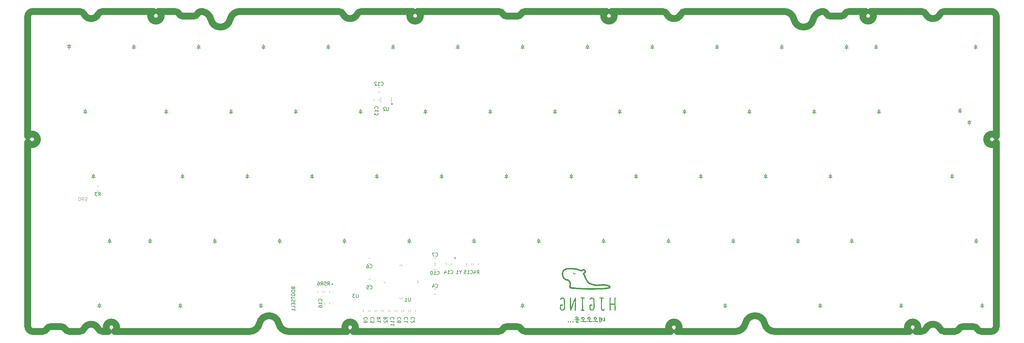
<source format=gbr>
%TF.GenerationSoftware,KiCad,Pcbnew,8.0.1*%
%TF.CreationDate,2025-05-08T03:48:04+09:00*%
%TF.ProjectId,neo60core_rp2040,6e656f36-3063-46f7-9265-5f7270323034,rev?*%
%TF.SameCoordinates,Original*%
%TF.FileFunction,Legend,Bot*%
%TF.FilePolarity,Positive*%
%FSLAX46Y46*%
G04 Gerber Fmt 4.6, Leading zero omitted, Abs format (unit mm)*
G04 Created by KiCad (PCBNEW 8.0.1) date 2025-05-08 03:48:04*
%MOMM*%
%LPD*%
G01*
G04 APERTURE LIST*
%ADD10C,2.000000*%
%ADD11C,0.007055*%
%ADD12C,0.000000*%
%ADD13C,0.187500*%
%ADD14C,0.150000*%
%ADD15C,0.100000*%
%ADD16C,0.120000*%
G04 APERTURE END LIST*
D10*
X316206251Y-117062503D02*
G75*
G02*
X314706252Y-118562451I-1499951J3D01*
G01*
X314706252Y-24312504D02*
G75*
G02*
X316206296Y-25812503I48J-1499996D01*
G01*
X201526969Y-24312503D02*
X177790991Y-24312503D01*
X299645753Y-25151319D02*
G75*
G02*
X295516667Y-25151358I-2064553J1013819D01*
G01*
X81271913Y-25098204D02*
G75*
G02*
X80181251Y-25737458I-1090613J610704D01*
G01*
X316206251Y-61106106D02*
X316206251Y-25812503D01*
X46670335Y-24312504D02*
G75*
G02*
X48016720Y-25151333I-35J-1499996D01*
G01*
X306381252Y-117137503D02*
X309481249Y-117137503D01*
X169871508Y-24312503D02*
G75*
G02*
X171185907Y-25089780I-8J-1499997D01*
G01*
X270581251Y-25737506D02*
X267481251Y-25737506D01*
X48016750Y-117723687D02*
G75*
G02*
X52145752Y-117723691I2064500J-1013813D01*
G01*
X294184534Y-24312504D02*
X279335529Y-24312504D01*
X128295757Y-25151319D02*
G75*
G02*
X129642174Y-24312477I1346443J-661181D01*
G01*
X125281583Y-118562505D02*
G75*
G02*
X127180958Y-118562551I949717J1225005D01*
G01*
X262387786Y-26664193D02*
G75*
G02*
X264846703Y-24349653I2929114J-648407D01*
G01*
D11*
X191841481Y-101286226D02*
X191855434Y-101304095D01*
X191871018Y-101322826D01*
X191879325Y-101332344D01*
X191887922Y-101341872D01*
X191896770Y-101351344D01*
X191905831Y-101360689D01*
X191915066Y-101369840D01*
X191924436Y-101378730D01*
X191933901Y-101387288D01*
X191943423Y-101395448D01*
X191952962Y-101403142D01*
X191962480Y-101410300D01*
X191971937Y-101416854D01*
X191981294Y-101422737D01*
X192066370Y-101479873D01*
X192076552Y-101486542D01*
X192086881Y-101492970D01*
X192097352Y-101499154D01*
X192107963Y-101505091D01*
X192118708Y-101510781D01*
X192129584Y-101516221D01*
X192140588Y-101521408D01*
X192151714Y-101526341D01*
X192257250Y-101571708D01*
X192264883Y-101575984D01*
X192272687Y-101579845D01*
X192280648Y-101583290D01*
X192288747Y-101586317D01*
X192296969Y-101588922D01*
X192305297Y-101591105D01*
X192313714Y-101592863D01*
X192322204Y-101594194D01*
X192330751Y-101595096D01*
X192339337Y-101595566D01*
X192347946Y-101595602D01*
X192356561Y-101595203D01*
X192365167Y-101594366D01*
X192373746Y-101593089D01*
X192382281Y-101591370D01*
X192390757Y-101589206D01*
X192530654Y-101549638D01*
X192506977Y-101587069D01*
X192481061Y-101618072D01*
X192453123Y-101642969D01*
X192423382Y-101662084D01*
X192392055Y-101675737D01*
X192359361Y-101684251D01*
X192325517Y-101687947D01*
X192290742Y-101687149D01*
X192255254Y-101682176D01*
X192219269Y-101673353D01*
X192183008Y-101661000D01*
X192146686Y-101645439D01*
X192110524Y-101626993D01*
X192074738Y-101605984D01*
X192039546Y-101582732D01*
X192005167Y-101557562D01*
X191971818Y-101530794D01*
X191939717Y-101502750D01*
X191880134Y-101444123D01*
X191828161Y-101384258D01*
X191805573Y-101354666D01*
X191785541Y-101325730D01*
X191768284Y-101297772D01*
X191754019Y-101271114D01*
X191742965Y-101246079D01*
X191735339Y-101222987D01*
X191731359Y-101202162D01*
X191731244Y-101183925D01*
X191735212Y-101168598D01*
X191743480Y-101156503D01*
X191841481Y-101286226D01*
G36*
X191841481Y-101286226D02*
G01*
X191855434Y-101304095D01*
X191871018Y-101322826D01*
X191879325Y-101332344D01*
X191887922Y-101341872D01*
X191896770Y-101351344D01*
X191905831Y-101360689D01*
X191915066Y-101369840D01*
X191924436Y-101378730D01*
X191933901Y-101387288D01*
X191943423Y-101395448D01*
X191952962Y-101403142D01*
X191962480Y-101410300D01*
X191971937Y-101416854D01*
X191981294Y-101422737D01*
X192066370Y-101479873D01*
X192076552Y-101486542D01*
X192086881Y-101492970D01*
X192097352Y-101499154D01*
X192107963Y-101505091D01*
X192118708Y-101510781D01*
X192129584Y-101516221D01*
X192140588Y-101521408D01*
X192151714Y-101526341D01*
X192257250Y-101571708D01*
X192264883Y-101575984D01*
X192272687Y-101579845D01*
X192280648Y-101583290D01*
X192288747Y-101586317D01*
X192296969Y-101588922D01*
X192305297Y-101591105D01*
X192313714Y-101592863D01*
X192322204Y-101594194D01*
X192330751Y-101595096D01*
X192339337Y-101595566D01*
X192347946Y-101595602D01*
X192356561Y-101595203D01*
X192365167Y-101594366D01*
X192373746Y-101593089D01*
X192382281Y-101591370D01*
X192390757Y-101589206D01*
X192530654Y-101549638D01*
X192506977Y-101587069D01*
X192481061Y-101618072D01*
X192453123Y-101642969D01*
X192423382Y-101662084D01*
X192392055Y-101675737D01*
X192359361Y-101684251D01*
X192325517Y-101687947D01*
X192290742Y-101687149D01*
X192255254Y-101682176D01*
X192219269Y-101673353D01*
X192183008Y-101661000D01*
X192146686Y-101645439D01*
X192110524Y-101626993D01*
X192074738Y-101605984D01*
X192039546Y-101582732D01*
X192005167Y-101557562D01*
X191971818Y-101530794D01*
X191939717Y-101502750D01*
X191880134Y-101444123D01*
X191828161Y-101384258D01*
X191805573Y-101354666D01*
X191785541Y-101325730D01*
X191768284Y-101297772D01*
X191754019Y-101271114D01*
X191742965Y-101246079D01*
X191735339Y-101222987D01*
X191731359Y-101202162D01*
X191731244Y-101183925D01*
X191735212Y-101168598D01*
X191743480Y-101156503D01*
X191841481Y-101286226D01*
G37*
D12*
G36*
X200381911Y-108553575D02*
G01*
X200450510Y-108556304D01*
X200484913Y-108558803D01*
X200519348Y-108562156D01*
X200553789Y-108566434D01*
X200588209Y-108571711D01*
X200622580Y-108578058D01*
X200656875Y-108585548D01*
X200691067Y-108594255D01*
X200725130Y-108604249D01*
X200732870Y-108606847D01*
X200740444Y-108609806D01*
X200747840Y-108613117D01*
X200755043Y-108616768D01*
X200762041Y-108620749D01*
X200768821Y-108625048D01*
X200775368Y-108629655D01*
X200781671Y-108634560D01*
X200787716Y-108639751D01*
X200793490Y-108645218D01*
X200798978Y-108650949D01*
X200804169Y-108656935D01*
X200809050Y-108663163D01*
X200813606Y-108669625D01*
X200817824Y-108676307D01*
X200821692Y-108683201D01*
X200824969Y-108689798D01*
X200827903Y-108696502D01*
X200830494Y-108703300D01*
X200832741Y-108710184D01*
X200834642Y-108717143D01*
X200836197Y-108724165D01*
X200837405Y-108731241D01*
X200838264Y-108738360D01*
X200838774Y-108745511D01*
X200838933Y-108752683D01*
X200838741Y-108759867D01*
X200838196Y-108767051D01*
X200837298Y-108774225D01*
X200836046Y-108781378D01*
X200834438Y-108788501D01*
X200832473Y-108795581D01*
X200830407Y-108802789D01*
X200827951Y-108809879D01*
X200825115Y-108816838D01*
X200821909Y-108823653D01*
X200818343Y-108830312D01*
X200814426Y-108836802D01*
X200810170Y-108843110D01*
X200805584Y-108849223D01*
X200800678Y-108855130D01*
X200795461Y-108860816D01*
X200789945Y-108866270D01*
X200784138Y-108871478D01*
X200778050Y-108876429D01*
X200771693Y-108881108D01*
X200765075Y-108885504D01*
X200758206Y-108889604D01*
X200751173Y-108893361D01*
X200744040Y-108896741D01*
X200736820Y-108899744D01*
X200729522Y-108902366D01*
X200722160Y-108904608D01*
X200714743Y-108906467D01*
X200707284Y-108907943D01*
X200699793Y-108909033D01*
X200692283Y-108909738D01*
X200684764Y-108910054D01*
X200677248Y-108909981D01*
X200669747Y-108909518D01*
X200662271Y-108908662D01*
X200654832Y-108907413D01*
X200647441Y-108905769D01*
X200640110Y-108903730D01*
X200638036Y-108903010D01*
X200629067Y-108899819D01*
X200620038Y-108896946D01*
X200610939Y-108894341D01*
X200601760Y-108891954D01*
X200592489Y-108889736D01*
X200583116Y-108887639D01*
X200564023Y-108883607D01*
X200545882Y-108879781D01*
X200536808Y-108877771D01*
X200527729Y-108875649D01*
X200517781Y-108875649D01*
X200513562Y-108874604D01*
X200508756Y-108873440D01*
X200503753Y-108872298D01*
X200499244Y-108871340D01*
X200497392Y-108870979D01*
X200495923Y-108870724D01*
X200490908Y-108870632D01*
X200486043Y-108870441D01*
X200481312Y-108870166D01*
X200476700Y-108869821D01*
X200467765Y-108868977D01*
X200459107Y-108868028D01*
X200451347Y-108867177D01*
X200447515Y-108866790D01*
X200443698Y-108866446D01*
X200439880Y-108866157D01*
X200436049Y-108865935D01*
X200432189Y-108865792D01*
X200428288Y-108865742D01*
X200425085Y-108865602D01*
X200412111Y-108864621D01*
X200398860Y-108863987D01*
X200385388Y-108863648D01*
X200371750Y-108863555D01*
X200358004Y-108863658D01*
X200344204Y-108863906D01*
X200316670Y-108864642D01*
X200306204Y-108864947D01*
X200295771Y-108865220D01*
X200294491Y-109094557D01*
X200291652Y-109324151D01*
X200283480Y-109778858D01*
X200275050Y-110250443D01*
X200272235Y-110488425D01*
X200271161Y-110725869D01*
X200270789Y-110792790D01*
X200269813Y-110859789D01*
X200266900Y-110992428D01*
X200263619Y-111146181D01*
X200262767Y-111223687D01*
X200262873Y-111301438D01*
X200264259Y-111379306D01*
X200267251Y-111457159D01*
X200272172Y-111534867D01*
X200279346Y-111612301D01*
X200280071Y-111613531D01*
X200280764Y-111614816D01*
X200281422Y-111616155D01*
X200282044Y-111617551D01*
X200282628Y-111619004D01*
X200283171Y-111620516D01*
X200283673Y-111622088D01*
X200284129Y-111623720D01*
X200284540Y-111625414D01*
X200284902Y-111627171D01*
X200285214Y-111628992D01*
X200285473Y-111630878D01*
X200285679Y-111632831D01*
X200285828Y-111634851D01*
X200285919Y-111636940D01*
X200285950Y-111639098D01*
X200285950Y-111653730D01*
X200286801Y-111657161D01*
X200287555Y-111660601D01*
X200288225Y-111664047D01*
X200288825Y-111667494D01*
X200289367Y-111670938D01*
X200289867Y-111674374D01*
X200290790Y-111681205D01*
X200291611Y-111687292D01*
X200292460Y-111693101D01*
X200292912Y-111695869D01*
X200293391Y-111698529D01*
X200293905Y-111701068D01*
X200294459Y-111703473D01*
X200296389Y-111710506D01*
X200298200Y-111717604D01*
X200299907Y-111724748D01*
X200301526Y-111731921D01*
X200304565Y-111746280D01*
X200307441Y-111760538D01*
X200310166Y-111774086D01*
X200312948Y-111787256D01*
X200314400Y-111793701D01*
X200315914Y-111800053D01*
X200317507Y-111806313D01*
X200319195Y-111812481D01*
X200330774Y-111854528D01*
X200342406Y-111894902D01*
X200348397Y-111914610D01*
X200354587Y-111934078D01*
X200361036Y-111953365D01*
X200367808Y-111972530D01*
X200369247Y-111977679D01*
X200370175Y-111982036D01*
X200371211Y-111986361D01*
X200372343Y-111990646D01*
X200373560Y-111994879D01*
X200376209Y-112003154D01*
X200379069Y-112011106D01*
X200382053Y-112018653D01*
X200385075Y-112025717D01*
X200388046Y-112032218D01*
X200390880Y-112038075D01*
X200394563Y-112045498D01*
X200394563Y-112047981D01*
X200395108Y-112049167D01*
X200395666Y-112050450D01*
X200396227Y-112051827D01*
X200396778Y-112053297D01*
X200397308Y-112054859D01*
X200397562Y-112055673D01*
X200397805Y-112056510D01*
X200398038Y-112057369D01*
X200398258Y-112058249D01*
X200398465Y-112059151D01*
X200398655Y-112060074D01*
X200399688Y-112062540D01*
X200400846Y-112065066D01*
X200402105Y-112067634D01*
X200403440Y-112070226D01*
X200404830Y-112072822D01*
X200406249Y-112075404D01*
X200409083Y-112080450D01*
X200411064Y-112083970D01*
X200412006Y-112085664D01*
X200412907Y-112087308D01*
X200414347Y-112088938D01*
X200415729Y-112090563D01*
X200417057Y-112092181D01*
X200418332Y-112093792D01*
X200420730Y-112096989D01*
X200422942Y-112100146D01*
X200424982Y-112103257D01*
X200426867Y-112106315D01*
X200428613Y-112109313D01*
X200430235Y-112112243D01*
X200435301Y-112112243D01*
X200445052Y-112131731D01*
X200445364Y-112132310D01*
X200445736Y-112132912D01*
X200446162Y-112133531D01*
X200446635Y-112134161D01*
X200447149Y-112134796D01*
X200447700Y-112135430D01*
X200448280Y-112136058D01*
X200448884Y-112136674D01*
X200449505Y-112137272D01*
X200450139Y-112137846D01*
X200450779Y-112138391D01*
X200451418Y-112138899D01*
X200452052Y-112139367D01*
X200452674Y-112139788D01*
X200453278Y-112140156D01*
X200453858Y-112140465D01*
X200473627Y-112150145D01*
X200473627Y-112157639D01*
X200475681Y-112159687D01*
X200476691Y-112160685D01*
X200477649Y-112161617D01*
X200481177Y-112161617D01*
X200488628Y-112165344D01*
X200488887Y-112165468D01*
X200489170Y-112165593D01*
X200489477Y-112165719D01*
X200489806Y-112165844D01*
X200490523Y-112166098D01*
X200491311Y-112166354D01*
X200492157Y-112166613D01*
X200493051Y-112166877D01*
X200494935Y-112167417D01*
X200497620Y-112168179D01*
X200499061Y-112168609D01*
X200500558Y-112169079D01*
X200502106Y-112169595D01*
X200503698Y-112170164D01*
X200505327Y-112170791D01*
X200506986Y-112171482D01*
X200507339Y-112171482D01*
X200509060Y-112171504D01*
X200510746Y-112171568D01*
X200512398Y-112171672D01*
X200514016Y-112171811D01*
X200517145Y-112172181D01*
X200520134Y-112172651D01*
X200522982Y-112173196D01*
X200525686Y-112173786D01*
X200530665Y-112174995D01*
X200532474Y-112175442D01*
X200534307Y-112175880D01*
X200535877Y-112176229D01*
X200536475Y-112176344D01*
X200536901Y-112176406D01*
X200553563Y-112176345D01*
X200561760Y-112176201D01*
X200569740Y-112175921D01*
X200577405Y-112175459D01*
X200584659Y-112174769D01*
X200588103Y-112174325D01*
X200591407Y-112173806D01*
X200594561Y-112173209D01*
X200597551Y-112172525D01*
X200601756Y-112171482D01*
X200615557Y-112171482D01*
X200618089Y-112170772D01*
X200620535Y-112170129D01*
X200622899Y-112169546D01*
X200625186Y-112169013D01*
X200629549Y-112168070D01*
X200633661Y-112167234D01*
X200637276Y-112166505D01*
X200640671Y-112165774D01*
X200642327Y-112165385D01*
X200643976Y-112164969D01*
X200645635Y-112164516D01*
X200647321Y-112164017D01*
X200648895Y-112163329D01*
X200650452Y-112162688D01*
X200653516Y-112161534D01*
X200656510Y-112160532D01*
X200659435Y-112159660D01*
X200662289Y-112158895D01*
X200665069Y-112158214D01*
X200670407Y-112157018D01*
X200673481Y-112156348D01*
X200675090Y-112155983D01*
X200676753Y-112155587D01*
X200678473Y-112155152D01*
X200680253Y-112154670D01*
X200682098Y-112154133D01*
X200684010Y-112153533D01*
X200688836Y-112151937D01*
X200689789Y-112151490D01*
X200690809Y-112151032D01*
X200691893Y-112150569D01*
X200693041Y-112150107D01*
X200694253Y-112149651D01*
X200695527Y-112149207D01*
X200696864Y-112148783D01*
X200698262Y-112148382D01*
X200700591Y-112147152D01*
X200702805Y-112145932D01*
X200704916Y-112144695D01*
X200706939Y-112143416D01*
X200707921Y-112142753D01*
X200708887Y-112142069D01*
X200709837Y-112141362D01*
X200710773Y-112140628D01*
X200711698Y-112139865D01*
X200712613Y-112139067D01*
X200713519Y-112138234D01*
X200714419Y-112137361D01*
X200718878Y-112132903D01*
X200718878Y-112130644D01*
X200738380Y-112120893D01*
X200738577Y-112120780D01*
X200738577Y-112097455D01*
X200754297Y-112097455D01*
X200755082Y-112095560D01*
X200755862Y-112093614D01*
X200757365Y-112089711D01*
X200758716Y-112086037D01*
X200759829Y-112082878D01*
X200764373Y-112068350D01*
X200769734Y-112054557D01*
X200775878Y-112041525D01*
X200779234Y-112035304D01*
X200782773Y-112029284D01*
X200786492Y-112023468D01*
X200790386Y-112017861D01*
X200794451Y-112012465D01*
X200798684Y-112007284D01*
X200803079Y-112002322D01*
X200807633Y-111997582D01*
X200812342Y-111993067D01*
X200817201Y-111988782D01*
X200822206Y-111984729D01*
X200827354Y-111980912D01*
X200832641Y-111977334D01*
X200838061Y-111974000D01*
X200843611Y-111970913D01*
X200849287Y-111968075D01*
X200855085Y-111965491D01*
X200861000Y-111963165D01*
X200867029Y-111961099D01*
X200873167Y-111959297D01*
X200879410Y-111957762D01*
X200885754Y-111956499D01*
X200892195Y-111955510D01*
X200898729Y-111954800D01*
X200905352Y-111954371D01*
X200912059Y-111954227D01*
X200920446Y-111954485D01*
X200928857Y-111955251D01*
X200937265Y-111956511D01*
X200945643Y-111958254D01*
X200953965Y-111960466D01*
X200962203Y-111963135D01*
X200970332Y-111966248D01*
X200978323Y-111969793D01*
X200986151Y-111973757D01*
X200993789Y-111978127D01*
X201001210Y-111982890D01*
X201008387Y-111988034D01*
X201015293Y-111993547D01*
X201021902Y-111999415D01*
X201028186Y-112005626D01*
X201034120Y-112012167D01*
X201038683Y-112017743D01*
X201042914Y-112023449D01*
X201046809Y-112029276D01*
X201050367Y-112035213D01*
X201053583Y-112041253D01*
X201056456Y-112047384D01*
X201058983Y-112053599D01*
X201061159Y-112059887D01*
X201062983Y-112066240D01*
X201064452Y-112072649D01*
X201065563Y-112079103D01*
X201066313Y-112085593D01*
X201066699Y-112092111D01*
X201066718Y-112098647D01*
X201066368Y-112105192D01*
X201065645Y-112111736D01*
X201064339Y-112126690D01*
X201062527Y-112141305D01*
X201060197Y-112155606D01*
X201057341Y-112169617D01*
X201053947Y-112183360D01*
X201050005Y-112196861D01*
X201045505Y-112210143D01*
X201040437Y-112223229D01*
X201034790Y-112236145D01*
X201028554Y-112248913D01*
X201021719Y-112261558D01*
X201014275Y-112274103D01*
X201006211Y-112286573D01*
X200997517Y-112298992D01*
X200988183Y-112311382D01*
X200978198Y-112323769D01*
X200971634Y-112331029D01*
X200964804Y-112338159D01*
X200957705Y-112345162D01*
X200950331Y-112352040D01*
X200942681Y-112358796D01*
X200934749Y-112365433D01*
X200926532Y-112371955D01*
X200918027Y-112378362D01*
X200909228Y-112384659D01*
X200900134Y-112390849D01*
X200890740Y-112396933D01*
X200881041Y-112402915D01*
X200871035Y-112408797D01*
X200860718Y-112414583D01*
X200850085Y-112420275D01*
X200839133Y-112425876D01*
X200837835Y-112426496D01*
X200821371Y-112433634D01*
X200804678Y-112440335D01*
X200787774Y-112446594D01*
X200770680Y-112452409D01*
X200753414Y-112457777D01*
X200735995Y-112462695D01*
X200718442Y-112467159D01*
X200700774Y-112471166D01*
X200683010Y-112474714D01*
X200665169Y-112477799D01*
X200647270Y-112480418D01*
X200629333Y-112482568D01*
X200611375Y-112484246D01*
X200593417Y-112485448D01*
X200575477Y-112486171D01*
X200557574Y-112486413D01*
X200550293Y-112486373D01*
X200543023Y-112486252D01*
X200535766Y-112486050D01*
X200528523Y-112485766D01*
X200521294Y-112485401D01*
X200514081Y-112484955D01*
X200506884Y-112484427D01*
X200499704Y-112483817D01*
X200485800Y-112482534D01*
X200472035Y-112480835D01*
X200458413Y-112478722D01*
X200444938Y-112476195D01*
X200431613Y-112473258D01*
X200418442Y-112469910D01*
X200405429Y-112466155D01*
X200392577Y-112461992D01*
X200379890Y-112457425D01*
X200367371Y-112452454D01*
X200355025Y-112447082D01*
X200342856Y-112441309D01*
X200330866Y-112435138D01*
X200319059Y-112428570D01*
X200307439Y-112421606D01*
X200296011Y-112414249D01*
X200285359Y-112407226D01*
X200274913Y-112399836D01*
X200264673Y-112392082D01*
X200254642Y-112383968D01*
X200244823Y-112375495D01*
X200235217Y-112366667D01*
X200225829Y-112357486D01*
X200216658Y-112347955D01*
X200207709Y-112338077D01*
X200198984Y-112327854D01*
X200190484Y-112317290D01*
X200182213Y-112306386D01*
X200174172Y-112295146D01*
X200166364Y-112283573D01*
X200158791Y-112271668D01*
X200151456Y-112259436D01*
X200140616Y-112240717D01*
X200130425Y-112221743D01*
X200120840Y-112202538D01*
X200111822Y-112183123D01*
X200103327Y-112163522D01*
X200095314Y-112143757D01*
X200080567Y-112103827D01*
X200067249Y-112063514D01*
X200055026Y-112023000D01*
X200032528Y-111942092D01*
X200029254Y-111930041D01*
X200014239Y-111873271D01*
X200001219Y-111816208D01*
X199990060Y-111758887D01*
X199980631Y-111701345D01*
X199972797Y-111643615D01*
X199966426Y-111585732D01*
X199957536Y-111469650D01*
X199952897Y-111353376D01*
X199951441Y-111237190D01*
X199953816Y-111006201D01*
X199957322Y-110862131D01*
X199959341Y-110718288D01*
X199960886Y-110434165D01*
X199961680Y-110244732D01*
X199963680Y-110052770D01*
X199976810Y-109468157D01*
X199981341Y-109174124D01*
X199983337Y-108881830D01*
X199941949Y-108882873D01*
X199899842Y-108883356D01*
X199857035Y-108883114D01*
X199813548Y-108881985D01*
X199769401Y-108879805D01*
X199724614Y-108876412D01*
X199679206Y-108871643D01*
X199633198Y-108865334D01*
X199626586Y-108864127D01*
X199620077Y-108862560D01*
X199613677Y-108860637D01*
X199607396Y-108858365D01*
X199601243Y-108855748D01*
X199595225Y-108852794D01*
X199589351Y-108849507D01*
X199583631Y-108845894D01*
X199578071Y-108841959D01*
X199572681Y-108837710D01*
X199567470Y-108833150D01*
X199562445Y-108828287D01*
X199557615Y-108823126D01*
X199552989Y-108817673D01*
X199548576Y-108811933D01*
X199544383Y-108805912D01*
X199539784Y-108798544D01*
X199535577Y-108790923D01*
X199531765Y-108783076D01*
X199528354Y-108775034D01*
X199525349Y-108766824D01*
X199522756Y-108758477D01*
X199520579Y-108750020D01*
X199518824Y-108741482D01*
X199517496Y-108732894D01*
X199516600Y-108724282D01*
X199516141Y-108715677D01*
X199516125Y-108707108D01*
X199516557Y-108698602D01*
X199517442Y-108690190D01*
X199518785Y-108681900D01*
X199520591Y-108673761D01*
X199521071Y-108672067D01*
X199523318Y-108665275D01*
X199525828Y-108658672D01*
X199528595Y-108652260D01*
X199531615Y-108646044D01*
X199534884Y-108640026D01*
X199538395Y-108634208D01*
X199542146Y-108628595D01*
X199546129Y-108623188D01*
X199550342Y-108617991D01*
X199554778Y-108613007D01*
X199559433Y-108608239D01*
X199564303Y-108603689D01*
X199569381Y-108599361D01*
X199574665Y-108595258D01*
X199580148Y-108591382D01*
X199585825Y-108587738D01*
X199591693Y-108584326D01*
X199597746Y-108581152D01*
X199603979Y-108578217D01*
X199610388Y-108575524D01*
X199616967Y-108573077D01*
X199623712Y-108570878D01*
X199630617Y-108568931D01*
X199637679Y-108567239D01*
X199644892Y-108565803D01*
X199652251Y-108564628D01*
X199659752Y-108563717D01*
X199667390Y-108563072D01*
X199675159Y-108562696D01*
X199683056Y-108562592D01*
X199691074Y-108562764D01*
X199699210Y-108563214D01*
X199702836Y-108563214D01*
X199705066Y-108563238D01*
X199707236Y-108563309D01*
X199711398Y-108563571D01*
X199715320Y-108563970D01*
X199719002Y-108564474D01*
X199722445Y-108565050D01*
X199725647Y-108565667D01*
X199731327Y-108566897D01*
X199734479Y-108567656D01*
X199735219Y-108567818D01*
X199735940Y-108567957D01*
X199736642Y-108568066D01*
X199736985Y-108568107D01*
X199737324Y-108568139D01*
X199752175Y-108568216D01*
X199759889Y-108568399D01*
X199767769Y-108568754D01*
X199775794Y-108569341D01*
X199783945Y-108570217D01*
X199788061Y-108570780D01*
X199792201Y-108571438D01*
X199796362Y-108572197D01*
X199800542Y-108573064D01*
X199928911Y-108573064D01*
X200179721Y-108558332D01*
X200246300Y-108555169D01*
X200313769Y-108553390D01*
X200381911Y-108553575D01*
G37*
D10*
X290681581Y-118562503D02*
G75*
G02*
X292580881Y-118562456I949619J1225003D01*
G01*
X218020330Y-24312504D02*
X203135530Y-24312504D01*
X294184534Y-24312504D02*
G75*
G02*
X295516750Y-25151317I-14334J-1500096D01*
G01*
X251029372Y-118562504D02*
X290681580Y-118562504D01*
X242437295Y-116210790D02*
G75*
G02*
X239508151Y-118562518I-2929295J648490D01*
G01*
X220481587Y-118562503D02*
G75*
G02*
X222380917Y-118562503I949665J1225001D01*
G01*
X80181251Y-25737506D02*
X77081254Y-25737506D01*
X223495754Y-25151320D02*
G75*
G02*
X224842152Y-24312453I1346346J-660980D01*
G01*
D12*
G36*
X204155964Y-108597734D02*
G01*
X204163667Y-108598175D01*
X204171345Y-108599007D01*
X204178982Y-108600233D01*
X204186562Y-108601854D01*
X204194068Y-108603872D01*
X204201470Y-108605867D01*
X204208683Y-108608235D01*
X204215700Y-108610965D01*
X204222514Y-108614045D01*
X204229118Y-108617462D01*
X204235506Y-108621205D01*
X204241671Y-108625262D01*
X204247605Y-108629621D01*
X204253302Y-108634270D01*
X204258754Y-108639198D01*
X204263956Y-108644392D01*
X204268900Y-108649841D01*
X204273580Y-108655532D01*
X204277988Y-108661454D01*
X204282117Y-108667596D01*
X204285961Y-108673944D01*
X204289513Y-108680487D01*
X204292766Y-108687214D01*
X204295713Y-108694113D01*
X204298347Y-108701170D01*
X204300662Y-108708376D01*
X204302650Y-108715718D01*
X204304305Y-108723183D01*
X204305620Y-108730761D01*
X204306587Y-108738438D01*
X204307200Y-108746204D01*
X204307453Y-108754047D01*
X204307338Y-108761954D01*
X204306848Y-108769914D01*
X204305977Y-108777915D01*
X204304717Y-108785944D01*
X204303062Y-108793991D01*
X204302611Y-108795741D01*
X204299473Y-108807225D01*
X204296671Y-108818476D01*
X204294150Y-108829649D01*
X204291858Y-108840899D01*
X204289740Y-108852381D01*
X204287744Y-108864249D01*
X204285814Y-108876658D01*
X204283899Y-108889762D01*
X204283208Y-108893319D01*
X204282490Y-108896327D01*
X204281854Y-108899270D01*
X204281283Y-108902173D01*
X204280767Y-108905061D01*
X204280289Y-108907957D01*
X204279838Y-108910887D01*
X204278960Y-108916941D01*
X204278040Y-108923284D01*
X204276974Y-108930029D01*
X204276358Y-108933559D01*
X204275670Y-108937198D01*
X204274900Y-108940947D01*
X204274035Y-108944811D01*
X204273786Y-108946526D01*
X204273488Y-108948192D01*
X204273150Y-108949811D01*
X204272780Y-108951386D01*
X204272385Y-108952918D01*
X204271976Y-108954410D01*
X204271143Y-108957284D01*
X204270644Y-108959009D01*
X204270118Y-108960903D01*
X204269882Y-108961802D01*
X204269684Y-108962613D01*
X204269540Y-108963290D01*
X204269492Y-108963565D01*
X204269463Y-108963790D01*
X204269463Y-108988470D01*
X204269097Y-108993578D01*
X204262061Y-109043940D01*
X204258796Y-109069304D01*
X204255857Y-109094718D01*
X204253364Y-109120126D01*
X204251436Y-109145472D01*
X204250191Y-109170703D01*
X204249750Y-109195762D01*
X204249680Y-109198105D01*
X204245928Y-109258989D01*
X204242903Y-109318039D01*
X204240604Y-109375365D01*
X204239028Y-109431077D01*
X204238172Y-109485286D01*
X204238033Y-109538101D01*
X204238611Y-109589634D01*
X204239901Y-109639994D01*
X204240114Y-109695518D01*
X204240673Y-109751192D01*
X204242356Y-109861553D01*
X204244044Y-109972219D01*
X204244604Y-110027851D01*
X204244812Y-110083097D01*
X204246247Y-110142844D01*
X204246985Y-110202539D01*
X204247295Y-110320531D01*
X204247602Y-110436542D01*
X204248331Y-110494799D01*
X204249750Y-110552574D01*
X204253712Y-110724676D01*
X204258796Y-110895445D01*
X204266098Y-111152475D01*
X204268535Y-111282120D01*
X204269464Y-111411390D01*
X204271173Y-111555724D01*
X204271647Y-111700809D01*
X204270550Y-111989000D01*
X204269806Y-112132690D01*
X204269464Y-112275851D01*
X204269255Y-112283743D01*
X204268637Y-112291562D01*
X204267620Y-112299298D01*
X204266217Y-112306937D01*
X204264437Y-112314469D01*
X204262294Y-112321882D01*
X204259797Y-112329164D01*
X204256959Y-112336304D01*
X204253790Y-112343289D01*
X204250302Y-112350109D01*
X204246506Y-112356750D01*
X204242413Y-112363203D01*
X204238036Y-112369455D01*
X204233384Y-112375494D01*
X204228470Y-112381309D01*
X204223304Y-112386888D01*
X204217899Y-112392219D01*
X204212265Y-112397291D01*
X204206413Y-112402092D01*
X204200356Y-112406610D01*
X204194103Y-112410834D01*
X204187668Y-112414752D01*
X204181060Y-112418352D01*
X204174291Y-112421623D01*
X204167373Y-112424552D01*
X204160316Y-112427129D01*
X204153133Y-112429342D01*
X204145834Y-112431178D01*
X204138431Y-112432627D01*
X204130935Y-112433676D01*
X204123357Y-112434315D01*
X204115709Y-112434530D01*
X204107687Y-112434319D01*
X204099753Y-112433693D01*
X204091920Y-112432663D01*
X204084197Y-112431240D01*
X204076596Y-112429434D01*
X204069127Y-112427258D01*
X204061802Y-112424720D01*
X204054631Y-112421833D01*
X204047625Y-112418607D01*
X204040795Y-112415053D01*
X204034151Y-112411182D01*
X204027706Y-112407004D01*
X204021468Y-112402531D01*
X204015451Y-112397774D01*
X204009663Y-112392743D01*
X204004117Y-112387448D01*
X203998822Y-112381902D01*
X203993790Y-112376115D01*
X203989032Y-112370097D01*
X203984559Y-112363860D01*
X203980381Y-112357415D01*
X203976509Y-112350771D01*
X203972955Y-112343941D01*
X203969728Y-112336935D01*
X203966841Y-112329763D01*
X203964303Y-112322437D01*
X203962126Y-112314968D01*
X203960320Y-112307367D01*
X203958897Y-112299643D01*
X203957867Y-112291809D01*
X203957241Y-112283874D01*
X203957030Y-112275851D01*
X203958116Y-111950632D01*
X203959208Y-111629227D01*
X203958733Y-111466492D01*
X203957030Y-111303482D01*
X203956268Y-111199828D01*
X203954269Y-111095896D01*
X203948281Y-110889886D01*
X203945582Y-110803338D01*
X203943116Y-110716799D01*
X203620679Y-110716129D01*
X203458268Y-110714656D01*
X203296432Y-110711860D01*
X203269866Y-110711656D01*
X203243279Y-110711081D01*
X203190175Y-110709036D01*
X203137400Y-110706163D01*
X203085231Y-110702899D01*
X203034431Y-110699725D01*
X203009031Y-110698256D01*
X202983631Y-110696931D01*
X202970084Y-110695731D01*
X202934210Y-110692517D01*
X202898823Y-110689766D01*
X202881150Y-110688678D01*
X202863404Y-110687845D01*
X202845521Y-110687311D01*
X202827435Y-110687123D01*
X202826056Y-110687148D01*
X202824560Y-110687222D01*
X202822961Y-110687338D01*
X202821272Y-110687492D01*
X202819505Y-110687678D01*
X202817672Y-110687891D01*
X202813860Y-110688380D01*
X202816527Y-110803789D01*
X202819491Y-110918658D01*
X202825465Y-111166846D01*
X202827458Y-111291862D01*
X202828211Y-111416314D01*
X202829921Y-111560664D01*
X202830397Y-111705771D01*
X202829312Y-111994009D01*
X202828562Y-112137673D01*
X202828225Y-112280776D01*
X202828017Y-112288669D01*
X202827399Y-112296490D01*
X202826382Y-112304226D01*
X202824978Y-112311867D01*
X202823198Y-112319400D01*
X202821055Y-112326814D01*
X202818557Y-112334096D01*
X202815719Y-112341237D01*
X202812549Y-112348223D01*
X202809061Y-112355043D01*
X202805264Y-112361685D01*
X202801171Y-112368138D01*
X202796793Y-112374390D01*
X202792141Y-112380430D01*
X202787227Y-112386245D01*
X202782061Y-112391824D01*
X202776655Y-112397156D01*
X202771021Y-112402228D01*
X202765169Y-112407029D01*
X202759111Y-112411548D01*
X202752859Y-112415772D01*
X202746423Y-112419690D01*
X202739815Y-112423290D01*
X202733047Y-112426561D01*
X202726129Y-112429491D01*
X202719073Y-112432068D01*
X202711890Y-112434281D01*
X202704592Y-112436117D01*
X202697190Y-112437566D01*
X202689694Y-112438615D01*
X202682118Y-112439253D01*
X202674471Y-112439469D01*
X202666447Y-112439258D01*
X202658513Y-112438632D01*
X202650678Y-112437602D01*
X202642954Y-112436178D01*
X202635352Y-112434372D01*
X202627883Y-112432195D01*
X202620557Y-112429657D01*
X202613385Y-112426770D01*
X202606378Y-112423543D01*
X202599547Y-112419989D01*
X202592903Y-112416117D01*
X202586457Y-112411939D01*
X202580219Y-112407465D01*
X202574201Y-112402707D01*
X202568413Y-112397675D01*
X202562866Y-112392381D01*
X202557571Y-112386834D01*
X202552539Y-112381046D01*
X202547781Y-112375028D01*
X202543308Y-112368790D01*
X202539129Y-112362344D01*
X202535258Y-112355700D01*
X202531703Y-112348869D01*
X202528476Y-112341862D01*
X202525589Y-112334690D01*
X202523051Y-112327364D01*
X202520874Y-112319895D01*
X202519068Y-112312293D01*
X202517645Y-112304569D01*
X202516614Y-112296734D01*
X202515988Y-112288800D01*
X202515777Y-112280776D01*
X202516878Y-111955571D01*
X202517957Y-111634220D01*
X202517481Y-111471644D01*
X202515777Y-111308944D01*
X202513490Y-111186787D01*
X202510486Y-111064680D01*
X202503374Y-110823254D01*
X202496235Y-110581316D01*
X202493223Y-110458765D01*
X202490927Y-110335940D01*
X202490652Y-110255693D01*
X202489929Y-110175285D01*
X202487767Y-110015985D01*
X202484906Y-109778798D01*
X202484707Y-109659508D01*
X202486003Y-109540977D01*
X202486524Y-109440660D01*
X202488459Y-109338991D01*
X202492367Y-109236297D01*
X202498805Y-109132904D01*
X202508332Y-109029142D01*
X202521507Y-108925336D01*
X202529637Y-108873519D01*
X202538887Y-108821815D01*
X202549329Y-108770263D01*
X202561031Y-108718905D01*
X202562948Y-108711489D01*
X202565253Y-108704203D01*
X202567935Y-108697061D01*
X202570986Y-108690075D01*
X202574394Y-108683259D01*
X202578151Y-108676626D01*
X202582246Y-108670188D01*
X202586670Y-108663959D01*
X202591412Y-108657951D01*
X202596463Y-108652178D01*
X202601813Y-108646654D01*
X202607452Y-108641390D01*
X202613370Y-108636400D01*
X202619558Y-108631697D01*
X202626005Y-108627294D01*
X202632702Y-108623204D01*
X202639630Y-108619447D01*
X202646708Y-108616063D01*
X202653921Y-108613053D01*
X202661251Y-108610419D01*
X202668685Y-108608163D01*
X202676204Y-108606287D01*
X202683794Y-108604793D01*
X202691438Y-108603683D01*
X202699120Y-108602959D01*
X202706824Y-108602622D01*
X202714534Y-108602676D01*
X202722235Y-108603120D01*
X202729909Y-108603958D01*
X202737542Y-108605192D01*
X202745117Y-108606823D01*
X202752618Y-108608853D01*
X202760020Y-108610833D01*
X202767254Y-108613187D01*
X202774313Y-108615908D01*
X202781187Y-108618988D01*
X202787867Y-108622422D01*
X202794345Y-108626202D01*
X202800611Y-108630321D01*
X202806658Y-108634774D01*
X202812476Y-108639552D01*
X202818057Y-108644649D01*
X202823391Y-108650058D01*
X202828471Y-108655774D01*
X202833286Y-108661787D01*
X202837829Y-108668093D01*
X202842090Y-108674684D01*
X202846062Y-108681553D01*
X202849538Y-108688291D01*
X202852688Y-108695160D01*
X202855512Y-108702151D01*
X202858008Y-108709251D01*
X202860174Y-108716450D01*
X202862008Y-108723737D01*
X202863510Y-108731099D01*
X202864678Y-108738525D01*
X202865510Y-108746005D01*
X202866005Y-108753528D01*
X202866161Y-108761081D01*
X202865977Y-108768654D01*
X202865451Y-108776235D01*
X202864583Y-108783813D01*
X202863369Y-108791377D01*
X202861810Y-108798915D01*
X202861358Y-108800666D01*
X202858221Y-108812154D01*
X202855419Y-108823407D01*
X202852899Y-108834581D01*
X202850607Y-108845830D01*
X202848491Y-108857310D01*
X202846497Y-108869176D01*
X202844571Y-108881583D01*
X202842661Y-108894687D01*
X202841955Y-108898243D01*
X202841238Y-108901251D01*
X202840601Y-108904194D01*
X202840031Y-108907098D01*
X202839514Y-108909986D01*
X202839037Y-108912882D01*
X202838586Y-108915811D01*
X202837708Y-108921866D01*
X202836789Y-108928209D01*
X202835725Y-108934956D01*
X202835108Y-108938487D01*
X202834418Y-108942128D01*
X202833642Y-108945881D01*
X202832769Y-108949750D01*
X202832524Y-108951461D01*
X202832230Y-108953125D01*
X202831895Y-108954744D01*
X202831527Y-108956320D01*
X202831136Y-108957853D01*
X202830729Y-108959347D01*
X202829905Y-108962223D01*
X202829398Y-108963954D01*
X202828869Y-108965845D01*
X202828634Y-108966741D01*
X202828438Y-108967547D01*
X202828297Y-108968220D01*
X202828251Y-108968492D01*
X202828225Y-108968714D01*
X202828225Y-108993409D01*
X202827844Y-108998489D01*
X202820925Y-109047071D01*
X202817632Y-109072198D01*
X202814631Y-109097699D01*
X202812060Y-109123436D01*
X202810054Y-109149272D01*
X202808751Y-109175068D01*
X202808286Y-109200687D01*
X202808216Y-109203030D01*
X202804463Y-109263919D01*
X202801437Y-109322972D01*
X202799136Y-109380301D01*
X202797558Y-109436014D01*
X202796701Y-109490224D01*
X202796563Y-109543040D01*
X202797143Y-109594573D01*
X202798437Y-109644933D01*
X202798652Y-109700449D01*
X202799216Y-109756118D01*
X202800906Y-109866477D01*
X202802584Y-109976886D01*
X202803146Y-110032645D01*
X202803361Y-110088332D01*
X202805963Y-110160971D01*
X202807438Y-110233699D01*
X202808106Y-110306187D01*
X202808286Y-110378104D01*
X202844607Y-110377434D01*
X202880900Y-110377580D01*
X202917133Y-110378422D01*
X202953269Y-110379841D01*
X203025117Y-110383936D01*
X203096167Y-110388912D01*
X203186681Y-110395130D01*
X203232388Y-110397662D01*
X203278031Y-110399454D01*
X203341878Y-110401843D01*
X203406100Y-110403551D01*
X203535144Y-110405314D01*
X203664117Y-110405526D01*
X203791972Y-110404972D01*
X203932391Y-110404378D01*
X203932391Y-110331015D01*
X203932116Y-110250769D01*
X203931391Y-110170362D01*
X203929216Y-110011074D01*
X203926361Y-109773782D01*
X203926158Y-109654597D01*
X203927453Y-109536362D01*
X203927971Y-109436034D01*
X203929900Y-109334348D01*
X203933796Y-109231629D01*
X203940216Y-109128200D01*
X203949719Y-109024386D01*
X203962862Y-108920509D01*
X203970972Y-108868649D01*
X203980202Y-108816895D01*
X203990621Y-108765288D01*
X204002298Y-108713868D01*
X204004243Y-108706449D01*
X204006573Y-108699161D01*
X204009279Y-108692017D01*
X204012350Y-108685030D01*
X204015778Y-108678214D01*
X204019552Y-108671580D01*
X204023662Y-108665143D01*
X204028098Y-108658916D01*
X204032851Y-108652911D01*
X204037911Y-108647141D01*
X204043268Y-108641621D01*
X204048913Y-108636362D01*
X204054834Y-108631379D01*
X204061024Y-108626683D01*
X204067471Y-108622289D01*
X204074166Y-108618209D01*
X204081084Y-108614462D01*
X204088154Y-108611087D01*
X204095360Y-108608086D01*
X204102685Y-108605460D01*
X204110115Y-108603210D01*
X204117631Y-108601340D01*
X204125219Y-108599850D01*
X204132863Y-108598743D01*
X204140545Y-108598020D01*
X204148251Y-108597683D01*
X204155964Y-108597734D01*
G37*
G36*
X202800890Y-105496188D02*
G01*
X202799398Y-105516351D01*
X202797114Y-105536278D01*
X202794052Y-105555951D01*
X202790225Y-105575353D01*
X202785649Y-105594468D01*
X202780336Y-105613280D01*
X202774302Y-105631771D01*
X202767559Y-105649924D01*
X202760122Y-105667723D01*
X202752005Y-105685152D01*
X202743222Y-105702192D01*
X202733787Y-105718829D01*
X202723714Y-105735044D01*
X202713017Y-105750822D01*
X202701709Y-105766144D01*
X202689806Y-105780996D01*
X202677320Y-105795359D01*
X202664266Y-105809218D01*
X202650658Y-105822555D01*
X202636510Y-105835354D01*
X202621836Y-105847598D01*
X202606650Y-105859270D01*
X202590965Y-105870353D01*
X202574797Y-105880831D01*
X202558158Y-105890687D01*
X202541063Y-105899905D01*
X202523526Y-105908467D01*
X202505560Y-105916356D01*
X202487181Y-105923557D01*
X202468401Y-105930052D01*
X202449236Y-105935824D01*
X202429698Y-105940857D01*
X202202763Y-105990168D01*
X201961781Y-106034553D01*
X201440912Y-106109513D01*
X200873568Y-106167660D01*
X200266225Y-106210919D01*
X199625359Y-106241215D01*
X198957446Y-106260473D01*
X197566388Y-106273569D01*
X196927333Y-106271675D01*
X196286849Y-106266923D01*
X195400000Y-106250000D01*
X194557949Y-106218016D01*
X193771467Y-106174843D01*
X193051323Y-106124355D01*
X192408288Y-106070423D01*
X191853132Y-106016919D01*
X191049538Y-105926690D01*
X191025472Y-105923121D01*
X191001773Y-105918411D01*
X190978470Y-105912577D01*
X190955595Y-105905637D01*
X190933178Y-105897609D01*
X190911249Y-105888510D01*
X190889840Y-105878358D01*
X190868982Y-105867171D01*
X190848704Y-105854966D01*
X190829038Y-105841761D01*
X190810014Y-105827573D01*
X190791663Y-105812420D01*
X190774016Y-105796320D01*
X190757103Y-105779290D01*
X190740956Y-105761348D01*
X190725604Y-105742512D01*
X190711206Y-105722967D01*
X190697876Y-105702875D01*
X190685621Y-105682269D01*
X190674451Y-105661185D01*
X190664376Y-105639656D01*
X190655404Y-105617717D01*
X190647544Y-105595404D01*
X190640805Y-105572750D01*
X190635197Y-105549789D01*
X190630729Y-105526558D01*
X190627410Y-105503089D01*
X190625249Y-105479417D01*
X190624254Y-105455578D01*
X190624436Y-105431605D01*
X190625803Y-105407534D01*
X190628365Y-105383398D01*
X190638646Y-105307133D01*
X190648945Y-105235928D01*
X190659254Y-105169833D01*
X190669566Y-105108900D01*
X190679876Y-105053182D01*
X190690175Y-105002729D01*
X190700457Y-104957595D01*
X190710716Y-104917830D01*
X190717664Y-104885984D01*
X190722901Y-104847997D01*
X190726506Y-104804666D01*
X190728560Y-104756788D01*
X190729146Y-104705157D01*
X190728344Y-104650569D01*
X190722900Y-104535708D01*
X190712879Y-104418572D01*
X190698928Y-104305528D01*
X190681697Y-104202941D01*
X190672054Y-104157560D01*
X190661835Y-104117180D01*
X190657307Y-104103372D01*
X190651199Y-104088620D01*
X190643602Y-104073012D01*
X190634605Y-104056638D01*
X190612777Y-104021940D01*
X190586437Y-103985230D01*
X190556309Y-103947215D01*
X190523117Y-103908600D01*
X190487584Y-103870090D01*
X190450432Y-103832389D01*
X190412386Y-103796204D01*
X190374168Y-103762240D01*
X190336501Y-103731202D01*
X190300110Y-103703795D01*
X190265717Y-103680724D01*
X190234046Y-103662696D01*
X190219457Y-103655792D01*
X190205819Y-103650414D01*
X190193224Y-103646649D01*
X190181761Y-103644585D01*
X190116289Y-103642885D01*
X190051352Y-103637764D01*
X189986878Y-103629191D01*
X189922799Y-103617135D01*
X189859043Y-103601565D01*
X189795540Y-103582449D01*
X189732221Y-103559756D01*
X189669015Y-103533456D01*
X189605853Y-103503517D01*
X189542663Y-103469907D01*
X189479376Y-103432596D01*
X189415922Y-103391553D01*
X189352230Y-103346746D01*
X189288231Y-103298144D01*
X189223855Y-103245716D01*
X189159030Y-103189431D01*
X189067245Y-103102632D01*
X188981892Y-103012279D01*
X188903007Y-102918468D01*
X188830627Y-102821296D01*
X188764790Y-102720859D01*
X188705532Y-102617253D01*
X188652891Y-102510574D01*
X188606904Y-102400920D01*
X188567609Y-102288385D01*
X188535041Y-102173068D01*
X188509239Y-102055064D01*
X188490240Y-101934469D01*
X188478080Y-101811379D01*
X188472797Y-101685892D01*
X188472935Y-101675066D01*
X188910809Y-101675066D01*
X188914594Y-101775096D01*
X188923764Y-101872864D01*
X188938313Y-101968352D01*
X188958234Y-102061541D01*
X188983518Y-102152412D01*
X189014160Y-102240946D01*
X189050151Y-102327123D01*
X189091485Y-102410926D01*
X189138155Y-102492334D01*
X189190153Y-102571329D01*
X189247472Y-102647893D01*
X189310106Y-102722005D01*
X189378046Y-102793648D01*
X189451286Y-102862801D01*
X189514554Y-102917395D01*
X189575353Y-102965955D01*
X189633709Y-103008826D01*
X189689649Y-103046357D01*
X189743197Y-103078893D01*
X189794379Y-103106781D01*
X189843222Y-103130368D01*
X189889750Y-103150001D01*
X189933990Y-103166026D01*
X189975968Y-103178789D01*
X190015708Y-103188637D01*
X190053238Y-103195918D01*
X190088582Y-103200977D01*
X190121767Y-103204162D01*
X190152818Y-103205819D01*
X190181761Y-103206294D01*
X190214433Y-103207742D01*
X190247783Y-103212001D01*
X190281713Y-103218939D01*
X190316126Y-103228427D01*
X190350927Y-103240334D01*
X190386019Y-103254528D01*
X190421305Y-103270881D01*
X190456688Y-103289261D01*
X190527361Y-103331582D01*
X190597265Y-103380448D01*
X190665627Y-103434814D01*
X190731675Y-103493638D01*
X190794637Y-103555876D01*
X190853739Y-103620484D01*
X190908209Y-103686418D01*
X190957275Y-103752636D01*
X191000163Y-103818093D01*
X191036102Y-103881746D01*
X191064318Y-103942551D01*
X191075289Y-103971560D01*
X191084040Y-103999465D01*
X191096395Y-104047758D01*
X191108279Y-104102132D01*
X191129975Y-104225781D01*
X191147817Y-104363731D01*
X191160492Y-104509301D01*
X191164481Y-104582855D01*
X191166686Y-104655808D01*
X191166943Y-104727325D01*
X191165087Y-104796570D01*
X191160955Y-104862709D01*
X191154382Y-104924906D01*
X191145205Y-104982326D01*
X191133259Y-105034134D01*
X191125103Y-105066176D01*
X191116663Y-105104184D01*
X191107989Y-105147846D01*
X191099132Y-105196853D01*
X191090142Y-105250893D01*
X191081071Y-105309656D01*
X191062889Y-105440110D01*
X191062727Y-105441568D01*
X191062610Y-105443000D01*
X191062535Y-105444408D01*
X191062502Y-105445791D01*
X191062507Y-105447149D01*
X191062551Y-105448483D01*
X191062632Y-105449790D01*
X191062747Y-105451073D01*
X191063077Y-105453563D01*
X191063530Y-105455951D01*
X191064092Y-105458237D01*
X191064753Y-105460420D01*
X191065500Y-105462499D01*
X191066321Y-105464474D01*
X191067204Y-105466345D01*
X191068137Y-105468110D01*
X191069108Y-105469769D01*
X191070106Y-105471321D01*
X191071117Y-105472766D01*
X191072131Y-105474104D01*
X191073180Y-105475422D01*
X191074337Y-105476768D01*
X191075602Y-105478131D01*
X191076980Y-105479499D01*
X191078472Y-105480857D01*
X191080081Y-105482195D01*
X191081810Y-105483499D01*
X191083662Y-105484758D01*
X191085638Y-105485959D01*
X191087743Y-105487088D01*
X191089978Y-105488135D01*
X191092346Y-105489086D01*
X191094850Y-105489929D01*
X191097493Y-105490652D01*
X191100276Y-105491242D01*
X191103204Y-105491687D01*
X191899104Y-105581049D01*
X193085844Y-105687443D01*
X193799134Y-105737441D01*
X194578159Y-105780195D01*
X195412263Y-105811870D01*
X196290786Y-105828632D01*
X198007178Y-105834366D01*
X198843858Y-105824689D01*
X199650093Y-105802097D01*
X200413804Y-105763176D01*
X201122916Y-105704511D01*
X201453222Y-105666707D01*
X201765349Y-105622688D01*
X202057788Y-105572025D01*
X202329029Y-105514292D01*
X202332955Y-105513293D01*
X202335302Y-105512580D01*
X202337833Y-105511676D01*
X202340497Y-105510545D01*
X202343238Y-105509149D01*
X202346003Y-105507452D01*
X202347379Y-105506480D01*
X202348740Y-105505418D01*
X202350081Y-105504263D01*
X202351395Y-105503010D01*
X202352675Y-105501654D01*
X202353914Y-105500191D01*
X202355106Y-105498615D01*
X202356244Y-105496924D01*
X202357322Y-105495111D01*
X202358332Y-105493173D01*
X202359268Y-105491104D01*
X202360124Y-105488901D01*
X202360892Y-105486558D01*
X202361567Y-105484072D01*
X202362141Y-105481437D01*
X202362607Y-105478648D01*
X202362960Y-105475703D01*
X202363192Y-105472594D01*
X202363298Y-105469331D01*
X202363256Y-105466221D01*
X202363073Y-105463261D01*
X202362757Y-105460446D01*
X202362315Y-105457774D01*
X202361756Y-105455240D01*
X202361088Y-105452840D01*
X202360319Y-105450571D01*
X202359456Y-105448429D01*
X202358508Y-105446409D01*
X202357482Y-105444509D01*
X202356387Y-105442724D01*
X202355230Y-105441050D01*
X202354019Y-105439484D01*
X202352763Y-105438021D01*
X202351469Y-105436659D01*
X202350145Y-105435392D01*
X202348799Y-105434217D01*
X202347439Y-105433131D01*
X202346074Y-105432130D01*
X202343356Y-105430365D01*
X202340709Y-105428892D01*
X202338197Y-105427681D01*
X202335883Y-105426700D01*
X202332105Y-105425307D01*
X202158065Y-105365614D01*
X201970641Y-105305507D01*
X201773784Y-105247490D01*
X201571444Y-105194065D01*
X201367571Y-105147735D01*
X201266294Y-105128013D01*
X201166116Y-105111003D01*
X201067530Y-105097017D01*
X200971029Y-105086370D01*
X200877109Y-105079373D01*
X200786261Y-105076340D01*
X200674381Y-105076404D01*
X200563060Y-105079260D01*
X200451991Y-105084520D01*
X200340865Y-105091801D01*
X200117209Y-105110874D01*
X199889627Y-105133392D01*
X199658927Y-105156166D01*
X199425018Y-105176141D01*
X199186611Y-105190331D01*
X198942419Y-105195747D01*
X198817750Y-105194231D01*
X198691151Y-105189401D01*
X198562462Y-105180884D01*
X198431520Y-105168306D01*
X198298166Y-105151294D01*
X198162237Y-105129475D01*
X198023572Y-105102474D01*
X197882012Y-105069919D01*
X197687258Y-105020630D01*
X197504844Y-104972013D01*
X197334090Y-104923405D01*
X197174315Y-104874141D01*
X197024839Y-104823555D01*
X196884983Y-104770985D01*
X196754067Y-104715764D01*
X196631411Y-104657230D01*
X196516335Y-104594716D01*
X196461427Y-104561759D01*
X196408158Y-104527558D01*
X196356445Y-104492031D01*
X196306202Y-104455093D01*
X196257345Y-104416662D01*
X196209787Y-104376654D01*
X196163444Y-104334988D01*
X196118231Y-104291579D01*
X196074064Y-104246345D01*
X196030857Y-104199202D01*
X195988524Y-104150067D01*
X195946982Y-104098858D01*
X195865929Y-103989884D01*
X195795393Y-103885926D01*
X195724371Y-103774323D01*
X195653322Y-103656455D01*
X195582703Y-103533699D01*
X195444587Y-103279039D01*
X195313687Y-103021369D01*
X195193665Y-102771717D01*
X195088185Y-102541109D01*
X195000908Y-102340573D01*
X194935498Y-102181135D01*
X194929054Y-102165271D01*
X194922178Y-102149317D01*
X194907143Y-102117161D01*
X194890411Y-102084693D01*
X194871999Y-102051945D01*
X194851925Y-102018944D01*
X194830207Y-101985718D01*
X194806864Y-101952298D01*
X194781913Y-101918711D01*
X194766743Y-101897749D01*
X194752763Y-101876121D01*
X194739985Y-101853880D01*
X194728424Y-101831078D01*
X194718090Y-101807768D01*
X194708996Y-101784003D01*
X194701155Y-101759835D01*
X194694580Y-101735318D01*
X194689282Y-101710504D01*
X194685275Y-101685446D01*
X194682571Y-101660196D01*
X194681183Y-101634808D01*
X194681122Y-101609335D01*
X194682402Y-101583828D01*
X194685036Y-101558342D01*
X194689034Y-101532927D01*
X194694341Y-101507972D01*
X194700935Y-101483436D01*
X194708784Y-101459365D01*
X194717859Y-101435803D01*
X194728131Y-101412794D01*
X194739568Y-101390382D01*
X194752141Y-101368612D01*
X194765820Y-101347529D01*
X194780574Y-101327175D01*
X194796373Y-101307596D01*
X194813188Y-101288836D01*
X194830988Y-101270938D01*
X194849743Y-101253949D01*
X194869424Y-101237910D01*
X194889999Y-101222868D01*
X194911439Y-101208866D01*
X194934014Y-101194549D01*
X194955464Y-101180087D01*
X194975770Y-101165502D01*
X194994912Y-101150817D01*
X195012868Y-101136055D01*
X195029618Y-101121237D01*
X195045142Y-101106386D01*
X195059419Y-101091525D01*
X195072429Y-101076676D01*
X195084152Y-101061861D01*
X195094567Y-101047102D01*
X195103654Y-101032423D01*
X195111392Y-101017846D01*
X195117761Y-101003392D01*
X195120425Y-100996219D01*
X195122740Y-100989085D01*
X195124702Y-100981993D01*
X195126309Y-100974946D01*
X195128116Y-100963970D01*
X195129107Y-100952709D01*
X195129283Y-100941165D01*
X195128647Y-100929341D01*
X195127198Y-100917240D01*
X195124939Y-100904864D01*
X195121870Y-100892217D01*
X195117992Y-100879301D01*
X195113307Y-100866119D01*
X195107815Y-100852675D01*
X195101519Y-100838970D01*
X195094418Y-100825007D01*
X195086514Y-100810790D01*
X195077809Y-100796321D01*
X195068302Y-100781602D01*
X195057997Y-100766638D01*
X195030323Y-100729326D01*
X195017093Y-100712827D01*
X195004208Y-100697726D01*
X194991623Y-100683993D01*
X194979294Y-100671598D01*
X194967175Y-100660511D01*
X194955222Y-100650702D01*
X194943391Y-100642140D01*
X194931635Y-100634796D01*
X194919912Y-100628639D01*
X194908175Y-100623640D01*
X194896381Y-100619769D01*
X194884484Y-100616995D01*
X194872440Y-100615288D01*
X194860204Y-100614619D01*
X194847731Y-100614957D01*
X194834976Y-100616272D01*
X194821896Y-100618534D01*
X194808444Y-100621713D01*
X194794576Y-100625779D01*
X194780249Y-100630702D01*
X194750032Y-100642999D01*
X194717437Y-100658363D01*
X194682105Y-100676554D01*
X194601799Y-100720452D01*
X194539150Y-100754770D01*
X194472968Y-100788715D01*
X194438599Y-100804788D01*
X194403404Y-100819855D01*
X194367400Y-100833611D01*
X194330607Y-100845754D01*
X194293044Y-100855977D01*
X194254729Y-100863977D01*
X194215681Y-100869451D01*
X194175919Y-100872092D01*
X194135462Y-100871598D01*
X194114979Y-100870080D01*
X194094329Y-100867663D01*
X194073514Y-100864311D01*
X194052537Y-100859984D01*
X194031401Y-100854645D01*
X194010107Y-100848256D01*
X193957846Y-100830556D01*
X193901171Y-100810157D01*
X193774253Y-100762531D01*
X193601951Y-100697954D01*
X193403182Y-100627647D01*
X193178254Y-100556032D01*
X192927474Y-100487527D01*
X192792485Y-100455822D01*
X192651148Y-100426552D01*
X192503501Y-100400270D01*
X192349584Y-100377527D01*
X192189433Y-100358877D01*
X192023088Y-100344871D01*
X191850586Y-100336062D01*
X191671967Y-100333003D01*
X191429464Y-100331634D01*
X191207852Y-100328093D01*
X190815578Y-100317890D01*
X190606769Y-100312110D01*
X190422693Y-100308767D01*
X190339023Y-100308522D01*
X190260445Y-100309501D01*
X190186598Y-100311912D01*
X190117118Y-100315957D01*
X190051641Y-100321844D01*
X189989805Y-100329776D01*
X189931246Y-100339960D01*
X189875600Y-100352601D01*
X189822505Y-100367904D01*
X189771598Y-100386074D01*
X189722514Y-100407317D01*
X189674891Y-100431838D01*
X189537696Y-100509594D01*
X189471664Y-100549293D01*
X189407757Y-100590511D01*
X189346284Y-100633973D01*
X189287556Y-100680408D01*
X189231881Y-100730543D01*
X189179572Y-100785106D01*
X189130937Y-100844824D01*
X189108094Y-100876843D01*
X189086286Y-100910424D01*
X189065552Y-100945658D01*
X189045930Y-100982634D01*
X189027460Y-101021446D01*
X189010179Y-101062182D01*
X188994128Y-101104935D01*
X188979343Y-101149795D01*
X188965865Y-101196853D01*
X188953732Y-101246201D01*
X188942982Y-101297928D01*
X188933656Y-101352126D01*
X188925790Y-101408886D01*
X188919424Y-101468299D01*
X188912417Y-101572794D01*
X188910809Y-101675066D01*
X188472935Y-101675066D01*
X188474428Y-101558104D01*
X188483010Y-101428110D01*
X188491799Y-101347519D01*
X188502936Y-101270346D01*
X188516326Y-101196493D01*
X188531876Y-101125859D01*
X188549490Y-101058344D01*
X188569074Y-100993847D01*
X188590535Y-100932271D01*
X188613779Y-100873513D01*
X188638710Y-100817474D01*
X188665235Y-100764055D01*
X188693259Y-100713154D01*
X188722689Y-100664673D01*
X188753430Y-100618511D01*
X188785388Y-100574568D01*
X188818469Y-100532745D01*
X188852577Y-100492941D01*
X188887621Y-100455056D01*
X188923504Y-100418990D01*
X188997413Y-100351917D01*
X189073552Y-100290920D01*
X189151166Y-100235202D01*
X189229503Y-100183960D01*
X189307808Y-100136397D01*
X189461307Y-100049102D01*
X189528229Y-100014227D01*
X189595638Y-99983962D01*
X189663959Y-99958015D01*
X189733617Y-99936092D01*
X189805037Y-99917897D01*
X189878643Y-99903138D01*
X189954860Y-99891520D01*
X190034113Y-99882748D01*
X190116827Y-99876530D01*
X190203427Y-99872569D01*
X190389983Y-99870249D01*
X190597181Y-99873433D01*
X190828420Y-99879769D01*
X191215522Y-99889864D01*
X191433745Y-99893352D01*
X191671967Y-99894698D01*
X191865254Y-99897960D01*
X192051665Y-99907352D01*
X192231180Y-99922285D01*
X192403784Y-99942171D01*
X192569459Y-99966420D01*
X192728186Y-99994444D01*
X192879949Y-100025653D01*
X193024731Y-100059458D01*
X193162513Y-100095271D01*
X193293279Y-100132502D01*
X193533690Y-100208863D01*
X193745826Y-100283829D01*
X193929546Y-100352689D01*
X194047148Y-100396892D01*
X194098686Y-100415514D01*
X194122633Y-100423805D01*
X194145361Y-100431358D01*
X194149856Y-100432548D01*
X194154712Y-100433311D01*
X194159911Y-100433663D01*
X194165438Y-100433619D01*
X194177415Y-100432411D01*
X194190516Y-100429815D01*
X194204616Y-100425958D01*
X194219586Y-100420970D01*
X194235303Y-100414978D01*
X194251639Y-100408110D01*
X194268469Y-100400495D01*
X194285666Y-100392261D01*
X194320657Y-100374446D01*
X194355604Y-100355693D01*
X194389498Y-100337025D01*
X194482948Y-100286726D01*
X194535653Y-100260995D01*
X194591883Y-100236585D01*
X194651292Y-100214777D01*
X194713533Y-100196851D01*
X194778259Y-100184089D01*
X194811446Y-100180045D01*
X194845124Y-100177771D01*
X194879251Y-100177430D01*
X194913782Y-100179179D01*
X194948675Y-100183181D01*
X194983886Y-100189594D01*
X195019372Y-100198579D01*
X195055090Y-100210296D01*
X195090996Y-100224905D01*
X195127047Y-100242566D01*
X195163199Y-100263439D01*
X195199410Y-100287685D01*
X195235636Y-100315464D01*
X195271833Y-100346935D01*
X195307959Y-100382259D01*
X195343970Y-100421596D01*
X195379823Y-100465106D01*
X195415475Y-100512949D01*
X195438886Y-100547330D01*
X195460355Y-100581740D01*
X195479879Y-100616172D01*
X195497458Y-100650618D01*
X195513088Y-100685071D01*
X195526769Y-100719523D01*
X195538497Y-100753968D01*
X195548271Y-100788398D01*
X195556088Y-100822805D01*
X195561948Y-100857182D01*
X195565847Y-100891522D01*
X195567783Y-100925818D01*
X195567756Y-100960061D01*
X195565761Y-100994246D01*
X195561799Y-101028363D01*
X195555866Y-101062407D01*
X195547056Y-101099713D01*
X195535938Y-101136409D01*
X195522517Y-101172488D01*
X195506801Y-101207943D01*
X195488795Y-101242766D01*
X195468505Y-101276951D01*
X195445937Y-101310490D01*
X195421096Y-101343375D01*
X195393989Y-101375600D01*
X195364621Y-101407157D01*
X195333000Y-101438038D01*
X195299129Y-101468237D01*
X195263016Y-101497747D01*
X195224667Y-101526559D01*
X195184086Y-101554667D01*
X195141281Y-101582063D01*
X195139137Y-101583449D01*
X195137100Y-101584907D01*
X195135173Y-101586437D01*
X195133354Y-101588039D01*
X195131643Y-101589711D01*
X195130041Y-101591454D01*
X195128547Y-101593267D01*
X195127161Y-101595149D01*
X195125884Y-101597099D01*
X195124715Y-101599118D01*
X195123654Y-101601204D01*
X195122701Y-101603357D01*
X195121857Y-101605576D01*
X195121121Y-101607861D01*
X195120493Y-101610212D01*
X195119974Y-101612627D01*
X195119663Y-101614524D01*
X195119415Y-101616532D01*
X195119245Y-101618644D01*
X195119165Y-101620854D01*
X195119189Y-101623154D01*
X195119330Y-101625538D01*
X195119600Y-101628000D01*
X195120014Y-101630531D01*
X195120585Y-101633125D01*
X195121326Y-101635775D01*
X195122249Y-101638475D01*
X195123369Y-101641218D01*
X195124699Y-101643996D01*
X195126251Y-101646804D01*
X195128040Y-101649633D01*
X195130077Y-101652477D01*
X195164075Y-101698303D01*
X195196016Y-101744260D01*
X195225879Y-101790308D01*
X195253643Y-101836406D01*
X195279289Y-101882515D01*
X195302795Y-101928593D01*
X195324143Y-101974599D01*
X195334000Y-101997564D01*
X195343310Y-102020495D01*
X195404334Y-102169006D01*
X195487058Y-102358874D01*
X195587651Y-102578868D01*
X195702277Y-102817756D01*
X195827104Y-103064310D01*
X195958298Y-103307296D01*
X196092024Y-103535486D01*
X196158639Y-103640522D01*
X196224450Y-103737647D01*
X196285261Y-103820246D01*
X196347701Y-103896839D01*
X196412830Y-103967972D01*
X196481710Y-104034193D01*
X196555405Y-104096047D01*
X196634975Y-104154080D01*
X196721484Y-104208839D01*
X196815991Y-104260870D01*
X196919561Y-104310719D01*
X197033254Y-104358932D01*
X197158132Y-104406056D01*
X197295258Y-104452637D01*
X197445694Y-104499222D01*
X197610501Y-104546355D01*
X197987478Y-104644455D01*
X198115584Y-104673838D01*
X198241581Y-104698152D01*
X198365581Y-104717739D01*
X198487692Y-104732939D01*
X198608024Y-104744094D01*
X198726686Y-104751544D01*
X198843789Y-104755631D01*
X198959443Y-104756695D01*
X199073756Y-104755078D01*
X199186838Y-104751120D01*
X199409749Y-104737546D01*
X199629054Y-104718702D01*
X199845629Y-104697315D01*
X200076771Y-104674535D01*
X200311638Y-104654742D01*
X200430337Y-104647053D01*
X200549812Y-104641416D01*
X200670009Y-104638265D01*
X200790875Y-104638035D01*
X200892885Y-104641342D01*
X200997715Y-104648885D01*
X201104861Y-104660331D01*
X201213815Y-104675345D01*
X201324071Y-104693591D01*
X201435125Y-104714736D01*
X201657598Y-104764384D01*
X201877185Y-104821611D01*
X202089839Y-104883742D01*
X202291512Y-104948100D01*
X202478155Y-105012008D01*
X202515653Y-105026979D01*
X202551294Y-105044669D01*
X202584981Y-105064932D01*
X202616617Y-105087623D01*
X202646105Y-105112596D01*
X202673348Y-105139705D01*
X202698247Y-105168804D01*
X202720707Y-105199747D01*
X202740630Y-105232389D01*
X202757919Y-105266583D01*
X202772476Y-105302184D01*
X202784205Y-105339046D01*
X202793008Y-105377024D01*
X202798788Y-105415970D01*
X202801448Y-105455740D01*
X202801260Y-105469331D01*
X202800890Y-105496188D01*
G37*
D10*
X122820332Y-24312503D02*
G75*
G02*
X124166721Y-25151334I-32J-1499997D01*
G01*
X172281254Y-117137504D02*
X175381241Y-117137504D01*
X99562248Y-116210790D02*
G75*
G02*
X96633132Y-118562531I-2929148J648290D01*
G01*
X68326975Y-24312504D02*
X53492176Y-24312504D01*
X90937666Y-26664193D02*
G75*
G02*
X93866776Y-24312479I2929134J-648307D01*
G01*
X122820332Y-24312503D02*
X93866776Y-24312504D01*
X171185915Y-117785230D02*
G75*
G02*
X172281254Y-117137549I1095285J-602270D01*
G01*
X46670335Y-24312504D02*
X32956252Y-24312503D01*
X31456251Y-62868902D02*
X31456252Y-117062503D01*
X52145758Y-25151319D02*
G75*
G02*
X48016750Y-25151318I-2064504J1013815D01*
G01*
X222380917Y-118562503D02*
X239508151Y-118562504D01*
X69935534Y-24312503D02*
G75*
G02*
X68326978Y-24312508I-804274J-1325007D01*
G01*
X309481249Y-117137503D02*
G75*
G02*
X310576626Y-117785210I51J-1249997D01*
G01*
X53492176Y-118562504D02*
G75*
G02*
X52145777Y-117723679I24J1500004D01*
G01*
D12*
G36*
X197401314Y-108586089D02*
G01*
X197456432Y-108594042D01*
X197510864Y-108605943D01*
X197564305Y-108621691D01*
X197616453Y-108641185D01*
X197667003Y-108664324D01*
X197715652Y-108691007D01*
X197762096Y-108721134D01*
X197806031Y-108754602D01*
X197847155Y-108791312D01*
X197885162Y-108831163D01*
X197919750Y-108874053D01*
X197931161Y-108890484D01*
X197942058Y-108907425D01*
X197952437Y-108924871D01*
X197962299Y-108942816D01*
X197971639Y-108961253D01*
X197980458Y-108980177D01*
X197988752Y-108999582D01*
X197996520Y-109019463D01*
X198003760Y-109039812D01*
X198010470Y-109060624D01*
X198016648Y-109081894D01*
X198022293Y-109103615D01*
X198027402Y-109125782D01*
X198031973Y-109148389D01*
X198036006Y-109171429D01*
X198039497Y-109194897D01*
X198046512Y-109239901D01*
X198052603Y-109285025D01*
X198057765Y-109330229D01*
X198061995Y-109375473D01*
X198065291Y-109420719D01*
X198067649Y-109465927D01*
X198069066Y-109511057D01*
X198069539Y-109556071D01*
X198069324Y-109595147D01*
X198068760Y-109633885D01*
X198067070Y-109709952D01*
X198065385Y-109785202D01*
X198064821Y-109823171D01*
X198064600Y-109861054D01*
X198072566Y-110103929D01*
X198077741Y-110226634D01*
X198084299Y-110349228D01*
X198093673Y-110577126D01*
X198100612Y-110820338D01*
X198102537Y-110946207D01*
X198103096Y-111074128D01*
X198102035Y-111203510D01*
X198099102Y-111333760D01*
X198097102Y-111420471D01*
X198093407Y-111511200D01*
X198086423Y-111604809D01*
X198081200Y-111652337D01*
X198074558Y-111700158D01*
X198066297Y-111748130D01*
X198056219Y-111796110D01*
X198044124Y-111843955D01*
X198029814Y-111891524D01*
X198013089Y-111938674D01*
X197993750Y-111985263D01*
X197971598Y-112031148D01*
X197946434Y-112076188D01*
X197934480Y-112096226D01*
X197921703Y-112115921D01*
X197908127Y-112135248D01*
X197893780Y-112154182D01*
X197878687Y-112172698D01*
X197862875Y-112190770D01*
X197846369Y-112208372D01*
X197829196Y-112225480D01*
X197811381Y-112242069D01*
X197792951Y-112258113D01*
X197773933Y-112273586D01*
X197754351Y-112288465D01*
X197734232Y-112302722D01*
X197713602Y-112316334D01*
X197692488Y-112329274D01*
X197670915Y-112341518D01*
X197649371Y-112352593D01*
X197627123Y-112363004D01*
X197604203Y-112372744D01*
X197580647Y-112381806D01*
X197556488Y-112390184D01*
X197531761Y-112397870D01*
X197506498Y-112404858D01*
X197480736Y-112411140D01*
X197454506Y-112416709D01*
X197427844Y-112421558D01*
X197400783Y-112425681D01*
X197373357Y-112429070D01*
X197345602Y-112431718D01*
X197317549Y-112433618D01*
X197289234Y-112434763D01*
X197260691Y-112435146D01*
X197251471Y-112435106D01*
X197242230Y-112434987D01*
X197232973Y-112434789D01*
X197223705Y-112434512D01*
X197189748Y-112432790D01*
X197156674Y-112429839D01*
X197124488Y-112425663D01*
X197093197Y-112420263D01*
X197062809Y-112413645D01*
X197033330Y-112405809D01*
X197004767Y-112396761D01*
X196977126Y-112386502D01*
X196950414Y-112375037D01*
X196924639Y-112362368D01*
X196899806Y-112348498D01*
X196875922Y-112333432D01*
X196852994Y-112317171D01*
X196831029Y-112299719D01*
X196810034Y-112281079D01*
X196790015Y-112261255D01*
X196770767Y-112240821D01*
X196752916Y-112219578D01*
X196736396Y-112197627D01*
X196721142Y-112175070D01*
X196707088Y-112152008D01*
X196694168Y-112128543D01*
X196682317Y-112104778D01*
X196671469Y-112080813D01*
X196661558Y-112056750D01*
X196652520Y-112032691D01*
X196644287Y-112008739D01*
X196636795Y-111984994D01*
X196623770Y-111938534D01*
X196612920Y-111894126D01*
X196606641Y-111867380D01*
X196600990Y-111840055D01*
X196595968Y-111812136D01*
X196591572Y-111783607D01*
X196587804Y-111754453D01*
X196584661Y-111724658D01*
X196582145Y-111694209D01*
X196580253Y-111663089D01*
X196578985Y-111631283D01*
X196578342Y-111598777D01*
X196578321Y-111565554D01*
X196578924Y-111531601D01*
X196581994Y-111461440D01*
X196587548Y-111388172D01*
X196602407Y-111259183D01*
X196617111Y-111131506D01*
X196617534Y-111127894D01*
X196618677Y-111124464D01*
X196620081Y-111120095D01*
X196621490Y-111115289D01*
X196622845Y-111110119D01*
X196624087Y-111104656D01*
X196624647Y-111101837D01*
X196625156Y-111098972D01*
X196625608Y-111096070D01*
X196625993Y-111093139D01*
X196626307Y-111090189D01*
X196626539Y-111087229D01*
X196626684Y-111084267D01*
X196626735Y-111081313D01*
X196626765Y-111079300D01*
X196626854Y-111077325D01*
X196626996Y-111075392D01*
X196627186Y-111073503D01*
X196627418Y-111071659D01*
X196627686Y-111069864D01*
X196628313Y-111066427D01*
X196629024Y-111063211D01*
X196629777Y-111060233D01*
X196631236Y-111055067D01*
X196631448Y-111054357D01*
X196631659Y-111053668D01*
X196631659Y-111046811D01*
X196631927Y-111042451D01*
X196633464Y-111028442D01*
X196634619Y-111014414D01*
X196635447Y-111000339D01*
X196636002Y-110986191D01*
X196636338Y-110971943D01*
X196636511Y-110957569D01*
X196636584Y-110928334D01*
X196636661Y-110910309D01*
X196636844Y-110901508D01*
X196637201Y-110892719D01*
X196637790Y-110883847D01*
X196638667Y-110874794D01*
X196639892Y-110865464D01*
X196641523Y-110855760D01*
X196641851Y-110845460D01*
X196642566Y-110835606D01*
X196643657Y-110826164D01*
X196645115Y-110817099D01*
X196646931Y-110808376D01*
X196649096Y-110799959D01*
X196651600Y-110791815D01*
X196654435Y-110783907D01*
X196657590Y-110776200D01*
X196661057Y-110768661D01*
X196664826Y-110761253D01*
X196668888Y-110753942D01*
X196673233Y-110746693D01*
X196677853Y-110739471D01*
X196682737Y-110732240D01*
X196687878Y-110724966D01*
X196691810Y-110719813D01*
X196695924Y-110714925D01*
X196700212Y-110710293D01*
X196704662Y-110705910D01*
X196709266Y-110701767D01*
X196714013Y-110697857D01*
X196718895Y-110694171D01*
X196723901Y-110690702D01*
X196734249Y-110684380D01*
X196744979Y-110678827D01*
X196756014Y-110673980D01*
X196767278Y-110669773D01*
X196778692Y-110666143D01*
X196790181Y-110663024D01*
X196801667Y-110660354D01*
X196813072Y-110658068D01*
X196835334Y-110654389D01*
X196856351Y-110651474D01*
X196872601Y-110649241D01*
X196880324Y-110648073D01*
X196887720Y-110646817D01*
X196890528Y-110646422D01*
X196940650Y-110642312D01*
X196992047Y-110639883D01*
X197044964Y-110639143D01*
X197099645Y-110640100D01*
X197156337Y-110642765D01*
X197215284Y-110647145D01*
X197276732Y-110653248D01*
X197340926Y-110661084D01*
X197342446Y-110661161D01*
X197343937Y-110661268D01*
X197346831Y-110661563D01*
X197349609Y-110661949D01*
X197352269Y-110662407D01*
X197354813Y-110662916D01*
X197357239Y-110663457D01*
X197361740Y-110664555D01*
X197365363Y-110665434D01*
X197366195Y-110665624D01*
X197366927Y-110665781D01*
X197367524Y-110665894D01*
X197367949Y-110665952D01*
X197371971Y-110665952D01*
X197375893Y-110666855D01*
X197382755Y-110668631D01*
X197389493Y-110670757D01*
X197396097Y-110673226D01*
X197402559Y-110676034D01*
X197408870Y-110679173D01*
X197415022Y-110682636D01*
X197421006Y-110686418D01*
X197426813Y-110690512D01*
X197432436Y-110694912D01*
X197437864Y-110699611D01*
X197443090Y-110704602D01*
X197448105Y-110709880D01*
X197452900Y-110715438D01*
X197457467Y-110721270D01*
X197461796Y-110727368D01*
X197465880Y-110733728D01*
X197469976Y-110740839D01*
X197473708Y-110748143D01*
X197477074Y-110755617D01*
X197480070Y-110763241D01*
X197482690Y-110770996D01*
X197484932Y-110778859D01*
X197486791Y-110786811D01*
X197488264Y-110794830D01*
X197489346Y-110802897D01*
X197490033Y-110810990D01*
X197490322Y-110819089D01*
X197490208Y-110827173D01*
X197489688Y-110835222D01*
X197488758Y-110843215D01*
X197487413Y-110851130D01*
X197485650Y-110858949D01*
X197483316Y-110866487D01*
X197480671Y-110873809D01*
X197477724Y-110880910D01*
X197474484Y-110887786D01*
X197470960Y-110894431D01*
X197467159Y-110900840D01*
X197463092Y-110907009D01*
X197458765Y-110912932D01*
X197454189Y-110918605D01*
X197449372Y-110924023D01*
X197444322Y-110929180D01*
X197439048Y-110934072D01*
X197433559Y-110938693D01*
X197427863Y-110943039D01*
X197421969Y-110947105D01*
X197415886Y-110950886D01*
X197409622Y-110954376D01*
X197403186Y-110957571D01*
X197396587Y-110960467D01*
X197389832Y-110963057D01*
X197382932Y-110965337D01*
X197375895Y-110967302D01*
X197368728Y-110968947D01*
X197361441Y-110970268D01*
X197354043Y-110971258D01*
X197346543Y-110971914D01*
X197338948Y-110972229D01*
X197331267Y-110972200D01*
X197323510Y-110971822D01*
X197315684Y-110971088D01*
X197307799Y-110969995D01*
X197299863Y-110968537D01*
X197294976Y-110968502D01*
X197290133Y-110968388D01*
X197285279Y-110968153D01*
X197280360Y-110967751D01*
X197277858Y-110967475D01*
X197275321Y-110967140D01*
X197272739Y-110966743D01*
X197270107Y-110966276D01*
X197267418Y-110965735D01*
X197264666Y-110965114D01*
X197261842Y-110964409D01*
X197258941Y-110963612D01*
X197255275Y-110963599D01*
X197251358Y-110963524D01*
X197247234Y-110963329D01*
X197245109Y-110963169D01*
X197242949Y-110962959D01*
X197240761Y-110962691D01*
X197238550Y-110962358D01*
X197236321Y-110961953D01*
X197234080Y-110961468D01*
X197231834Y-110960898D01*
X197229588Y-110960235D01*
X197227346Y-110959472D01*
X197225116Y-110958602D01*
X197212249Y-110958236D01*
X197199709Y-110957653D01*
X197187445Y-110956928D01*
X197175403Y-110956133D01*
X197161770Y-110955248D01*
X197148316Y-110954486D01*
X197134842Y-110953950D01*
X197128034Y-110953801D01*
X197121146Y-110953749D01*
X197118591Y-110953663D01*
X197097558Y-110952443D01*
X197076546Y-110951798D01*
X197055522Y-110951660D01*
X197034451Y-110951965D01*
X197013299Y-110952646D01*
X196992032Y-110953638D01*
X196949018Y-110956288D01*
X196949018Y-111022074D01*
X196948807Y-111025954D01*
X196947786Y-111034664D01*
X196946662Y-111043354D01*
X196944169Y-111060651D01*
X196941462Y-111077783D01*
X196938675Y-111094690D01*
X196936016Y-111110748D01*
X196933514Y-111126486D01*
X196931249Y-111142017D01*
X196930232Y-111149741D01*
X196929305Y-111157456D01*
X196929067Y-111164262D01*
X196928544Y-111171194D01*
X196927737Y-111178248D01*
X196926645Y-111185417D01*
X196925271Y-111192697D01*
X196923614Y-111200084D01*
X196921675Y-111207572D01*
X196919455Y-111215156D01*
X196919455Y-111224427D01*
X196918778Y-111231314D01*
X196917460Y-111238130D01*
X196916189Y-111245048D01*
X196915151Y-111251082D01*
X196914531Y-111255246D01*
X196914220Y-111258760D01*
X196910793Y-111286420D01*
X196907756Y-111314593D01*
X196905057Y-111343170D01*
X196902642Y-111372043D01*
X196898449Y-111430245D01*
X196894747Y-111488334D01*
X196893051Y-111520196D01*
X196892007Y-111551078D01*
X196891615Y-111581030D01*
X196891877Y-111610103D01*
X196892793Y-111638347D01*
X196894364Y-111665813D01*
X196896591Y-111692551D01*
X196899474Y-111718612D01*
X196899742Y-111738002D01*
X196900316Y-111739092D01*
X196900858Y-111740202D01*
X196901366Y-111741334D01*
X196901841Y-111742484D01*
X196902282Y-111743654D01*
X196902688Y-111744842D01*
X196903058Y-111746048D01*
X196903392Y-111747270D01*
X196903689Y-111748510D01*
X196903948Y-111749764D01*
X196904170Y-111751034D01*
X196904352Y-111752319D01*
X196904495Y-111753617D01*
X196904598Y-111754928D01*
X196904660Y-111756252D01*
X196904681Y-111757588D01*
X196904711Y-111759772D01*
X196904799Y-111761922D01*
X196904943Y-111764046D01*
X196905141Y-111766153D01*
X196905389Y-111768250D01*
X196905687Y-111770346D01*
X196906420Y-111774568D01*
X196907321Y-111778885D01*
X196908372Y-111783362D01*
X196910848Y-111793063D01*
X196913486Y-111803379D01*
X196914178Y-111806905D01*
X196915184Y-111813428D01*
X196916313Y-111819886D01*
X196917548Y-111826280D01*
X196918868Y-111832613D01*
X196921685Y-111845102D01*
X196924606Y-111857368D01*
X196926936Y-111867084D01*
X196929213Y-111876931D01*
X196931353Y-111886881D01*
X196932345Y-111891886D01*
X196933270Y-111896907D01*
X196934002Y-111898990D01*
X196934735Y-111901012D01*
X196936205Y-111904907D01*
X196939141Y-111912358D01*
X196941159Y-111917461D01*
X196943176Y-111922689D01*
X196945193Y-111928164D01*
X196946202Y-111931031D01*
X196947212Y-111934005D01*
X196948934Y-111939168D01*
X196949380Y-111940122D01*
X196949836Y-111941141D01*
X196950296Y-111942225D01*
X196950754Y-111943371D01*
X196951204Y-111944580D01*
X196951640Y-111945849D01*
X196952056Y-111947179D01*
X196952447Y-111948568D01*
X196956994Y-111957358D01*
X196961546Y-111965887D01*
X196966104Y-111974189D01*
X196970671Y-111982296D01*
X196979839Y-111998066D01*
X196989065Y-112013464D01*
X196992043Y-112013464D01*
X197000552Y-112026306D01*
X197003445Y-112029198D01*
X197003445Y-112030637D01*
X197004085Y-112031514D01*
X197004726Y-112032350D01*
X197005371Y-112033149D01*
X197006024Y-112033917D01*
X197006687Y-112034659D01*
X197007362Y-112035380D01*
X197008054Y-112036087D01*
X197008765Y-112036783D01*
X197009497Y-112037475D01*
X197010254Y-112038167D01*
X197011854Y-112039575D01*
X197013589Y-112041049D01*
X197015481Y-112042632D01*
X197018515Y-112045185D01*
X197020029Y-112046482D01*
X197021542Y-112047804D01*
X197023056Y-112049157D01*
X197024570Y-112050550D01*
X197026085Y-112051989D01*
X197027602Y-112053484D01*
X197037932Y-112063812D01*
X197037932Y-112066268D01*
X197040039Y-112068385D01*
X197041095Y-112069461D01*
X197042148Y-112070553D01*
X197043195Y-112071661D01*
X197044231Y-112072787D01*
X197045253Y-112073934D01*
X197046258Y-112075102D01*
X197049242Y-112076315D01*
X197052269Y-112077529D01*
X197057525Y-112079650D01*
X197062777Y-112081840D01*
X197065373Y-112082969D01*
X197067936Y-112084125D01*
X197070453Y-112085312D01*
X197072914Y-112086532D01*
X197077867Y-112089072D01*
X197080209Y-112091413D01*
X197080749Y-112091681D01*
X197081328Y-112091973D01*
X197081944Y-112092289D01*
X197082594Y-112092627D01*
X197132294Y-112109123D01*
X197141444Y-112112124D01*
X197145863Y-112113485D01*
X197150148Y-112114695D01*
X197154275Y-112115712D01*
X197156272Y-112116134D01*
X197158221Y-112116491D01*
X197160120Y-112116779D01*
X197161965Y-112116991D01*
X197163754Y-112117122D01*
X197165483Y-112117167D01*
X197189966Y-112117167D01*
X197194848Y-112122049D01*
X197196165Y-112122074D01*
X197197496Y-112122087D01*
X197199984Y-112122092D01*
X197298748Y-112122092D01*
X197308253Y-112122043D01*
X197313434Y-112121925D01*
X197318687Y-112121697D01*
X197323853Y-112121320D01*
X197326353Y-112121065D01*
X197328771Y-112120758D01*
X197331088Y-112120396D01*
X197333283Y-112119974D01*
X197335337Y-112119487D01*
X197337229Y-112118930D01*
X197342591Y-112117167D01*
X197352949Y-112117167D01*
X197353178Y-112117143D01*
X197353449Y-112117105D01*
X197354103Y-112116989D01*
X197354878Y-112116832D01*
X197355741Y-112116641D01*
X197357598Y-112116203D01*
X197359412Y-112115757D01*
X197363713Y-112114700D01*
X197366025Y-112114177D01*
X197368445Y-112113681D01*
X197370970Y-112113231D01*
X197373602Y-112112843D01*
X197374958Y-112112678D01*
X197376339Y-112112536D01*
X197377747Y-112112418D01*
X197379181Y-112112328D01*
X197383410Y-112111549D01*
X197387683Y-112110702D01*
X197396370Y-112108831D01*
X197405262Y-112106775D01*
X197414374Y-112104595D01*
X197426078Y-112101795D01*
X197438065Y-112099053D01*
X197444202Y-112097734D01*
X197450452Y-112096467D01*
X197456831Y-112095264D01*
X197463354Y-112094137D01*
X197465707Y-112092795D01*
X197468355Y-112091362D01*
X197471320Y-112089835D01*
X197474620Y-112088214D01*
X197478277Y-112086496D01*
X197482311Y-112084680D01*
X197486742Y-112082764D01*
X197491590Y-112080747D01*
X197519939Y-112066578D01*
X197522607Y-112065379D01*
X197525317Y-112064260D01*
X197528002Y-112063082D01*
X197530665Y-112061848D01*
X197533312Y-112060560D01*
X197538579Y-112057827D01*
X197543841Y-112054900D01*
X197549138Y-112051792D01*
X197554512Y-112048517D01*
X197565646Y-112041531D01*
X197572576Y-112037162D01*
X197579687Y-112032740D01*
X197580477Y-112031290D01*
X197581385Y-112029725D01*
X197582419Y-112028062D01*
X197582987Y-112027199D01*
X197583590Y-112026318D01*
X197584229Y-112025421D01*
X197584907Y-112024510D01*
X197585623Y-112023587D01*
X197586380Y-112022654D01*
X197587177Y-112021714D01*
X197588018Y-112020768D01*
X197588903Y-112019819D01*
X197589832Y-112018869D01*
X197595208Y-112014452D01*
X197597394Y-112012966D01*
X197599495Y-112011477D01*
X197601520Y-112009983D01*
X197603476Y-112008482D01*
X197605370Y-112006973D01*
X197607210Y-112005453D01*
X197610759Y-112002374D01*
X197614184Y-111999233D01*
X197617545Y-111996015D01*
X197624319Y-111989292D01*
X197624911Y-111988693D01*
X197625491Y-111988085D01*
X197626623Y-111986840D01*
X197627731Y-111985551D01*
X197628830Y-111984210D01*
X197629935Y-111982810D01*
X197631061Y-111981345D01*
X197633436Y-111978187D01*
X197636650Y-111973926D01*
X197638375Y-111971701D01*
X197640200Y-111969418D01*
X197642140Y-111967080D01*
X197644212Y-111964690D01*
X197646432Y-111962253D01*
X197647603Y-111961017D01*
X197648816Y-111959770D01*
X197657241Y-111951249D01*
X197662263Y-111944185D01*
X197667112Y-111936918D01*
X197671757Y-111929506D01*
X197676162Y-111922009D01*
X197680294Y-111914484D01*
X197684119Y-111906991D01*
X197687604Y-111899589D01*
X197690713Y-111892335D01*
X197693393Y-111885730D01*
X197698445Y-111880679D01*
X197699225Y-111879883D01*
X197699972Y-111879081D01*
X197700689Y-111878274D01*
X197701378Y-111877459D01*
X197702041Y-111876636D01*
X197702681Y-111875803D01*
X197703300Y-111874959D01*
X197703900Y-111874103D01*
X197704483Y-111873233D01*
X197705052Y-111872350D01*
X197706157Y-111870534D01*
X197707232Y-111868648D01*
X197708295Y-111866681D01*
X197708666Y-111864117D01*
X197708909Y-111862778D01*
X197709195Y-111861404D01*
X197709526Y-111859998D01*
X197709908Y-111858564D01*
X197710343Y-111857102D01*
X197710835Y-111855617D01*
X197711387Y-111854111D01*
X197712002Y-111852586D01*
X197712685Y-111851045D01*
X197713438Y-111849491D01*
X197714266Y-111847927D01*
X197715171Y-111846355D01*
X197716157Y-111844778D01*
X197717227Y-111843199D01*
X197723545Y-111826984D01*
X197726510Y-111818876D01*
X197729296Y-111810704D01*
X197731863Y-111802421D01*
X197734174Y-111793981D01*
X197735221Y-111789688D01*
X197736190Y-111785337D01*
X197737075Y-111780923D01*
X197737872Y-111776440D01*
X197738874Y-111772108D01*
X197743929Y-111754300D01*
X197748627Y-111736008D01*
X197753013Y-111717324D01*
X197757133Y-111698336D01*
X197764762Y-111659810D01*
X197771880Y-111621147D01*
X197771880Y-111603706D01*
X197773700Y-111598288D01*
X197774249Y-111596514D01*
X197774729Y-111594700D01*
X197775146Y-111592845D01*
X197775503Y-111590950D01*
X197775805Y-111589016D01*
X197776057Y-111587041D01*
X197776264Y-111585026D01*
X197776429Y-111582971D01*
X197776654Y-111578741D01*
X197776770Y-111574349D01*
X197776819Y-111565084D01*
X197777496Y-111558183D01*
X197778243Y-111554119D01*
X197778898Y-111549925D01*
X197779951Y-111541175D01*
X197780706Y-111531983D01*
X197781212Y-111522396D01*
X197781519Y-111512465D01*
X197781677Y-111502238D01*
X197781743Y-111481095D01*
X197781800Y-111478963D01*
X197785032Y-111418573D01*
X197787462Y-111358610D01*
X197790371Y-111239265D01*
X197791446Y-111119518D01*
X197791607Y-110997959D01*
X197788488Y-110852359D01*
X197783885Y-110706228D01*
X197772331Y-110416340D01*
X197764155Y-110217558D01*
X197757133Y-110016573D01*
X197754261Y-109926956D01*
X197752787Y-109837268D01*
X197752166Y-109659773D01*
X197752208Y-109658164D01*
X197753916Y-109614304D01*
X197754985Y-109571860D01*
X197755413Y-109530661D01*
X197755196Y-109490541D01*
X197754333Y-109451328D01*
X197752819Y-109412855D01*
X197750654Y-109374951D01*
X197747834Y-109337448D01*
X197746985Y-109334945D01*
X197746227Y-109332432D01*
X197745557Y-109329912D01*
X197744968Y-109327393D01*
X197744455Y-109324880D01*
X197744013Y-109322379D01*
X197743636Y-109319894D01*
X197743320Y-109317433D01*
X197742848Y-109312601D01*
X197742554Y-109307930D01*
X197742395Y-109303464D01*
X197742331Y-109299248D01*
X197737392Y-109294309D01*
X197737392Y-109279690D01*
X197737353Y-109276907D01*
X197737238Y-109274136D01*
X197737052Y-109271373D01*
X197736799Y-109268614D01*
X197736108Y-109263090D01*
X197735199Y-109257529D01*
X197734106Y-109251897D01*
X197732862Y-109246159D01*
X197730055Y-109234225D01*
X197728208Y-109226461D01*
X197726410Y-109218597D01*
X197725555Y-109214635D01*
X197724744Y-109210658D01*
X197723987Y-109206670D01*
X197723295Y-109202673D01*
X197719718Y-109185089D01*
X197717836Y-109176467D01*
X197715823Y-109167952D01*
X197713628Y-109159537D01*
X197711199Y-109151218D01*
X197708483Y-109142987D01*
X197705431Y-109134840D01*
X197702905Y-109128533D01*
X197702905Y-109127516D01*
X197702535Y-109126726D01*
X197702160Y-109125892D01*
X197701782Y-109125014D01*
X197701404Y-109124092D01*
X197701029Y-109123128D01*
X197700661Y-109122121D01*
X197700302Y-109121071D01*
X197699956Y-109119981D01*
X197696446Y-109113918D01*
X197693457Y-109108513D01*
X197690947Y-109103714D01*
X197688873Y-109099471D01*
X197687194Y-109095733D01*
X197685868Y-109092450D01*
X197684853Y-109089571D01*
X197684108Y-109087046D01*
X197682003Y-109082395D01*
X197679766Y-109077861D01*
X197677419Y-109073441D01*
X197674982Y-109069132D01*
X197672478Y-109064931D01*
X197669928Y-109060836D01*
X197667354Y-109056845D01*
X197664777Y-109052954D01*
X197643553Y-109052389D01*
X197643553Y-109026368D01*
X197642354Y-109023970D01*
X197641933Y-109023197D01*
X197641414Y-109022362D01*
X197640806Y-109021472D01*
X197640113Y-109020530D01*
X197639344Y-109019542D01*
X197638504Y-109018512D01*
X197637601Y-109017444D01*
X197636641Y-109016344D01*
X197634577Y-109014066D01*
X197632366Y-109011716D01*
X197630063Y-109009331D01*
X197627720Y-109006951D01*
X197625399Y-109005505D01*
X197623127Y-109004005D01*
X197620894Y-109002458D01*
X197618690Y-109000868D01*
X197616504Y-108999240D01*
X197614326Y-108997579D01*
X197609955Y-108994181D01*
X197606594Y-108991554D01*
X197603028Y-108988821D01*
X197601157Y-108987425D01*
X197599221Y-108986015D01*
X197597216Y-108984597D01*
X197595138Y-108983174D01*
X197590340Y-108979308D01*
X197590071Y-108979086D01*
X197589793Y-108978866D01*
X197589212Y-108978430D01*
X197588604Y-108977997D01*
X197587973Y-108977567D01*
X197586665Y-108976706D01*
X197585331Y-108975836D01*
X197582438Y-108973887D01*
X197580951Y-108972865D01*
X197579446Y-108971804D01*
X197577932Y-108970699D01*
X197576413Y-108969546D01*
X197574898Y-108968339D01*
X197573393Y-108967073D01*
X197569199Y-108964408D01*
X197565228Y-108961954D01*
X197557687Y-108957407D01*
X197552992Y-108954580D01*
X197548213Y-108951664D01*
X197543247Y-108948557D01*
X197540661Y-108946901D01*
X197537988Y-108945159D01*
X197537344Y-108944874D01*
X197536722Y-108944608D01*
X197535545Y-108944129D01*
X197533430Y-108943310D01*
X197531543Y-108942586D01*
X197529483Y-108941758D01*
X197527273Y-108940800D01*
X197526119Y-108940264D01*
X197524935Y-108939686D01*
X197523725Y-108939061D01*
X197522491Y-108938386D01*
X197521237Y-108937659D01*
X197519964Y-108936875D01*
X197518676Y-108936032D01*
X197517375Y-108935125D01*
X197516064Y-108934152D01*
X197514747Y-108933108D01*
X197514736Y-108933101D01*
X197514726Y-108933094D01*
X197514721Y-108933090D01*
X197514715Y-108933087D01*
X197514710Y-108933083D01*
X197514704Y-108933080D01*
X197513134Y-108932555D01*
X197511410Y-108931957D01*
X197509553Y-108931269D01*
X197507582Y-108930478D01*
X197506560Y-108930039D01*
X197505517Y-108929568D01*
X197504455Y-108929065D01*
X197503377Y-108928526D01*
X197502286Y-108927950D01*
X197501184Y-108927335D01*
X197500073Y-108926680D01*
X197498956Y-108925982D01*
X197485317Y-108921099D01*
X197472260Y-108916751D01*
X197459677Y-108912909D01*
X197447465Y-108909548D01*
X197435518Y-108906638D01*
X197423729Y-108904152D01*
X197411994Y-108902062D01*
X197400207Y-108900342D01*
X197384600Y-108900539D01*
X197377093Y-108896744D01*
X197376328Y-108896500D01*
X197375415Y-108896287D01*
X197374376Y-108896102D01*
X197373228Y-108895944D01*
X197371992Y-108895810D01*
X197370686Y-108895698D01*
X197367945Y-108895533D01*
X197365161Y-108895433D01*
X197362488Y-108895382D01*
X197358099Y-108895361D01*
X197285371Y-108895220D01*
X197285047Y-108895303D01*
X197284731Y-108895394D01*
X197284422Y-108895492D01*
X197284117Y-108895593D01*
X197282916Y-108896010D01*
X197280960Y-108896662D01*
X197278707Y-108897371D01*
X197276164Y-108898094D01*
X197274786Y-108898446D01*
X197273338Y-108898784D01*
X197271820Y-108899104D01*
X197270235Y-108899399D01*
X197268582Y-108899664D01*
X197266862Y-108899893D01*
X197265077Y-108900081D01*
X197263227Y-108900223D01*
X197261313Y-108900311D01*
X197259336Y-108900342D01*
X197253888Y-108900342D01*
X197246819Y-108902190D01*
X197236721Y-108904809D01*
X197231712Y-108906023D01*
X197226704Y-108907136D01*
X197221678Y-108908120D01*
X197216613Y-108908945D01*
X197211491Y-108909584D01*
X197208902Y-108909825D01*
X197206292Y-108910008D01*
X197202076Y-108911454D01*
X197197973Y-108912921D01*
X197193975Y-108914444D01*
X197190075Y-108916053D01*
X197186263Y-108917781D01*
X197184387Y-108918699D01*
X197182531Y-108919659D01*
X197180693Y-108920664D01*
X197178872Y-108921719D01*
X197177066Y-108922827D01*
X197175276Y-108923993D01*
X197167684Y-108929834D01*
X197156946Y-108929834D01*
X197156625Y-108929918D01*
X197156310Y-108930009D01*
X197155998Y-108930106D01*
X197155689Y-108930208D01*
X197154476Y-108930625D01*
X197152487Y-108931277D01*
X197151381Y-108931628D01*
X197150201Y-108931993D01*
X197149332Y-108932617D01*
X197148445Y-108933218D01*
X197147541Y-108933795D01*
X197146620Y-108934349D01*
X197145682Y-108934879D01*
X197144728Y-108935384D01*
X197143758Y-108935864D01*
X197142773Y-108936318D01*
X197141772Y-108936747D01*
X197140757Y-108937150D01*
X197139728Y-108937526D01*
X197138685Y-108937875D01*
X197137628Y-108938196D01*
X197136559Y-108938490D01*
X197135476Y-108938755D01*
X197134382Y-108938992D01*
X197131400Y-108940101D01*
X197128394Y-108941292D01*
X197122306Y-108943903D01*
X197116120Y-108946786D01*
X197109837Y-108949904D01*
X197103460Y-108953219D01*
X197096990Y-108956693D01*
X197083780Y-108963970D01*
X197070595Y-108971227D01*
X197064005Y-108974774D01*
X197057420Y-108978221D01*
X197056163Y-108979275D01*
X197054903Y-108980294D01*
X197052380Y-108982232D01*
X197049867Y-108984046D01*
X197047380Y-108985746D01*
X197044935Y-108987341D01*
X197042549Y-108988841D01*
X197038017Y-108991598D01*
X197034870Y-108993496D01*
X197033355Y-108994432D01*
X197031919Y-108995347D01*
X197030594Y-108996231D01*
X197029411Y-108997074D01*
X197028881Y-108997477D01*
X197028399Y-108997866D01*
X197027967Y-108998240D01*
X197027589Y-108998598D01*
X197017259Y-109008913D01*
X197012363Y-109008913D01*
X196998167Y-109023137D01*
X196997270Y-109024123D01*
X196996232Y-109025323D01*
X196995073Y-109026707D01*
X196993811Y-109028244D01*
X196988121Y-109035287D01*
X196983392Y-109041136D01*
X196979484Y-109045884D01*
X196977803Y-109047868D01*
X196976286Y-109049606D01*
X196974917Y-109051105D01*
X196973685Y-109052375D01*
X196973463Y-109052644D01*
X196973243Y-109052922D01*
X196972807Y-109053503D01*
X196972374Y-109054111D01*
X196971942Y-109054740D01*
X196970199Y-109057370D01*
X196968934Y-109059276D01*
X196968284Y-109060244D01*
X196967616Y-109061222D01*
X196967343Y-109062508D01*
X196967028Y-109063822D01*
X196966670Y-109065163D01*
X196966266Y-109066526D01*
X196965812Y-109067911D01*
X196965307Y-109069313D01*
X196964748Y-109070730D01*
X196964131Y-109072159D01*
X196965614Y-109088330D01*
X196965839Y-109104114D01*
X196964834Y-109119455D01*
X196962630Y-109134302D01*
X196959255Y-109148602D01*
X196954739Y-109162301D01*
X196949112Y-109175348D01*
X196945890Y-109181611D01*
X196942402Y-109187690D01*
X196938651Y-109193580D01*
X196934639Y-109199273D01*
X196930373Y-109204764D01*
X196925853Y-109210045D01*
X196921086Y-109215110D01*
X196916073Y-109219953D01*
X196910820Y-109224566D01*
X196905328Y-109228944D01*
X196899603Y-109233079D01*
X196893648Y-109236966D01*
X196887466Y-109240596D01*
X196881062Y-109243965D01*
X196874438Y-109247065D01*
X196867599Y-109249889D01*
X196860548Y-109252432D01*
X196853288Y-109254685D01*
X196845110Y-109256468D01*
X196836782Y-109257787D01*
X196828333Y-109258647D01*
X196819793Y-109259054D01*
X196811190Y-109259014D01*
X196802554Y-109258530D01*
X196793913Y-109257610D01*
X196785298Y-109256257D01*
X196776736Y-109254478D01*
X196768257Y-109252277D01*
X196759890Y-109249659D01*
X196751665Y-109246631D01*
X196743610Y-109243197D01*
X196735754Y-109239363D01*
X196728127Y-109235133D01*
X196720757Y-109230514D01*
X196714810Y-109226357D01*
X196709139Y-109221985D01*
X196703748Y-109217404D01*
X196698644Y-109212624D01*
X196693832Y-109207652D01*
X196689318Y-109202497D01*
X196685106Y-109197167D01*
X196681204Y-109191671D01*
X196677615Y-109186017D01*
X196674347Y-109180212D01*
X196671403Y-109174266D01*
X196668790Y-109168186D01*
X196666514Y-109161982D01*
X196664580Y-109155660D01*
X196662993Y-109149230D01*
X196661759Y-109142700D01*
X196659099Y-109127767D01*
X196657058Y-109112987D01*
X196655638Y-109098344D01*
X196654842Y-109083824D01*
X196654671Y-109069411D01*
X196655128Y-109055089D01*
X196656215Y-109040843D01*
X196657934Y-109026657D01*
X196660288Y-109012517D01*
X196663278Y-108998405D01*
X196666907Y-108984308D01*
X196671176Y-108970210D01*
X196676089Y-108956095D01*
X196681647Y-108941947D01*
X196687853Y-108927752D01*
X196694708Y-108913493D01*
X196700553Y-108902304D01*
X196706758Y-108891401D01*
X196713278Y-108880793D01*
X196720072Y-108870490D01*
X196727095Y-108860499D01*
X196734305Y-108850830D01*
X196741658Y-108841492D01*
X196749112Y-108832494D01*
X196756623Y-108823843D01*
X196764149Y-108815551D01*
X196779070Y-108800072D01*
X196793531Y-108786130D01*
X196807188Y-108773794D01*
X196822947Y-108761050D01*
X196839216Y-108748656D01*
X196856004Y-108736605D01*
X196873322Y-108724894D01*
X196891180Y-108713518D01*
X196909588Y-108702471D01*
X196928555Y-108691750D01*
X196948091Y-108681348D01*
X196968206Y-108671261D01*
X196988910Y-108661485D01*
X197010213Y-108652014D01*
X197032124Y-108642844D01*
X197054655Y-108633970D01*
X197077814Y-108625387D01*
X197101611Y-108617090D01*
X197126056Y-108609074D01*
X197180051Y-108595774D01*
X197234878Y-108586926D01*
X197290233Y-108582430D01*
X197345813Y-108582185D01*
X197401314Y-108586089D01*
G37*
D10*
X37085916Y-117785231D02*
G75*
G02*
X35771508Y-118562510I-1314416J722731D01*
G01*
X175381251Y-25737505D02*
X172281255Y-25737505D01*
X251029372Y-118562504D02*
G75*
G02*
X248100184Y-116210807I-72J3000004D01*
G01*
X300992169Y-118562504D02*
G75*
G02*
X299645745Y-117723691I-69J1499904D01*
G01*
X41281250Y-117137503D02*
G75*
G02*
X42376626Y-117785210I50J-1249997D01*
G01*
X74671509Y-24312504D02*
G75*
G02*
X75985907Y-25089781I-9J-1499996D01*
G01*
D12*
G36*
X191057360Y-108583169D02*
G01*
X191065068Y-108583730D01*
X191072668Y-108584656D01*
X191080152Y-108585939D01*
X191087510Y-108587569D01*
X191094734Y-108589541D01*
X191101817Y-108591844D01*
X191108749Y-108594472D01*
X191115522Y-108597417D01*
X191122128Y-108600670D01*
X191128559Y-108604223D01*
X191134805Y-108608068D01*
X191140859Y-108612198D01*
X191146712Y-108616604D01*
X191152356Y-108621278D01*
X191157782Y-108626213D01*
X191162982Y-108631400D01*
X191167948Y-108636831D01*
X191172671Y-108642499D01*
X191177142Y-108648394D01*
X191181353Y-108654510D01*
X191185297Y-108660838D01*
X191188964Y-108667370D01*
X191192346Y-108674099D01*
X191195434Y-108681015D01*
X191198221Y-108688112D01*
X191200697Y-108695381D01*
X191202855Y-108702814D01*
X191204686Y-108710403D01*
X191206182Y-108718140D01*
X191207333Y-108726017D01*
X191208133Y-108734026D01*
X191208232Y-108736734D01*
X191207828Y-108768854D01*
X191206684Y-108800557D01*
X191204897Y-108831966D01*
X191202566Y-108863204D01*
X191199792Y-108894393D01*
X191196671Y-108925657D01*
X191189789Y-108988900D01*
X191188180Y-109003308D01*
X191187146Y-109010196D01*
X191186011Y-109017164D01*
X191183504Y-109031258D01*
X191180788Y-109045432D01*
X191177991Y-109059526D01*
X191175396Y-109072568D01*
X191172951Y-109085246D01*
X191170733Y-109097545D01*
X191169734Y-109103548D01*
X191168820Y-109109452D01*
X191168820Y-109116804D01*
X191168810Y-109120356D01*
X191168743Y-109123967D01*
X191168560Y-109127671D01*
X191168406Y-109129569D01*
X191168203Y-109131504D01*
X191167941Y-109133479D01*
X191167614Y-109135499D01*
X191167215Y-109137568D01*
X191166736Y-109139691D01*
X191166171Y-109141873D01*
X191165511Y-109144116D01*
X191164751Y-109146426D01*
X191163881Y-109148808D01*
X191163838Y-109156971D01*
X191163711Y-109165021D01*
X191163458Y-109173032D01*
X191163034Y-109181076D01*
X191162395Y-109189228D01*
X191161499Y-109197560D01*
X191160301Y-109206146D01*
X191158758Y-109215060D01*
X191157805Y-109234048D01*
X191157190Y-109253141D01*
X191156863Y-109272302D01*
X191156776Y-109291492D01*
X191157129Y-109329812D01*
X191157856Y-109367798D01*
X191158612Y-109407653D01*
X191158861Y-109427577D01*
X191158956Y-109447497D01*
X191159171Y-109477079D01*
X191159733Y-109507140D01*
X191161410Y-109567385D01*
X191163099Y-109628350D01*
X191163660Y-109658641D01*
X191163866Y-109688290D01*
X191165842Y-109745877D01*
X191168029Y-109803845D01*
X191171412Y-109895135D01*
X191174035Y-109987454D01*
X191174807Y-110033837D01*
X191175083Y-110080283D01*
X191174763Y-110126727D01*
X191173744Y-110173105D01*
X191173529Y-110234542D01*
X191172965Y-110296074D01*
X191171275Y-110417932D01*
X191169591Y-110539286D01*
X191169027Y-110600346D01*
X191168805Y-110661052D01*
X191169158Y-110680343D01*
X191183580Y-111479680D01*
X191184685Y-111499108D01*
X191185631Y-111518751D01*
X191187164Y-111558349D01*
X191258312Y-111380141D01*
X191322861Y-111202119D01*
X191386582Y-111023082D01*
X191511254Y-110667304D01*
X191574457Y-110486371D01*
X191589106Y-110447299D01*
X191603630Y-110407899D01*
X191632157Y-110329427D01*
X191657325Y-110260139D01*
X191683171Y-110190202D01*
X191709951Y-110120129D01*
X191737920Y-110050437D01*
X191776755Y-109960548D01*
X191815333Y-109871241D01*
X191854639Y-109781562D01*
X191894748Y-109692652D01*
X191935730Y-109605654D01*
X191993194Y-109480529D01*
X192050933Y-109355860D01*
X192185458Y-109063498D01*
X192251569Y-108915554D01*
X192315389Y-108767454D01*
X192318056Y-108761090D01*
X192320893Y-108758254D01*
X192321103Y-108757762D01*
X192321318Y-108757234D01*
X192321534Y-108756681D01*
X192321746Y-108756114D01*
X192321950Y-108755544D01*
X192322142Y-108754981D01*
X192322318Y-108754437D01*
X192322472Y-108753921D01*
X192322472Y-108748122D01*
X192339548Y-108713917D01*
X192341411Y-108707877D01*
X192343482Y-108701717D01*
X192345789Y-108695470D01*
X192348363Y-108689169D01*
X192351233Y-108682846D01*
X192354429Y-108676535D01*
X192357982Y-108670268D01*
X192361921Y-108664078D01*
X192366276Y-108657998D01*
X192371077Y-108652061D01*
X192376354Y-108646300D01*
X192382136Y-108640747D01*
X192388454Y-108635435D01*
X192391824Y-108632880D01*
X192395338Y-108630398D01*
X192399001Y-108627992D01*
X192402817Y-108625668D01*
X192406789Y-108623428D01*
X192410921Y-108621277D01*
X192417652Y-108618067D01*
X192424522Y-108615122D01*
X192431514Y-108612444D01*
X192438613Y-108610036D01*
X192445803Y-108607901D01*
X192453068Y-108606042D01*
X192460393Y-108604460D01*
X192467761Y-108603159D01*
X192475157Y-108602140D01*
X192482564Y-108601408D01*
X192489968Y-108600964D01*
X192497353Y-108600810D01*
X192504702Y-108600951D01*
X192512000Y-108601387D01*
X192519231Y-108602122D01*
X192526379Y-108603159D01*
X192529892Y-108603935D01*
X192536315Y-108605872D01*
X192542688Y-108608148D01*
X192548997Y-108610750D01*
X192555229Y-108613669D01*
X192561371Y-108616893D01*
X192567410Y-108620412D01*
X192573332Y-108624214D01*
X192579125Y-108628290D01*
X192584775Y-108632626D01*
X192590269Y-108637214D01*
X192595593Y-108642042D01*
X192600735Y-108647099D01*
X192605681Y-108652375D01*
X192610418Y-108657857D01*
X192614932Y-108663537D01*
X192619212Y-108669402D01*
X192623243Y-108675441D01*
X192627011Y-108681645D01*
X192630505Y-108688001D01*
X192633711Y-108694500D01*
X192636615Y-108701130D01*
X192639204Y-108707880D01*
X192641466Y-108714739D01*
X192643386Y-108721698D01*
X192644952Y-108728743D01*
X192646151Y-108735866D01*
X192646969Y-108743054D01*
X192647392Y-108750298D01*
X192647409Y-108757586D01*
X192647005Y-108764906D01*
X192646168Y-108772250D01*
X192644883Y-108779604D01*
X192649862Y-109000690D01*
X192651869Y-109222302D01*
X192648697Y-109665754D01*
X192638831Y-110107258D01*
X192625734Y-110544114D01*
X192619878Y-110732638D01*
X192599666Y-111513370D01*
X192592916Y-111907376D01*
X192590344Y-112300495D01*
X192590137Y-112308396D01*
X192589523Y-112316193D01*
X192588512Y-112323879D01*
X192587114Y-112331443D01*
X192585340Y-112338875D01*
X192583198Y-112346166D01*
X192580700Y-112353306D01*
X192577855Y-112360286D01*
X192574673Y-112367095D01*
X192571165Y-112373723D01*
X192567340Y-112380162D01*
X192563209Y-112386401D01*
X192558781Y-112392430D01*
X192554066Y-112398241D01*
X192549075Y-112403822D01*
X192543818Y-112409165D01*
X192538304Y-112414259D01*
X192532544Y-112419096D01*
X192526548Y-112423664D01*
X192520325Y-112427955D01*
X192513887Y-112431959D01*
X192507242Y-112435665D01*
X192500401Y-112439065D01*
X192493374Y-112442148D01*
X192486171Y-112444905D01*
X192478802Y-112447326D01*
X192471277Y-112449401D01*
X192463607Y-112451121D01*
X192455800Y-112452475D01*
X192447868Y-112453455D01*
X192439819Y-112454050D01*
X192431666Y-112454250D01*
X192423892Y-112454046D01*
X192416205Y-112453439D01*
X192408614Y-112452441D01*
X192401131Y-112451062D01*
X192393765Y-112449312D01*
X192386528Y-112447203D01*
X192379430Y-112444744D01*
X192372482Y-112441946D01*
X192365693Y-112438819D01*
X192359075Y-112435375D01*
X192352637Y-112431624D01*
X192346392Y-112427576D01*
X192340348Y-112423241D01*
X192334517Y-112418631D01*
X192328909Y-112413755D01*
X192323535Y-112408625D01*
X192318404Y-112403251D01*
X192313529Y-112397643D01*
X192308919Y-112391812D01*
X192304584Y-112385768D01*
X192300536Y-112379523D01*
X192296784Y-112373085D01*
X192293340Y-112366467D01*
X192290214Y-112359679D01*
X192287416Y-112352730D01*
X192284957Y-112345632D01*
X192282847Y-112338395D01*
X192281098Y-112331030D01*
X192279719Y-112323547D01*
X192278721Y-112315956D01*
X192278114Y-112308269D01*
X192277909Y-112300495D01*
X192280108Y-111951255D01*
X192285875Y-111602165D01*
X192303155Y-110911963D01*
X192317576Y-110354249D01*
X192325153Y-110150953D01*
X192330878Y-109938067D01*
X192334775Y-109714443D01*
X192336866Y-109478937D01*
X192291619Y-109575241D01*
X192246160Y-109670679D01*
X192239728Y-109683660D01*
X192233373Y-109696808D01*
X192220878Y-109723445D01*
X192208646Y-109750270D01*
X192196645Y-109776964D01*
X192184875Y-109803154D01*
X192172858Y-109829537D01*
X192160543Y-109855868D01*
X192147876Y-109881908D01*
X192104258Y-109983409D01*
X192103137Y-109986560D01*
X192101941Y-109989752D01*
X192100683Y-109992976D01*
X192099374Y-109996222D01*
X192096656Y-110002745D01*
X192093887Y-110009247D01*
X192091372Y-110015125D01*
X192088962Y-110020888D01*
X192087843Y-110023656D01*
X192086807Y-110026312D01*
X192085870Y-110028827D01*
X192085053Y-110031175D01*
X192083149Y-110035804D01*
X192081724Y-110038661D01*
X192080100Y-110041963D01*
X192078509Y-110045297D01*
X192077797Y-110046846D01*
X192077179Y-110048249D01*
X192077701Y-110058635D01*
X192067372Y-110068951D01*
X192067359Y-110068967D01*
X192067346Y-110068984D01*
X192067319Y-110069019D01*
X192067293Y-110069056D01*
X192067266Y-110069095D01*
X192067240Y-110069135D01*
X192067213Y-110069177D01*
X192067160Y-110069261D01*
X192067160Y-110071491D01*
X192064479Y-110077954D01*
X192020929Y-110185585D01*
X191979279Y-110293026D01*
X191939653Y-110399968D01*
X191902173Y-110506098D01*
X191868841Y-110597908D01*
X191835895Y-110690197D01*
X191771363Y-110873523D01*
X191678604Y-111136029D01*
X191630628Y-111268026D01*
X191581358Y-111399149D01*
X191560771Y-111455987D01*
X191539337Y-111512940D01*
X191494528Y-111626853D01*
X191448127Y-111740215D01*
X191401327Y-111852355D01*
X191398337Y-111859481D01*
X191374097Y-111918793D01*
X191350623Y-111973427D01*
X191339048Y-111999273D01*
X191327514Y-112024290D01*
X191315972Y-112048591D01*
X191304371Y-112072291D01*
X191303461Y-112074894D01*
X191302550Y-112077418D01*
X191300730Y-112082273D01*
X191298909Y-112086946D01*
X191297088Y-112091526D01*
X191295691Y-112095026D01*
X191294293Y-112098584D01*
X191292892Y-112102264D01*
X191291487Y-112106129D01*
X191291245Y-112107426D01*
X191290969Y-112108740D01*
X191290658Y-112110070D01*
X191290312Y-112111418D01*
X191289518Y-112114162D01*
X191288587Y-112116972D01*
X191287518Y-112119847D01*
X191286311Y-112122788D01*
X191284967Y-112125793D01*
X191283486Y-112128862D01*
X191281619Y-112132652D01*
X191280648Y-112134668D01*
X191279718Y-112136653D01*
X191278881Y-112138522D01*
X191278187Y-112140191D01*
X191277910Y-112140924D01*
X191277688Y-112141576D01*
X191277526Y-112142135D01*
X191277432Y-112142593D01*
X191277432Y-112149831D01*
X191274582Y-112156493D01*
X191269060Y-112169590D01*
X191263540Y-112183045D01*
X191252498Y-112210552D01*
X191242068Y-112236555D01*
X191236847Y-112249326D01*
X191231628Y-112261817D01*
X191227819Y-112279754D01*
X191225757Y-112288834D01*
X191223520Y-112297993D01*
X191221056Y-112307231D01*
X191218312Y-112316552D01*
X191215235Y-112325957D01*
X191211773Y-112335449D01*
X191210419Y-112340819D01*
X191208828Y-112346111D01*
X191207004Y-112351322D01*
X191204948Y-112356447D01*
X191202663Y-112361483D01*
X191200151Y-112366427D01*
X191197414Y-112371276D01*
X191194456Y-112376026D01*
X191191277Y-112380673D01*
X191187881Y-112385214D01*
X191184269Y-112389646D01*
X191180444Y-112393964D01*
X191176409Y-112398167D01*
X191172165Y-112402249D01*
X191167715Y-112406208D01*
X191163062Y-112410040D01*
X191157935Y-112415603D01*
X191152439Y-112420882D01*
X191146597Y-112425866D01*
X191140432Y-112430546D01*
X191133966Y-112434911D01*
X191127223Y-112438950D01*
X191120225Y-112442653D01*
X191112995Y-112446011D01*
X191105556Y-112449012D01*
X191097931Y-112451646D01*
X191090143Y-112453903D01*
X191082214Y-112455774D01*
X191074167Y-112457246D01*
X191066026Y-112458311D01*
X191057813Y-112458957D01*
X191049551Y-112459175D01*
X191041777Y-112458970D01*
X191034088Y-112458363D01*
X191026497Y-112457365D01*
X191019013Y-112455986D01*
X191011646Y-112454237D01*
X191004409Y-112452127D01*
X190997310Y-112449668D01*
X190990360Y-112446870D01*
X190983571Y-112443744D01*
X190976952Y-112440300D01*
X190970514Y-112436548D01*
X190964268Y-112432500D01*
X190958224Y-112428165D01*
X190952393Y-112423555D01*
X190946784Y-112418680D01*
X190941410Y-112413550D01*
X190936279Y-112408175D01*
X190931403Y-112402567D01*
X190926793Y-112396736D01*
X190922458Y-112390693D01*
X190918410Y-112384447D01*
X190914658Y-112378010D01*
X190911214Y-112371392D01*
X190908088Y-112364603D01*
X190905290Y-112357654D01*
X190902831Y-112350556D01*
X190900721Y-112343319D01*
X190898971Y-112335954D01*
X190897592Y-112328471D01*
X190896594Y-112320880D01*
X190895988Y-112313193D01*
X190895783Y-112305420D01*
X190894269Y-112143326D01*
X190890296Y-111981306D01*
X190878384Y-111660980D01*
X190871923Y-111498443D01*
X190866235Y-111333589D01*
X190866121Y-111326293D01*
X190860000Y-110840874D01*
X190859282Y-110601515D01*
X190861296Y-110360683D01*
X190861640Y-110291123D01*
X190862397Y-110221689D01*
X190863138Y-110154265D01*
X190863480Y-110086408D01*
X190863012Y-110018829D01*
X190862347Y-109985365D01*
X190861325Y-109952238D01*
X190861325Y-109952195D01*
X190846522Y-109546219D01*
X190846327Y-109496427D01*
X190845900Y-109446298D01*
X190845338Y-109369850D01*
X190845558Y-109292719D01*
X190846211Y-109254088D01*
X190847360Y-109215515D01*
X190849105Y-109177075D01*
X190851545Y-109138845D01*
X190881362Y-108929182D01*
X190904504Y-108930819D01*
X190882167Y-108926261D01*
X190882546Y-108924124D01*
X190883055Y-108920896D01*
X190884256Y-108912665D01*
X190885355Y-108904572D01*
X190885934Y-108899620D01*
X190885934Y-108895287D01*
X190886978Y-108891083D01*
X190887661Y-108888147D01*
X190888259Y-108885176D01*
X190888777Y-108882171D01*
X190889222Y-108879134D01*
X190889598Y-108876064D01*
X190889911Y-108872962D01*
X190890374Y-108866668D01*
X190890654Y-108860256D01*
X190890798Y-108853734D01*
X190890859Y-108840381D01*
X190891211Y-108835400D01*
X190892708Y-108823500D01*
X190893837Y-108811559D01*
X190894649Y-108799557D01*
X190895196Y-108787476D01*
X190895531Y-108775297D01*
X190895706Y-108762999D01*
X190895783Y-108737976D01*
X190895507Y-108730921D01*
X190895604Y-108723895D01*
X190896069Y-108716907D01*
X190896899Y-108709968D01*
X190898091Y-108703088D01*
X190899642Y-108696276D01*
X190901547Y-108689541D01*
X190903803Y-108682894D01*
X190906408Y-108676344D01*
X190909356Y-108669901D01*
X190912645Y-108663575D01*
X190916272Y-108657375D01*
X190920232Y-108651312D01*
X190924523Y-108645394D01*
X190929140Y-108639631D01*
X190934081Y-108634034D01*
X190939855Y-108628115D01*
X190945896Y-108622526D01*
X190952186Y-108617276D01*
X190958712Y-108612371D01*
X190965456Y-108607818D01*
X190972403Y-108603624D01*
X190979537Y-108599796D01*
X190986842Y-108596342D01*
X190994303Y-108593267D01*
X191001904Y-108590580D01*
X191009628Y-108588287D01*
X191017460Y-108586395D01*
X191025384Y-108584912D01*
X191033385Y-108583843D01*
X191041446Y-108583197D01*
X191049551Y-108582980D01*
X191057360Y-108583169D01*
G37*
G36*
X194278068Y-108533986D02*
G01*
X194327546Y-108535101D01*
X194426215Y-108539065D01*
X194524132Y-108544627D01*
X194620856Y-108550932D01*
X194716687Y-108557187D01*
X194813591Y-108562703D01*
X194911022Y-108566635D01*
X194959763Y-108567742D01*
X195008432Y-108568135D01*
X195016716Y-108568337D01*
X195024878Y-108568939D01*
X195032909Y-108569931D01*
X195040799Y-108571304D01*
X195048538Y-108573048D01*
X195056119Y-108575154D01*
X195063531Y-108577614D01*
X195070766Y-108580417D01*
X195077814Y-108583555D01*
X195084666Y-108587018D01*
X195091312Y-108590797D01*
X195097744Y-108594883D01*
X195103952Y-108599267D01*
X195109927Y-108603939D01*
X195115660Y-108608891D01*
X195121141Y-108614112D01*
X195126362Y-108619594D01*
X195131313Y-108625327D01*
X195135984Y-108631303D01*
X195140367Y-108637512D01*
X195144453Y-108643944D01*
X195148232Y-108650591D01*
X195151694Y-108657443D01*
X195154832Y-108664492D01*
X195157634Y-108671727D01*
X195160093Y-108679139D01*
X195162199Y-108686721D01*
X195163943Y-108694461D01*
X195165316Y-108702351D01*
X195166307Y-108710381D01*
X195166909Y-108718544D01*
X195167112Y-108726828D01*
X195166905Y-108734728D01*
X195166291Y-108742526D01*
X195165280Y-108750212D01*
X195163882Y-108757776D01*
X195162108Y-108765208D01*
X195159966Y-108772499D01*
X195157468Y-108779639D01*
X195154623Y-108786619D01*
X195151441Y-108793428D01*
X195147933Y-108800056D01*
X195144108Y-108806495D01*
X195139977Y-108812734D01*
X195135548Y-108818763D01*
X195130834Y-108824574D01*
X195125843Y-108830155D01*
X195120585Y-108835498D01*
X195115072Y-108840593D01*
X195109312Y-108845429D01*
X195103315Y-108849997D01*
X195097093Y-108854288D01*
X195090654Y-108858292D01*
X195084009Y-108861998D01*
X195077168Y-108865398D01*
X195070141Y-108868481D01*
X195062938Y-108871238D01*
X195055569Y-108873659D01*
X195048044Y-108875734D01*
X195040373Y-108877454D01*
X195032566Y-108878808D01*
X195024634Y-108879788D01*
X195016586Y-108880383D01*
X195008432Y-108880583D01*
X194937811Y-108879888D01*
X194867023Y-108878026D01*
X194795523Y-108875332D01*
X194722767Y-108872144D01*
X194721723Y-108878551D01*
X194721006Y-108881544D01*
X194720371Y-108884475D01*
X194719803Y-108887368D01*
X194719289Y-108890247D01*
X194718814Y-108893136D01*
X194718365Y-108896059D01*
X194717490Y-108902102D01*
X194716569Y-108908453D01*
X194715501Y-108915201D01*
X194714883Y-108918730D01*
X194714193Y-108922367D01*
X194713420Y-108926113D01*
X194712551Y-108929972D01*
X194712301Y-108931702D01*
X194712003Y-108933383D01*
X194711665Y-108935015D01*
X194711295Y-108936602D01*
X194710900Y-108938146D01*
X194710491Y-108939649D01*
X194709657Y-108942544D01*
X194709141Y-108944307D01*
X194708617Y-108946169D01*
X194708386Y-108947040D01*
X194708193Y-108947817D01*
X194708053Y-108948462D01*
X194707978Y-108948937D01*
X194707978Y-108973631D01*
X194707626Y-108978612D01*
X194700590Y-109029007D01*
X194697325Y-109054389D01*
X194694386Y-109079823D01*
X194691893Y-109105253D01*
X194689965Y-109130626D01*
X194688720Y-109155886D01*
X194688279Y-109180980D01*
X194688209Y-109183323D01*
X194684451Y-109244180D01*
X194681422Y-109303212D01*
X194679119Y-109360528D01*
X194677539Y-109416239D01*
X194676681Y-109470454D01*
X194676543Y-109523283D01*
X194677122Y-109574838D01*
X194678415Y-109625226D01*
X194678631Y-109680701D01*
X194679194Y-109736347D01*
X194680871Y-109846686D01*
X194682570Y-109957400D01*
X194683127Y-110013054D01*
X194683327Y-110068315D01*
X194684770Y-110128055D01*
X194685512Y-110187751D01*
X194685824Y-110305748D01*
X194686129Y-110421759D01*
X194686854Y-110480016D01*
X194688265Y-110537792D01*
X194692229Y-110709966D01*
X194697325Y-110880819D01*
X194704620Y-111137759D01*
X194707052Y-111267349D01*
X194707978Y-111396551D01*
X194709690Y-111528361D01*
X194710169Y-111661106D01*
X194709079Y-111925195D01*
X194708006Y-112156899D01*
X194735265Y-112157298D01*
X194762592Y-112157846D01*
X194816902Y-112159172D01*
X194888188Y-112160842D01*
X194923816Y-112161400D01*
X194958944Y-112161612D01*
X194967098Y-112161813D01*
X194975146Y-112162408D01*
X194983079Y-112163387D01*
X194990886Y-112164742D01*
X194998557Y-112166461D01*
X195006082Y-112168537D01*
X195013452Y-112170958D01*
X195020655Y-112173715D01*
X195027683Y-112176798D01*
X195034524Y-112180198D01*
X195041170Y-112183905D01*
X195047609Y-112187908D01*
X195053832Y-112192199D01*
X195059829Y-112196768D01*
X195065590Y-112201605D01*
X195071105Y-112206699D01*
X195076363Y-112212043D01*
X195081354Y-112217625D01*
X195086069Y-112223435D01*
X195090498Y-112229465D01*
X195094630Y-112235705D01*
X195098456Y-112242144D01*
X195101965Y-112248773D01*
X195105147Y-112255583D01*
X195107993Y-112262563D01*
X195110491Y-112269704D01*
X195112633Y-112276996D01*
X195114408Y-112284430D01*
X195115806Y-112291995D01*
X195116817Y-112299681D01*
X195117431Y-112307480D01*
X195117638Y-112315382D01*
X195117435Y-112323665D01*
X195116833Y-112331826D01*
X195115841Y-112339855D01*
X195114469Y-112347745D01*
X195112725Y-112355484D01*
X195110618Y-112363064D01*
X195108159Y-112370476D01*
X195105355Y-112377710D01*
X195102218Y-112384758D01*
X195098754Y-112391609D01*
X195094975Y-112398256D01*
X195090889Y-112404688D01*
X195086505Y-112410896D01*
X195081833Y-112416871D01*
X195076882Y-112422604D01*
X195071660Y-112428086D01*
X195066178Y-112433307D01*
X195060445Y-112438258D01*
X195054469Y-112442930D01*
X195048260Y-112447313D01*
X195041828Y-112451399D01*
X195035181Y-112455178D01*
X195028329Y-112458641D01*
X195021280Y-112461779D01*
X195014045Y-112464582D01*
X195006633Y-112467042D01*
X194999051Y-112469148D01*
X194991311Y-112470892D01*
X194983421Y-112472265D01*
X194975390Y-112473256D01*
X194967228Y-112473858D01*
X194958944Y-112474061D01*
X194865612Y-112473195D01*
X194772186Y-112470923D01*
X194587258Y-112464114D01*
X194403602Y-112457366D01*
X194311005Y-112455111D01*
X194218718Y-112454250D01*
X194210943Y-112454046D01*
X194203255Y-112453439D01*
X194195664Y-112452441D01*
X194188180Y-112451062D01*
X194180814Y-112449312D01*
X194173576Y-112447203D01*
X194166478Y-112444744D01*
X194159529Y-112441946D01*
X194152740Y-112438819D01*
X194146122Y-112435375D01*
X194139685Y-112431624D01*
X194133439Y-112427576D01*
X194127395Y-112423241D01*
X194121565Y-112418631D01*
X194115957Y-112413755D01*
X194110583Y-112408625D01*
X194105453Y-112403251D01*
X194100578Y-112397643D01*
X194095968Y-112391812D01*
X194091634Y-112385768D01*
X194087587Y-112379522D01*
X194083836Y-112373085D01*
X194080392Y-112366467D01*
X194077266Y-112359678D01*
X194074469Y-112352729D01*
X194072010Y-112345631D01*
X194069901Y-112338394D01*
X194068152Y-112331029D01*
X194066773Y-112323546D01*
X194065775Y-112315955D01*
X194065168Y-112308268D01*
X194064964Y-112300494D01*
X194065164Y-112292340D01*
X194065759Y-112284292D01*
X194066739Y-112276359D01*
X194068093Y-112268553D01*
X194069813Y-112260881D01*
X194071888Y-112253356D01*
X194074309Y-112245987D01*
X194077066Y-112238783D01*
X194080149Y-112231756D01*
X194083549Y-112224914D01*
X194087255Y-112218269D01*
X194091259Y-112211830D01*
X194095550Y-112205606D01*
X194100118Y-112199610D01*
X194104954Y-112193849D01*
X194110049Y-112188334D01*
X194115391Y-112183076D01*
X194120973Y-112178085D01*
X194126783Y-112173370D01*
X194132813Y-112168941D01*
X194139052Y-112164809D01*
X194145490Y-112160983D01*
X194152119Y-112157474D01*
X194158928Y-112154292D01*
X194165907Y-112151447D01*
X194173047Y-112148948D01*
X194180338Y-112146806D01*
X194187770Y-112145031D01*
X194195334Y-112143633D01*
X194203020Y-112142622D01*
X194210818Y-112142008D01*
X194218718Y-112141802D01*
X194263943Y-112141846D01*
X194308347Y-112142156D01*
X194352149Y-112142998D01*
X194395573Y-112144637D01*
X194396645Y-111882254D01*
X194397732Y-111588235D01*
X194397260Y-111439016D01*
X194395559Y-111289123D01*
X194393273Y-111167020D01*
X194390290Y-111044968D01*
X194383254Y-110803658D01*
X194376186Y-110561669D01*
X194373195Y-110439084D01*
X194370906Y-110316219D01*
X194370631Y-110235964D01*
X194369908Y-110155551D01*
X194367746Y-109996249D01*
X194364879Y-109758955D01*
X194364680Y-109639766D01*
X194365982Y-109521523D01*
X194366618Y-109422625D01*
X194368551Y-109328978D01*
X194371817Y-109240072D01*
X194376452Y-109155394D01*
X194382492Y-109074434D01*
X194389973Y-108996678D01*
X194398931Y-108921615D01*
X194409402Y-108848733D01*
X194364061Y-108847167D01*
X194318657Y-108846363D01*
X194273416Y-108846067D01*
X194228567Y-108846025D01*
X194220284Y-108845822D01*
X194212123Y-108845220D01*
X194204094Y-108844228D01*
X194196205Y-108842856D01*
X194188466Y-108841112D01*
X194180886Y-108839006D01*
X194173474Y-108836547D01*
X194166239Y-108833744D01*
X194159192Y-108830607D01*
X194152340Y-108827144D01*
X194145694Y-108823366D01*
X194139262Y-108819280D01*
X194133054Y-108814897D01*
X194127079Y-108810225D01*
X194121346Y-108805275D01*
X194115864Y-108800054D01*
X194110643Y-108794573D01*
X194105692Y-108788840D01*
X194101020Y-108782865D01*
X194096636Y-108776657D01*
X194092550Y-108770225D01*
X194088771Y-108763579D01*
X194085308Y-108756727D01*
X194082170Y-108749679D01*
X194079367Y-108742445D01*
X194076908Y-108735032D01*
X194074801Y-108727452D01*
X194073057Y-108719712D01*
X194071685Y-108711822D01*
X194070693Y-108703792D01*
X194070091Y-108695630D01*
X194069888Y-108687345D01*
X194070095Y-108679445D01*
X194070709Y-108671647D01*
X194071720Y-108663961D01*
X194073118Y-108656397D01*
X194074893Y-108648965D01*
X194077035Y-108641674D01*
X194079533Y-108634534D01*
X194082379Y-108627554D01*
X194085561Y-108620746D01*
X194089070Y-108614117D01*
X194092895Y-108607678D01*
X194097027Y-108601439D01*
X194101456Y-108595410D01*
X194106171Y-108589599D01*
X194111162Y-108584018D01*
X194116420Y-108578675D01*
X194121934Y-108573581D01*
X194127694Y-108568744D01*
X194133691Y-108564176D01*
X194139913Y-108559885D01*
X194146352Y-108555881D01*
X194152997Y-108552175D01*
X194159838Y-108548775D01*
X194166865Y-108545692D01*
X194174067Y-108542935D01*
X194181436Y-108540514D01*
X194188960Y-108538439D01*
X194196630Y-108536719D01*
X194204436Y-108535365D01*
X194212368Y-108534385D01*
X194220415Y-108533790D01*
X194228567Y-108533590D01*
X194278068Y-108533986D01*
G37*
D10*
X314706252Y-24312504D02*
X300992152Y-24312504D01*
X172281255Y-25737505D02*
G75*
G02*
X171185947Y-25089758I45J1250005D01*
G01*
X108154324Y-118562505D02*
X125281583Y-118562505D01*
X300992169Y-118562504D02*
X303971553Y-118562504D01*
X38181255Y-117137503D02*
X41281250Y-117137503D01*
X127180922Y-118562504D02*
X169871508Y-118562504D01*
X279335529Y-24312505D02*
G75*
G02*
X277726969Y-24312505I-804280J-1325002D01*
G01*
X171185915Y-117785230D02*
G75*
G02*
X169871508Y-118562508I-1314415J722730D01*
G01*
X311891052Y-118562504D02*
G75*
G02*
X310576621Y-117785212I48J1500104D01*
G01*
X277726968Y-24312504D02*
X272990952Y-24312504D01*
X81271913Y-25098204D02*
G75*
G02*
X82815814Y-24349570I1308787J-732796D01*
G01*
X264846692Y-24349582D02*
G75*
G02*
X266390574Y-25098214I235008J-1481618D01*
G01*
X271676590Y-25089777D02*
G75*
G02*
X272990952Y-24312535I1314310J-722623D01*
G01*
X177786759Y-118562504D02*
G75*
G02*
X176476584Y-117785232I4241J1500004D01*
G01*
X177786759Y-118562505D02*
X220481587Y-118562503D01*
X292580917Y-118562503D02*
X294170352Y-118562504D01*
X146135533Y-24312504D02*
G75*
G02*
X144526997Y-24312547I-804233J-1324996D01*
G01*
X218020330Y-24312504D02*
G75*
G02*
X219366750Y-25151317I70J-1499896D01*
G01*
X108154324Y-118562505D02*
G75*
G02*
X105225180Y-116210796I-24J3000005D01*
G01*
X31456251Y-25812506D02*
G75*
G02*
X32956252Y-24312451I1500049J6D01*
G01*
X31456252Y-61106106D02*
G75*
G02*
X31456255Y-62868899I1274998J-881394D01*
G01*
X56980922Y-118562504D02*
X96633132Y-118562505D01*
X311891052Y-118562504D02*
X314706252Y-118562504D01*
X31456251Y-25812506D02*
X31456251Y-61106106D01*
X316206251Y-117062503D02*
X316206251Y-62868899D01*
X295516744Y-117723688D02*
G75*
G02*
X294170352Y-118562549I-1346344J660988D01*
G01*
X176476586Y-25089776D02*
G75*
G02*
X175381251Y-25737543I-1095386J602276D01*
G01*
X43690995Y-118562505D02*
X46670335Y-118562504D01*
D12*
G36*
X188728338Y-108586126D02*
G01*
X188783456Y-108594081D01*
X188837887Y-108605983D01*
X188891328Y-108621730D01*
X188943474Y-108641221D01*
X188994021Y-108664355D01*
X189042667Y-108691031D01*
X189089106Y-108721149D01*
X189133036Y-108754607D01*
X189174152Y-108791304D01*
X189212151Y-108831139D01*
X189246729Y-108874012D01*
X189258133Y-108890383D01*
X189269024Y-108907274D01*
X189279399Y-108924677D01*
X189289257Y-108942587D01*
X189298595Y-108960998D01*
X189307413Y-108979904D01*
X189315707Y-108999299D01*
X189323476Y-109019178D01*
X189330719Y-109039534D01*
X189337432Y-109060361D01*
X189343615Y-109081655D01*
X189349266Y-109103407D01*
X189354382Y-109125614D01*
X189358962Y-109148269D01*
X189363003Y-109171366D01*
X189366504Y-109194898D01*
X189373520Y-109239912D01*
X189379611Y-109285042D01*
X189384773Y-109330250D01*
X189389003Y-109375496D01*
X189392299Y-109420740D01*
X189394657Y-109465944D01*
X189396074Y-109511068D01*
X189396547Y-109556072D01*
X189396332Y-109595148D01*
X189395767Y-109633886D01*
X189394078Y-109709953D01*
X189392393Y-109785203D01*
X189391829Y-109823172D01*
X189391608Y-109861055D01*
X189399323Y-110094718D01*
X189404673Y-110221319D01*
X189411504Y-110349230D01*
X189420884Y-110577127D01*
X189427825Y-110820339D01*
X189429750Y-110946208D01*
X189430309Y-111074129D01*
X189429250Y-111203511D01*
X189426321Y-111333761D01*
X189424322Y-111420471D01*
X189420626Y-111511199D01*
X189413641Y-111604806D01*
X189408417Y-111652334D01*
X189401774Y-111700156D01*
X189393512Y-111748130D01*
X189383432Y-111796112D01*
X189371335Y-111843962D01*
X189357021Y-111891538D01*
X189340293Y-111938696D01*
X189320951Y-111985294D01*
X189298795Y-112031192D01*
X189273626Y-112076246D01*
X189261629Y-112096289D01*
X189248811Y-112115988D01*
X189235200Y-112135318D01*
X189220821Y-112154254D01*
X189205701Y-112172770D01*
X189189865Y-112190841D01*
X189173340Y-112208441D01*
X189156152Y-112225547D01*
X189138327Y-112242131D01*
X189119892Y-112258170D01*
X189100872Y-112273637D01*
X189081294Y-112288508D01*
X189061184Y-112302757D01*
X189040568Y-112316359D01*
X189019472Y-112329288D01*
X188997923Y-112341520D01*
X188976379Y-112352594D01*
X188954130Y-112363005D01*
X188931210Y-112372745D01*
X188907653Y-112381808D01*
X188883493Y-112390185D01*
X188858765Y-112397872D01*
X188833502Y-112404859D01*
X188807738Y-112411141D01*
X188781508Y-112416710D01*
X188754846Y-112421560D01*
X188727785Y-112425682D01*
X188700360Y-112429071D01*
X188672604Y-112431719D01*
X188644553Y-112433619D01*
X188616240Y-112434764D01*
X188587698Y-112435147D01*
X188578478Y-112435108D01*
X188569237Y-112434989D01*
X188559981Y-112434790D01*
X188550713Y-112434513D01*
X188516782Y-112432791D01*
X188483731Y-112429841D01*
X188451567Y-112425664D01*
X188420298Y-112420265D01*
X188389930Y-112413647D01*
X188360469Y-112405812D01*
X188331923Y-112396764D01*
X188304298Y-112386507D01*
X188277601Y-112375043D01*
X188251839Y-112362376D01*
X188227018Y-112348509D01*
X188203146Y-112333445D01*
X188180229Y-112317188D01*
X188158274Y-112299740D01*
X188137287Y-112281104D01*
X188117276Y-112261285D01*
X188098035Y-112240905D01*
X188080190Y-112219705D01*
X188063674Y-112197787D01*
X188048421Y-112175255D01*
X188034368Y-112152210D01*
X188021447Y-112128755D01*
X188009594Y-112104991D01*
X187998742Y-112081023D01*
X187988827Y-112056951D01*
X187979783Y-112032878D01*
X187971544Y-112008907D01*
X187964046Y-111985139D01*
X187951006Y-111938626D01*
X187940140Y-111894156D01*
X187933832Y-111867430D01*
X187928155Y-111840122D01*
X187923108Y-111812216D01*
X187918689Y-111783698D01*
X187914900Y-111754552D01*
X187911738Y-111724762D01*
X187909204Y-111694315D01*
X187907297Y-111663194D01*
X187906017Y-111631385D01*
X187905363Y-111598873D01*
X187905334Y-111565641D01*
X187905931Y-111531676D01*
X187908997Y-111461483D01*
X187914556Y-111388174D01*
X187926974Y-111280689D01*
X187935617Y-111205520D01*
X187944345Y-111131408D01*
X187944767Y-111127867D01*
X187945911Y-111124480D01*
X187947306Y-111120106D01*
X187948710Y-111115296D01*
X187950062Y-111110123D01*
X187951303Y-111104658D01*
X187951863Y-111101838D01*
X187952373Y-111098971D01*
X187952825Y-111096067D01*
X187953212Y-111093135D01*
X187953525Y-111090183D01*
X187953759Y-111087221D01*
X187953904Y-111084257D01*
X187953954Y-111081300D01*
X187953985Y-111079289D01*
X187954074Y-111077317D01*
X187954216Y-111075386D01*
X187954406Y-111073498D01*
X187954637Y-111071656D01*
X187954906Y-111069862D01*
X187955533Y-111066427D01*
X187956244Y-111063211D01*
X187956996Y-111060234D01*
X187958455Y-111055068D01*
X187958668Y-111054358D01*
X187958879Y-111053670D01*
X187958879Y-111046813D01*
X187959147Y-111042452D01*
X187960684Y-111028443D01*
X187961840Y-111014413D01*
X187962667Y-111000336D01*
X187963222Y-110986187D01*
X187963559Y-110971938D01*
X187963731Y-110957564D01*
X187963804Y-110928335D01*
X187963882Y-110910310D01*
X187964065Y-110901508D01*
X187964423Y-110892719D01*
X187965013Y-110883845D01*
X187965894Y-110874789D01*
X187967122Y-110865456D01*
X187968757Y-110855748D01*
X187969081Y-110845482D01*
X187969789Y-110835659D01*
X187970872Y-110826242D01*
X187972321Y-110817198D01*
X187974125Y-110808491D01*
X187976277Y-110800086D01*
X187978767Y-110791948D01*
X187981586Y-110784043D01*
X187984724Y-110776334D01*
X187988172Y-110768788D01*
X187991922Y-110761368D01*
X187995965Y-110754041D01*
X188000290Y-110746771D01*
X188004889Y-110739523D01*
X188009752Y-110732261D01*
X188014871Y-110724952D01*
X188018805Y-110719801D01*
X188022920Y-110714914D01*
X188027209Y-110710283D01*
X188031660Y-110705901D01*
X188036265Y-110701760D01*
X188041013Y-110697850D01*
X188045896Y-110694165D01*
X188050903Y-110690697D01*
X188061251Y-110684376D01*
X188071982Y-110678824D01*
X188083018Y-110673977D01*
X188094282Y-110669771D01*
X188105696Y-110666140D01*
X188117185Y-110663021D01*
X188128669Y-110660350D01*
X188140074Y-110658063D01*
X188162332Y-110654380D01*
X188183344Y-110651461D01*
X188191598Y-110650355D01*
X188199608Y-110649235D01*
X188207332Y-110648068D01*
X188214727Y-110646819D01*
X188217549Y-110646423D01*
X188267727Y-110642310D01*
X188319171Y-110639880D01*
X188372128Y-110639141D01*
X188426842Y-110640102D01*
X188483557Y-110642769D01*
X188542519Y-110647150D01*
X188603971Y-110653253D01*
X188668160Y-110661085D01*
X188669659Y-110661164D01*
X188671130Y-110661273D01*
X188673986Y-110661570D01*
X188676729Y-110661956D01*
X188679357Y-110662412D01*
X188681872Y-110662918D01*
X188684273Y-110663454D01*
X188688733Y-110664542D01*
X188690536Y-110664989D01*
X188692364Y-110665427D01*
X188693933Y-110665776D01*
X188694531Y-110665891D01*
X188694957Y-110665953D01*
X188698964Y-110665953D01*
X188702874Y-110666842D01*
X188709731Y-110668611D01*
X188716463Y-110670729D01*
X188723061Y-110673190D01*
X188729518Y-110675987D01*
X188735825Y-110679113D01*
X188741973Y-110682563D01*
X188747953Y-110686330D01*
X188753757Y-110690408D01*
X188759376Y-110694790D01*
X188764802Y-110699469D01*
X188770026Y-110704441D01*
X188775039Y-110709697D01*
X188779834Y-110715232D01*
X188784401Y-110721040D01*
X188788732Y-110727114D01*
X188792818Y-110733447D01*
X188796929Y-110740552D01*
X188800679Y-110747851D01*
X188804062Y-110755324D01*
X188807075Y-110762950D01*
X188809713Y-110770708D01*
X188811974Y-110778579D01*
X188813851Y-110786541D01*
X188815342Y-110794575D01*
X188816443Y-110802659D01*
X188817149Y-110810774D01*
X188817456Y-110818898D01*
X188817360Y-110827012D01*
X188816858Y-110835094D01*
X188815945Y-110843125D01*
X188814616Y-110851084D01*
X188812869Y-110858950D01*
X188810532Y-110866493D01*
X188807885Y-110873820D01*
X188804936Y-110880926D01*
X188801694Y-110887807D01*
X188798168Y-110894456D01*
X188794366Y-110900870D01*
X188790297Y-110907043D01*
X188785969Y-110912971D01*
X188781392Y-110918647D01*
X188776573Y-110924068D01*
X188771523Y-110929228D01*
X188766248Y-110934123D01*
X188760758Y-110938747D01*
X188755062Y-110943095D01*
X188749168Y-110947163D01*
X188743084Y-110950944D01*
X188736820Y-110954436D01*
X188730385Y-110957631D01*
X188723786Y-110960526D01*
X188717032Y-110963116D01*
X188710133Y-110965395D01*
X188703096Y-110967358D01*
X188695930Y-110969001D01*
X188688645Y-110970318D01*
X188681248Y-110971305D01*
X188673749Y-110971956D01*
X188666156Y-110972267D01*
X188658477Y-110972232D01*
X188650722Y-110971847D01*
X188642898Y-110971106D01*
X188635015Y-110970005D01*
X188627082Y-110968539D01*
X188622194Y-110968499D01*
X188617348Y-110968382D01*
X188612486Y-110968145D01*
X188607554Y-110967743D01*
X188605044Y-110967466D01*
X188602496Y-110967132D01*
X188599902Y-110966735D01*
X188597255Y-110966270D01*
X188594549Y-110965730D01*
X188591777Y-110965111D01*
X188588931Y-110964407D01*
X188586005Y-110963613D01*
X188582338Y-110963601D01*
X188578417Y-110963527D01*
X188574288Y-110963334D01*
X188572159Y-110963175D01*
X188569996Y-110962966D01*
X188567803Y-110962698D01*
X188565588Y-110962365D01*
X188563354Y-110961960D01*
X188561109Y-110961476D01*
X188558858Y-110960905D01*
X188556606Y-110960241D01*
X188554360Y-110959476D01*
X188552125Y-110958603D01*
X188539354Y-110958238D01*
X188526896Y-110957657D01*
X188514706Y-110956935D01*
X188502736Y-110956148D01*
X188489038Y-110955256D01*
X188475512Y-110954489D01*
X188468748Y-110954185D01*
X188461949Y-110953952D01*
X188455088Y-110953802D01*
X188448140Y-110953750D01*
X188445585Y-110953664D01*
X188424644Y-110952458D01*
X188403571Y-110951830D01*
X188382401Y-110951711D01*
X188361166Y-110952030D01*
X188339899Y-110952717D01*
X188318633Y-110953703D01*
X188276238Y-110956290D01*
X188276238Y-111022075D01*
X188276026Y-111025956D01*
X188274982Y-111034850D01*
X188273829Y-111043728D01*
X188271269Y-111061397D01*
X188268484Y-111078901D01*
X188265612Y-111096173D01*
X188262995Y-111111865D01*
X188260524Y-111127247D01*
X188258272Y-111142430D01*
X188256313Y-111157528D01*
X188256074Y-111164328D01*
X188255550Y-111171254D01*
X188254741Y-111178299D01*
X188253648Y-111185460D01*
X188252273Y-111192730D01*
X188250616Y-111200107D01*
X188248679Y-111207584D01*
X188246463Y-111215157D01*
X188246463Y-111224429D01*
X188245787Y-111231316D01*
X188244468Y-111238131D01*
X188243197Y-111245049D01*
X188242158Y-111251083D01*
X188241539Y-111255246D01*
X188241229Y-111258761D01*
X188237797Y-111286418D01*
X188234759Y-111314589D01*
X188232059Y-111343166D01*
X188229645Y-111372040D01*
X188225454Y-111430245D01*
X188221755Y-111488335D01*
X188220059Y-111520197D01*
X188219015Y-111551079D01*
X188218623Y-111581031D01*
X188218885Y-111610104D01*
X188219802Y-111638349D01*
X188221373Y-111665815D01*
X188223599Y-111692553D01*
X188226482Y-111718614D01*
X188226750Y-111738003D01*
X188227326Y-111739093D01*
X188227870Y-111740203D01*
X188228380Y-111741334D01*
X188228855Y-111742484D01*
X188229296Y-111743653D01*
X188229702Y-111744840D01*
X188230072Y-111746045D01*
X188230405Y-111747266D01*
X188230701Y-111748505D01*
X188230960Y-111749759D01*
X188231180Y-111751029D01*
X188231362Y-111752314D01*
X188231504Y-111753612D01*
X188231606Y-111754925D01*
X188231668Y-111756250D01*
X188231689Y-111757588D01*
X188231719Y-111759772D01*
X188231807Y-111761922D01*
X188231951Y-111764047D01*
X188232148Y-111766153D01*
X188232397Y-111768251D01*
X188232695Y-111770347D01*
X188233428Y-111774569D01*
X188234329Y-111778886D01*
X188235380Y-111783364D01*
X188237856Y-111793064D01*
X188240495Y-111803380D01*
X188241186Y-111806907D01*
X188242210Y-111813555D01*
X188243365Y-111820134D01*
X188244630Y-111826647D01*
X188245983Y-111833096D01*
X188248877Y-111845811D01*
X188251882Y-111858301D01*
X188254171Y-111867768D01*
X188256413Y-111877359D01*
X188258531Y-111887048D01*
X188259519Y-111891921D01*
X188260447Y-111896810D01*
X188261184Y-111898908D01*
X188261923Y-111900943D01*
X188263404Y-111904864D01*
X188266360Y-111912359D01*
X188268380Y-111917460D01*
X188270396Y-111922685D01*
X188272413Y-111928159D01*
X188273422Y-111931028D01*
X188274432Y-111934006D01*
X188276138Y-111939128D01*
X188276585Y-111940087D01*
X188277043Y-111941111D01*
X188277506Y-111942200D01*
X188277968Y-111943351D01*
X188278422Y-111944565D01*
X188278863Y-111945840D01*
X188279285Y-111947175D01*
X188279681Y-111948569D01*
X188284265Y-111957441D01*
X188288849Y-111966043D01*
X188293429Y-111974401D01*
X188298001Y-111982541D01*
X188307105Y-111998277D01*
X188316130Y-112013465D01*
X188319051Y-112013465D01*
X188327560Y-112026307D01*
X188330453Y-112029199D01*
X188330453Y-112030638D01*
X188331091Y-112031515D01*
X188331730Y-112032351D01*
X188332374Y-112033150D01*
X188333026Y-112033918D01*
X188333689Y-112034660D01*
X188334364Y-112035381D01*
X188335056Y-112036087D01*
X188335767Y-112036784D01*
X188336501Y-112037476D01*
X188337259Y-112038168D01*
X188338861Y-112039576D01*
X188340597Y-112041050D01*
X188342490Y-112042633D01*
X188345523Y-112045185D01*
X188347037Y-112046482D01*
X188348551Y-112047801D01*
X188350064Y-112049151D01*
X188351578Y-112050539D01*
X188353094Y-112051972D01*
X188354611Y-112053457D01*
X188364941Y-112063800D01*
X188364941Y-112066269D01*
X188367024Y-112068364D01*
X188368068Y-112069430D01*
X188369109Y-112070510D01*
X188370144Y-112071605D01*
X188371170Y-112072719D01*
X188372183Y-112073851D01*
X188373182Y-112075005D01*
X188379009Y-112077346D01*
X188384386Y-112079508D01*
X188389762Y-112081738D01*
X188392420Y-112082889D01*
X188395043Y-112084069D01*
X188397618Y-112085283D01*
X188400134Y-112086533D01*
X188405101Y-112089059D01*
X188407458Y-112091416D01*
X188408545Y-112091966D01*
X188409142Y-112092272D01*
X188409771Y-112092600D01*
X188459302Y-112109125D01*
X188468224Y-112112048D01*
X188472642Y-112113406D01*
X188476978Y-112114628D01*
X188481193Y-112115665D01*
X188483242Y-112116098D01*
X188485247Y-112116467D01*
X188487202Y-112116764D01*
X188489101Y-112116984D01*
X188490941Y-112117121D01*
X188492717Y-112117168D01*
X188517184Y-112117168D01*
X188522068Y-112122051D01*
X188523384Y-112122075D01*
X188524715Y-112122088D01*
X188527205Y-112122093D01*
X188625982Y-112122093D01*
X188635455Y-112122045D01*
X188640610Y-112121929D01*
X188645827Y-112121703D01*
X188650946Y-112121332D01*
X188653418Y-112121080D01*
X188655805Y-112120778D01*
X188658086Y-112120420D01*
X188660242Y-112120004D01*
X188662252Y-112119523D01*
X188664096Y-112118974D01*
X188669515Y-112117168D01*
X188679957Y-112117168D01*
X188680186Y-112117144D01*
X188680457Y-112117106D01*
X188681111Y-112116991D01*
X188681885Y-112116833D01*
X188682747Y-112116643D01*
X188684600Y-112116204D01*
X188686406Y-112115758D01*
X188690718Y-112114702D01*
X188693035Y-112114178D01*
X188695460Y-112113683D01*
X188697991Y-112113232D01*
X188700628Y-112112844D01*
X188701986Y-112112679D01*
X188703371Y-112112536D01*
X188704782Y-112112419D01*
X188706219Y-112112328D01*
X188710524Y-112111543D01*
X188714869Y-112110685D01*
X188723693Y-112108786D01*
X188732716Y-112106696D01*
X188741962Y-112104482D01*
X188753536Y-112101717D01*
X188765385Y-112099010D01*
X188771447Y-112097708D01*
X188777616Y-112096457D01*
X188783908Y-112095268D01*
X188790335Y-112094153D01*
X188792693Y-112092806D01*
X188795347Y-112091367D01*
X188798317Y-112089836D01*
X188801625Y-112088210D01*
X188805290Y-112086488D01*
X188809334Y-112084669D01*
X188813778Y-112082751D01*
X188818641Y-112080733D01*
X188847244Y-112066537D01*
X188849826Y-112065381D01*
X188852568Y-112064247D01*
X188855282Y-112063055D01*
X188857974Y-112061806D01*
X188860649Y-112060502D01*
X188865969Y-112057736D01*
X188871281Y-112054772D01*
X188876626Y-112051624D01*
X188882047Y-112048306D01*
X188893274Y-112041222D01*
X188899885Y-112037036D01*
X188906666Y-112032798D01*
X188907457Y-112031343D01*
X188908366Y-112029772D01*
X188909403Y-112028103D01*
X188909972Y-112027237D01*
X188910576Y-112026353D01*
X188911217Y-112025452D01*
X188911896Y-112024537D01*
X188912613Y-112023611D01*
X188913371Y-112022674D01*
X188914170Y-112021729D01*
X188915011Y-112020779D01*
X188915896Y-112019826D01*
X188916825Y-112018871D01*
X188922217Y-112014454D01*
X188924401Y-112012968D01*
X188926500Y-112011479D01*
X188928524Y-112009984D01*
X188930481Y-112008480D01*
X188932377Y-112006967D01*
X188934223Y-112005441D01*
X188937790Y-112002344D01*
X188941247Y-111999172D01*
X188944658Y-111995909D01*
X188951596Y-111989039D01*
X188952206Y-111988432D01*
X188952803Y-111987816D01*
X188953967Y-111986556D01*
X188955104Y-111985250D01*
X188956230Y-111983891D01*
X188957361Y-111982472D01*
X188958512Y-111980985D01*
X188960938Y-111977779D01*
X188964098Y-111973614D01*
X188965794Y-111971438D01*
X188967587Y-111969205D01*
X188969493Y-111966917D01*
X188971526Y-111964581D01*
X188973702Y-111962198D01*
X188976037Y-111959773D01*
X188984461Y-111951250D01*
X188989540Y-111944113D01*
X188994399Y-111936837D01*
X188999015Y-111929464D01*
X189003364Y-111922034D01*
X189007423Y-111914589D01*
X189011168Y-111907170D01*
X189014575Y-111899819D01*
X189017621Y-111892575D01*
X189020317Y-111885816D01*
X189025468Y-111880666D01*
X189026243Y-111879873D01*
X189026986Y-111879074D01*
X189027699Y-111878268D01*
X189028386Y-111877455D01*
X189029047Y-111876633D01*
X189029686Y-111875801D01*
X189030304Y-111874958D01*
X189030904Y-111874102D01*
X189031488Y-111873233D01*
X189032058Y-111872350D01*
X189033163Y-111870535D01*
X189034240Y-111868649D01*
X189035303Y-111866682D01*
X189035468Y-111865418D01*
X189035670Y-111864114D01*
X189035911Y-111862774D01*
X189036195Y-111861400D01*
X189036525Y-111859994D01*
X189036906Y-111858559D01*
X189037341Y-111857098D01*
X189037832Y-111855613D01*
X189038384Y-111854108D01*
X189039001Y-111852583D01*
X189039684Y-111851044D01*
X189040438Y-111849491D01*
X189041267Y-111847927D01*
X189042174Y-111846356D01*
X189043162Y-111844780D01*
X189044235Y-111843200D01*
X189050553Y-111826985D01*
X189053518Y-111818876D01*
X189056304Y-111810704D01*
X189058871Y-111802422D01*
X189061182Y-111793982D01*
X189062229Y-111789689D01*
X189063197Y-111785338D01*
X189064083Y-111780924D01*
X189064880Y-111776441D01*
X189065923Y-111771969D01*
X189071035Y-111754202D01*
X189075777Y-111735943D01*
X189080195Y-111717281D01*
X189084337Y-111698310D01*
X189088251Y-111679119D01*
X189091984Y-111659801D01*
X189099098Y-111621148D01*
X189099098Y-111603707D01*
X189100905Y-111598290D01*
X189101454Y-111596515D01*
X189101935Y-111594701D01*
X189102351Y-111592846D01*
X189102708Y-111590952D01*
X189103010Y-111589017D01*
X189103262Y-111587043D01*
X189103469Y-111585028D01*
X189103634Y-111582973D01*
X189103859Y-111578742D01*
X189103975Y-111574351D01*
X189104024Y-111565084D01*
X189104716Y-111558185D01*
X189105464Y-111554120D01*
X189106118Y-111549927D01*
X189107171Y-111541177D01*
X189107926Y-111531984D01*
X189108432Y-111522397D01*
X189108739Y-111512466D01*
X189108897Y-111502240D01*
X189108963Y-111481096D01*
X189109019Y-111478965D01*
X189112251Y-111418574D01*
X189114681Y-111358611D01*
X189117589Y-111239266D01*
X189118665Y-111119519D01*
X189118826Y-110997959D01*
X189115705Y-110852360D01*
X189111099Y-110706229D01*
X189099551Y-110416341D01*
X189091375Y-110217559D01*
X189084352Y-110016574D01*
X189081489Y-109926951D01*
X189080019Y-109837264D01*
X189079400Y-109659775D01*
X189079428Y-109658166D01*
X189081136Y-109614322D01*
X189082206Y-109571895D01*
X189082634Y-109530717D01*
X189082418Y-109490618D01*
X189081556Y-109451429D01*
X189080045Y-109412981D01*
X189077883Y-109375105D01*
X189075068Y-109337633D01*
X189074190Y-109335099D01*
X189073408Y-109332551D01*
X189072713Y-109329996D01*
X189072103Y-109327440D01*
X189071570Y-109324891D01*
X189071111Y-109322355D01*
X189070718Y-109319840D01*
X189070388Y-109317351D01*
X189069892Y-109312483D01*
X189069581Y-109307807D01*
X189069410Y-109303377D01*
X189069338Y-109299250D01*
X189064401Y-109294311D01*
X189064401Y-109279692D01*
X189064362Y-109276905D01*
X189064247Y-109274132D01*
X189064061Y-109271366D01*
X189063808Y-109268605D01*
X189063117Y-109263076D01*
X189062208Y-109257511D01*
X189061114Y-109251875D01*
X189059870Y-109246134D01*
X189057062Y-109234198D01*
X189055216Y-109226442D01*
X189053416Y-109218584D01*
X189052559Y-109214625D01*
X189051746Y-109210651D01*
X189050985Y-109206666D01*
X189050289Y-109202674D01*
X189046713Y-109185090D01*
X189044833Y-109176468D01*
X189042822Y-109167952D01*
X189040628Y-109159535D01*
X189038198Y-109151213D01*
X189035481Y-109142979D01*
X189033999Y-109138893D01*
X189032425Y-109134827D01*
X189029913Y-109128534D01*
X189029913Y-109127504D01*
X189029538Y-109126703D01*
X189029158Y-109125854D01*
X189028774Y-109124960D01*
X189028391Y-109124020D01*
X189028010Y-109123037D01*
X189027637Y-109122009D01*
X189027272Y-109120939D01*
X189026921Y-109119828D01*
X189023470Y-109113790D01*
X189020529Y-109108407D01*
X189018059Y-109103628D01*
X189016018Y-109099404D01*
X189014365Y-109095682D01*
X189013060Y-109092413D01*
X189012061Y-109089547D01*
X189011327Y-109087033D01*
X189009222Y-109082387D01*
X189006985Y-109077857D01*
X189004638Y-109073439D01*
X189002201Y-109069132D01*
X188999697Y-109064932D01*
X188997147Y-109060838D01*
X188994573Y-109056846D01*
X188991995Y-109052955D01*
X188970773Y-109052391D01*
X188970773Y-109026370D01*
X188969573Y-109023971D01*
X188969136Y-109023170D01*
X188968591Y-109022303D01*
X188967949Y-109021376D01*
X188967219Y-109020396D01*
X188966409Y-109019371D01*
X188965529Y-109018306D01*
X188963596Y-109016088D01*
X188961492Y-109013797D01*
X188959293Y-109011491D01*
X188957070Y-109009223D01*
X188954898Y-109007051D01*
X188952551Y-109005598D01*
X188950256Y-109004090D01*
X188948001Y-109002532D01*
X188945777Y-109000929D01*
X188943571Y-108999287D01*
X188941374Y-108997612D01*
X188936962Y-108994182D01*
X188933601Y-108991556D01*
X188930034Y-108988822D01*
X188928161Y-108987426D01*
X188926223Y-108986016D01*
X188924215Y-108984598D01*
X188922132Y-108983175D01*
X188917334Y-108979295D01*
X188917065Y-108979074D01*
X188916787Y-108978854D01*
X188916206Y-108978417D01*
X188915597Y-108977985D01*
X188914966Y-108977554D01*
X188913659Y-108976694D01*
X188912325Y-108975824D01*
X188909410Y-108973862D01*
X188907913Y-108972832D01*
X188906398Y-108971761D01*
X188904873Y-108970647D01*
X188903344Y-108969484D01*
X188901818Y-108968266D01*
X188900302Y-108966990D01*
X188896003Y-108964226D01*
X188891928Y-108961684D01*
X188888004Y-108959291D01*
X188884158Y-108956971D01*
X188879653Y-108954252D01*
X188875052Y-108951436D01*
X188870262Y-108948434D01*
X188865193Y-108945160D01*
X188864554Y-108944874D01*
X188863936Y-108944609D01*
X188863339Y-108944362D01*
X188862763Y-108944130D01*
X188860650Y-108943312D01*
X188858768Y-108942588D01*
X188856715Y-108941764D01*
X188854514Y-108940811D01*
X188853364Y-108940278D01*
X188852185Y-108939703D01*
X188850979Y-108939081D01*
X188849751Y-108938410D01*
X188848501Y-108937686D01*
X188847233Y-108936906D01*
X188845950Y-108936066D01*
X188844655Y-108935162D01*
X188843349Y-108934192D01*
X188842037Y-108933152D01*
X188842031Y-108933151D01*
X188842026Y-108933151D01*
X188842021Y-108933150D01*
X188842016Y-108933149D01*
X188842011Y-108933148D01*
X188842005Y-108933147D01*
X188841995Y-108933144D01*
X188841985Y-108933142D01*
X188841979Y-108933140D01*
X188841974Y-108933139D01*
X188841969Y-108933138D01*
X188841963Y-108933138D01*
X188841958Y-108933137D01*
X188841952Y-108933137D01*
X188838611Y-108932008D01*
X188836727Y-108931318D01*
X188834728Y-108930525D01*
X188833691Y-108930084D01*
X188832633Y-108929612D01*
X188831556Y-108929105D01*
X188830463Y-108928563D01*
X188829356Y-108927983D01*
X188828238Y-108927364D01*
X188827111Y-108926702D01*
X188825978Y-108925997D01*
X188812307Y-108921100D01*
X188799226Y-108916742D01*
X188786629Y-108912894D01*
X188774411Y-108909529D01*
X188762467Y-108906620D01*
X188750690Y-108904137D01*
X188738975Y-108902054D01*
X188727216Y-108900343D01*
X188711608Y-108900541D01*
X188704101Y-108896745D01*
X188703333Y-108896501D01*
X188702419Y-108896288D01*
X188701378Y-108896104D01*
X188700230Y-108895945D01*
X188697688Y-108895699D01*
X188694948Y-108895535D01*
X188692164Y-108895435D01*
X188689493Y-108895383D01*
X188685107Y-108895362D01*
X188612350Y-108895249D01*
X188612016Y-108895333D01*
X188611689Y-108895426D01*
X188611369Y-108895526D01*
X188611054Y-108895630D01*
X188610432Y-108895844D01*
X188609811Y-108896054D01*
X188607862Y-108896700D01*
X188605616Y-108897403D01*
X188603082Y-108898118D01*
X188601709Y-108898466D01*
X188600266Y-108898802D01*
X188598755Y-108899118D01*
X188597176Y-108899410D01*
X188595530Y-108899672D01*
X188593818Y-108899899D01*
X188592042Y-108900085D01*
X188590201Y-108900225D01*
X188588296Y-108900313D01*
X188586330Y-108900343D01*
X188580897Y-108900343D01*
X188573729Y-108902220D01*
X188563687Y-108904826D01*
X188558710Y-108906034D01*
X188553738Y-108907141D01*
X188548753Y-108908120D01*
X188543735Y-108908943D01*
X188538665Y-108909582D01*
X188536105Y-108909824D01*
X188533526Y-108910010D01*
X188529306Y-108911455D01*
X188525201Y-108912923D01*
X188521203Y-108914445D01*
X188517302Y-108916054D01*
X188513490Y-108917782D01*
X188511614Y-108918700D01*
X188509757Y-108919660D01*
X188507918Y-108920665D01*
X188506096Y-108921720D01*
X188504288Y-108922828D01*
X188502496Y-108923994D01*
X188494650Y-108929864D01*
X188483926Y-108929864D01*
X188483591Y-108929947D01*
X188483263Y-108930039D01*
X188482940Y-108930137D01*
X188482622Y-108930240D01*
X188481371Y-108930668D01*
X188479426Y-108931299D01*
X188478345Y-108931640D01*
X188477195Y-108931994D01*
X188476326Y-108932618D01*
X188475440Y-108933219D01*
X188474535Y-108933796D01*
X188473614Y-108934350D01*
X188472677Y-108934880D01*
X188471723Y-108935385D01*
X188470753Y-108935865D01*
X188469769Y-108936319D01*
X188468769Y-108936748D01*
X188467755Y-108937151D01*
X188466727Y-108937527D01*
X188465685Y-108937876D01*
X188464630Y-108938198D01*
X188463562Y-108938491D01*
X188462482Y-108938757D01*
X188461390Y-108938993D01*
X188458428Y-108940097D01*
X188455442Y-108941281D01*
X188449400Y-108943876D01*
X188443265Y-108946740D01*
X188437036Y-108949838D01*
X188430715Y-108953131D01*
X188424304Y-108956583D01*
X188411210Y-108963815D01*
X188397920Y-108971156D01*
X188391278Y-108974741D01*
X188384639Y-108978222D01*
X188383372Y-108979286D01*
X188382100Y-108980314D01*
X188379551Y-108982266D01*
X188377009Y-108984090D01*
X188374492Y-108985797D01*
X188372017Y-108987396D01*
X188369600Y-108988898D01*
X188365011Y-108991656D01*
X188361936Y-108993497D01*
X188360420Y-108994427D01*
X188358971Y-108995343D01*
X188357626Y-108996232D01*
X188356426Y-108997078D01*
X188355892Y-108997481D01*
X188355408Y-108997867D01*
X188354980Y-108998236D01*
X188354612Y-108998585D01*
X188344282Y-109008913D01*
X188339357Y-109008913D01*
X188325204Y-109023110D01*
X188324311Y-109024097D01*
X188323284Y-109025294D01*
X188322141Y-109026670D01*
X188320900Y-109028195D01*
X188315326Y-109035174D01*
X188310632Y-109041043D01*
X188306737Y-109045814D01*
X188305055Y-109047814D01*
X188303529Y-109049569D01*
X188302145Y-109051091D01*
X188300890Y-109052391D01*
X188300669Y-109052660D01*
X188300449Y-109052938D01*
X188300012Y-109053518D01*
X188299579Y-109054126D01*
X188299147Y-109054755D01*
X188297405Y-109057386D01*
X188296148Y-109059279D01*
X188294837Y-109061224D01*
X188294563Y-109062509D01*
X188294249Y-109063823D01*
X188293890Y-109065164D01*
X188293486Y-109066528D01*
X188293032Y-109067912D01*
X188292527Y-109069314D01*
X188291967Y-109070731D01*
X188291351Y-109072160D01*
X188292830Y-109088337D01*
X188293050Y-109104124D01*
X188292040Y-109119469D01*
X188289829Y-109134318D01*
X188286446Y-109148620D01*
X188281921Y-109162321D01*
X188276283Y-109175369D01*
X188273056Y-109181631D01*
X188269562Y-109187710D01*
X188265804Y-109193600D01*
X188261787Y-109199292D01*
X188257513Y-109204782D01*
X188252988Y-109210062D01*
X188248213Y-109215126D01*
X188243193Y-109219968D01*
X188237932Y-109224579D01*
X188232433Y-109228955D01*
X188226700Y-109233088D01*
X188220737Y-109236972D01*
X188214547Y-109240601D01*
X188208134Y-109243966D01*
X188201502Y-109247063D01*
X188194654Y-109249884D01*
X188187594Y-109252423D01*
X188180325Y-109254673D01*
X188172171Y-109256459D01*
X188163866Y-109257780D01*
X188155440Y-109258644D01*
X188146921Y-109259055D01*
X188138340Y-109259019D01*
X188129724Y-109258540D01*
X188121103Y-109257624D01*
X188112505Y-109256277D01*
X188103961Y-109254503D01*
X188095498Y-109252307D01*
X188087146Y-109249696D01*
X188078933Y-109246674D01*
X188070890Y-109243247D01*
X188063044Y-109239420D01*
X188055425Y-109235197D01*
X188048062Y-109230586D01*
X188042107Y-109226426D01*
X188036428Y-109222050D01*
X188031031Y-109217465D01*
X188025920Y-109212681D01*
X188021101Y-109207704D01*
X188016580Y-109202544D01*
X188012363Y-109197209D01*
X188008455Y-109191708D01*
X188004861Y-109186048D01*
X188001588Y-109180238D01*
X187998640Y-109174287D01*
X187996023Y-109168203D01*
X187993743Y-109161993D01*
X187991805Y-109155668D01*
X187990214Y-109149234D01*
X187988978Y-109142701D01*
X187986319Y-109127790D01*
X187984278Y-109113031D01*
X187982856Y-109098406D01*
X187982056Y-109083900D01*
X187981879Y-109069499D01*
X187982328Y-109055186D01*
X187983405Y-109040946D01*
X187985112Y-109026763D01*
X187987451Y-109012621D01*
X187990425Y-108998505D01*
X187994035Y-108984400D01*
X187998285Y-108970289D01*
X188003175Y-108956157D01*
X188008709Y-108941989D01*
X188014889Y-108927768D01*
X188021716Y-108913480D01*
X188027538Y-108902342D01*
X188033727Y-108891480D01*
X188040238Y-108880905D01*
X188047027Y-108870626D01*
X188054052Y-108860653D01*
X188061269Y-108850994D01*
X188068634Y-108841659D01*
X188076104Y-108832658D01*
X188083634Y-108824000D01*
X188091183Y-108815694D01*
X188106159Y-108800179D01*
X188120683Y-108786187D01*
X188134407Y-108773795D01*
X188150155Y-108761062D01*
X188166413Y-108748676D01*
X188183189Y-108736634D01*
X188200496Y-108724930D01*
X188218341Y-108713559D01*
X188236735Y-108702516D01*
X188255689Y-108691797D01*
X188275212Y-108681397D01*
X188295314Y-108671310D01*
X188316005Y-108661533D01*
X188337295Y-108652059D01*
X188359194Y-108642884D01*
X188381712Y-108634003D01*
X188404859Y-108625411D01*
X188428645Y-108617104D01*
X188453079Y-108609076D01*
X188507074Y-108595785D01*
X188561901Y-108586946D01*
X188617257Y-108582457D01*
X188672837Y-108582217D01*
X188728338Y-108586126D01*
G37*
D10*
X316206251Y-62868899D02*
G75*
G02*
X316206253Y-61106105I-1274951J881399D01*
G01*
X262387786Y-26664193D02*
G75*
G02*
X256724838Y-26664193I-2831474J626702D01*
G01*
X305285916Y-117785231D02*
G75*
G02*
X303971553Y-118562474I-1314316J722631D01*
G01*
X74671509Y-24312504D02*
X69935534Y-24312503D01*
X99562249Y-116210790D02*
G75*
G02*
X105225207Y-116210790I2831479J-626677D01*
G01*
X203135530Y-24312505D02*
G75*
G02*
X201526943Y-24312460I-804330J-1324995D01*
G01*
X267481251Y-25737506D02*
G75*
G02*
X266390546Y-25098229I-51J1250006D01*
G01*
X53492176Y-118562504D02*
X55081585Y-118562504D01*
X144526971Y-24312503D02*
X129642174Y-24312504D01*
X55081585Y-118562503D02*
G75*
G02*
X56980922Y-118562504I949669J1224999D01*
G01*
X32956252Y-118562503D02*
X35771508Y-118562504D01*
X176476588Y-25089776D02*
G75*
G02*
X177790991Y-24312497I1314412J-722724D01*
G01*
X271676588Y-25089777D02*
G75*
G02*
X270581251Y-25737545I-1095388J602277D01*
G01*
X299645754Y-25151319D02*
G75*
G02*
X300992152Y-24312542I1346246J-660981D01*
G01*
X305285917Y-117785231D02*
G75*
G02*
X306381252Y-117137463I1095383J-602269D01*
G01*
X169871508Y-24312503D02*
X146135533Y-24312504D01*
X90937666Y-26664193D02*
G75*
G02*
X85274718Y-26664193I-2831474J626702D01*
G01*
X32956252Y-118562503D02*
G75*
G02*
X31456297Y-117062503I48J1500003D01*
G01*
X242437295Y-116210790D02*
G75*
G02*
X248100303Y-116210780I2831505J-626710D01*
G01*
X48016749Y-117723687D02*
G75*
G02*
X46670335Y-118562531I-1346449J661187D01*
G01*
X128295757Y-25151319D02*
G75*
G02*
X124166825Y-25151283I-2064457J1013819D01*
G01*
X295516745Y-117723688D02*
G75*
G02*
X299645673Y-117723726I2064455J-1013812D01*
G01*
X43690995Y-118562505D02*
G75*
G02*
X42376589Y-117785230I5J1500005D01*
G01*
X253795726Y-24312504D02*
X224842152Y-24312504D01*
X223495753Y-25151320D02*
G75*
G02*
X219366665Y-25151358I-2064553J1013820D01*
G01*
X253795726Y-24312504D02*
G75*
G02*
X256724828Y-26664195I74J-2999896D01*
G01*
X77081254Y-25737506D02*
G75*
G02*
X75985947Y-25089759I46J1250006D01*
G01*
X175381241Y-117137504D02*
G75*
G02*
X176476548Y-117785252I-41J-1249996D01*
G01*
X37085918Y-117785231D02*
G75*
G02*
X38181255Y-117137464I1095382J-602269D01*
G01*
X82815812Y-24349582D02*
G75*
G02*
X85274710Y-26664195I-470212J-2962918D01*
G01*
X52145758Y-25151319D02*
G75*
G02*
X53492176Y-24312478I1346442J-661181D01*
G01*
D13*
G36*
X200732745Y-115503030D02*
G01*
X200808622Y-115524723D01*
X200883498Y-115538118D01*
X200934245Y-115541132D01*
X201010898Y-115532232D01*
X201082941Y-115499351D01*
X201136261Y-115442242D01*
X201167061Y-115374008D01*
X201184105Y-115287974D01*
X201188485Y-115212733D01*
X201188502Y-115208473D01*
X201186006Y-115125560D01*
X201179727Y-115045611D01*
X201171304Y-114971585D01*
X201160072Y-114892485D01*
X201148568Y-114822691D01*
X201134031Y-114741500D01*
X201118178Y-114658596D01*
X201101520Y-114579432D01*
X201082887Y-114503855D01*
X201081157Y-114497726D01*
X201056977Y-114451564D01*
X201014112Y-114439108D01*
X200939620Y-114449206D01*
X200925819Y-114452297D01*
X200854996Y-114474554D01*
X200838990Y-114483072D01*
X200810414Y-114533264D01*
X200816642Y-114564405D01*
X200833146Y-114638611D01*
X200846610Y-114713440D01*
X200860006Y-114795559D01*
X200870498Y-114863724D01*
X200882201Y-114945246D01*
X200892795Y-115027983D01*
X200900867Y-115106224D01*
X200904902Y-115179555D01*
X200904936Y-115185392D01*
X200894546Y-115259585D01*
X200882954Y-115278082D01*
X200809624Y-115299360D01*
X200793561Y-115299698D01*
X200709710Y-115296149D01*
X200626196Y-115287220D01*
X200547079Y-115275242D01*
X200461006Y-115259271D01*
X200383966Y-115242911D01*
X200344032Y-115236317D01*
X200323149Y-115244743D01*
X200319119Y-115257566D01*
X200348429Y-115299698D01*
X200413734Y-115346920D01*
X200482157Y-115389944D01*
X200553697Y-115428768D01*
X200628354Y-115463394D01*
X200706127Y-115493821D01*
X200732745Y-115503030D01*
G37*
G36*
X200608914Y-114923075D02*
G01*
X200610745Y-114868121D01*
X200602319Y-114820493D01*
X200575208Y-114804373D01*
X200498627Y-114797508D01*
X200421478Y-114790062D01*
X200357954Y-114783124D01*
X200282906Y-114771069D01*
X200216171Y-114755280D01*
X200159385Y-114732199D01*
X200130075Y-114687503D01*
X200116782Y-114612688D01*
X200102791Y-114535127D01*
X200088585Y-114457999D01*
X200077319Y-114398442D01*
X200014304Y-114392213D01*
X199938553Y-114402950D01*
X199907326Y-114414928D01*
X199851279Y-114464735D01*
X199846510Y-114476477D01*
X199829805Y-114549863D01*
X199829657Y-114555978D01*
X199831855Y-114574663D01*
X199842113Y-114628885D01*
X199858608Y-114705361D01*
X199873977Y-114778171D01*
X199890931Y-114860702D01*
X199906263Y-114937952D01*
X199922098Y-115021402D01*
X199928209Y-115054966D01*
X199942589Y-115133723D01*
X199956236Y-115210259D01*
X199969150Y-115284574D01*
X199984262Y-115374344D01*
X199998230Y-115460643D01*
X200011053Y-115543472D01*
X200022731Y-115622831D01*
X200024929Y-115633089D01*
X200018701Y-115639684D01*
X199999650Y-115635287D01*
X199997818Y-115635287D01*
X199993422Y-115643714D01*
X200001848Y-115662765D01*
X200051307Y-115700500D01*
X200108826Y-115715155D01*
X200180153Y-115692973D01*
X200218003Y-115658368D01*
X200256913Y-115594973D01*
X200262333Y-115549192D01*
X200252006Y-115466874D01*
X200241575Y-115392473D01*
X200228085Y-115300415D01*
X200215091Y-115214056D01*
X200200138Y-115116397D01*
X200187639Y-115035737D01*
X200174039Y-114948721D01*
X200237420Y-114986090D01*
X200307801Y-115009438D01*
X200326447Y-115013934D01*
X200402988Y-115029183D01*
X200479839Y-115040312D01*
X200531244Y-115045441D01*
X200583634Y-115024558D01*
X200604824Y-114953978D01*
X200608914Y-114923075D01*
G37*
G36*
X199817200Y-115784764D02*
G01*
X199812203Y-115707776D01*
X199803319Y-115625252D01*
X199793740Y-115546981D01*
X199783849Y-115471030D01*
X199781663Y-115454670D01*
X199770443Y-115373281D01*
X199759223Y-115294664D01*
X199748003Y-115218821D01*
X199736783Y-115145750D01*
X199723320Y-115061725D01*
X199709856Y-114981693D01*
X199696689Y-114900796D01*
X199683386Y-114820951D01*
X199669945Y-114742160D01*
X199656366Y-114664422D01*
X199642651Y-114587737D01*
X199628798Y-114512106D01*
X199614807Y-114437528D01*
X199600679Y-114364003D01*
X199592619Y-114310148D01*
X199588223Y-114262887D01*
X199518980Y-114239806D01*
X199446294Y-114262024D01*
X199441311Y-114265085D01*
X199384433Y-114315437D01*
X199373900Y-114336526D01*
X199358693Y-114409098D01*
X199357047Y-114450099D01*
X199360191Y-114529317D01*
X199368675Y-114606734D01*
X199376098Y-114653797D01*
X199388157Y-114737619D01*
X199400084Y-114815577D01*
X199413479Y-114899177D01*
X199425763Y-114973153D01*
X199439067Y-115051046D01*
X199447539Y-115099663D01*
X199461393Y-115181554D01*
X199476304Y-115266484D01*
X199489537Y-115339582D01*
X199503502Y-115414790D01*
X199518202Y-115492110D01*
X199533634Y-115571540D01*
X199548863Y-115648090D01*
X199565934Y-115729560D01*
X199584188Y-115810284D01*
X199602862Y-115883648D01*
X199615334Y-115925448D01*
X199621928Y-115952925D01*
X199625958Y-115980403D01*
X199694640Y-116009254D01*
X199703627Y-116009712D01*
X199759315Y-115987730D01*
X199800348Y-115925448D01*
X199816363Y-115849517D01*
X199817200Y-115784764D01*
G37*
G36*
X198403140Y-115172502D02*
G01*
X198460553Y-115220929D01*
X198475300Y-115290630D01*
X198485833Y-115365643D01*
X198489771Y-115406516D01*
X198495780Y-115482408D01*
X198500487Y-115555786D01*
X198527261Y-115555819D01*
X198604632Y-115556307D01*
X198700911Y-115557870D01*
X198789325Y-115560475D01*
X198869874Y-115564121D01*
X198959499Y-115570144D01*
X199036834Y-115577795D01*
X199113415Y-115589125D01*
X199124349Y-115591872D01*
X199174597Y-115646645D01*
X199170384Y-115675954D01*
X199142735Y-115746639D01*
X199107186Y-115812241D01*
X199105988Y-115814292D01*
X199037944Y-115845580D01*
X198999109Y-115842283D01*
X198966503Y-115836788D01*
X198927299Y-115829851D01*
X198846676Y-115816124D01*
X198763099Y-115802591D01*
X198676568Y-115789253D01*
X198587084Y-115776110D01*
X198494645Y-115763161D01*
X198399253Y-115750407D01*
X198325771Y-115740969D01*
X198250627Y-115731641D01*
X198225369Y-115728576D01*
X198150684Y-115719963D01*
X198053637Y-115709842D01*
X197959487Y-115701279D01*
X197868234Y-115694272D01*
X197779877Y-115688822D01*
X197694417Y-115684930D01*
X197611853Y-115682594D01*
X197532186Y-115681816D01*
X197492253Y-115666795D01*
X197477598Y-115619534D01*
X197477904Y-115609828D01*
X197512403Y-115542231D01*
X197560305Y-115523821D01*
X197635135Y-115517684D01*
X197696250Y-115517684D01*
X197769590Y-115517684D01*
X197796475Y-115517684D01*
X197881561Y-115517684D01*
X197957542Y-115517684D01*
X198038138Y-115517684D01*
X198123350Y-115517684D01*
X198213177Y-115517684D01*
X198288362Y-115517684D01*
X198268853Y-115446976D01*
X198248429Y-115375535D01*
X198233333Y-115324702D01*
X198210693Y-115254635D01*
X198232675Y-115204809D01*
X198247136Y-115196447D01*
X198317671Y-115176599D01*
X198378488Y-115170737D01*
X198403140Y-115172502D01*
G37*
G36*
X198310499Y-114255754D02*
G01*
X198382884Y-114281571D01*
X198425445Y-114306089D01*
X198495382Y-114353265D01*
X198559533Y-114405876D01*
X198617899Y-114463922D01*
X198670480Y-114527402D01*
X198684189Y-114546337D01*
X198725204Y-114612948D01*
X198755385Y-114680084D01*
X198776611Y-114757456D01*
X198783687Y-114835514D01*
X198777095Y-114897103D01*
X198749249Y-114968871D01*
X198700792Y-115027230D01*
X198638973Y-115069621D01*
X198633026Y-115072664D01*
X198562466Y-115099760D01*
X198490130Y-115114250D01*
X198409995Y-115119080D01*
X198382359Y-115118561D01*
X198304501Y-115111589D01*
X198231576Y-115097831D01*
X198209268Y-115092192D01*
X198134705Y-115068761D01*
X198065613Y-115039579D01*
X198049912Y-115031432D01*
X197986237Y-114992608D01*
X197928878Y-114945324D01*
X197882064Y-114888271D01*
X197852698Y-114830711D01*
X197832957Y-114759793D01*
X197826377Y-114680908D01*
X197828186Y-114658560D01*
X198124597Y-114658560D01*
X198127714Y-114697341D01*
X198150976Y-114769935D01*
X198170764Y-114805257D01*
X198219119Y-114860427D01*
X198276822Y-114902467D01*
X198345149Y-114931868D01*
X198412957Y-114948435D01*
X198487664Y-114954949D01*
X198548847Y-114936997D01*
X198569730Y-114887538D01*
X198559105Y-114839544D01*
X198534894Y-114786153D01*
X198493326Y-114718121D01*
X198445899Y-114658927D01*
X198396497Y-114609160D01*
X198337527Y-114561111D01*
X198273708Y-114520075D01*
X198229378Y-114509450D01*
X198176988Y-114528501D01*
X198139383Y-114583171D01*
X198124597Y-114658560D01*
X197828186Y-114658560D01*
X197829995Y-114636212D01*
X197851306Y-114560455D01*
X197884262Y-114493330D01*
X197929175Y-114428248D01*
X197984824Y-114370525D01*
X198044730Y-114324436D01*
X198111806Y-114285989D01*
X198186086Y-114260144D01*
X198260885Y-114251530D01*
X198310499Y-114255754D01*
G37*
G36*
X196597697Y-115172502D02*
G01*
X196655110Y-115220929D01*
X196669857Y-115290630D01*
X196680390Y-115365643D01*
X196684328Y-115406516D01*
X196690337Y-115482408D01*
X196695044Y-115555786D01*
X196721818Y-115555819D01*
X196799189Y-115556307D01*
X196895468Y-115557870D01*
X196983882Y-115560475D01*
X197064431Y-115564121D01*
X197154056Y-115570144D01*
X197231391Y-115577795D01*
X197307972Y-115589125D01*
X197318906Y-115591872D01*
X197369154Y-115646645D01*
X197364941Y-115675954D01*
X197337292Y-115746639D01*
X197301743Y-115812241D01*
X197300544Y-115814292D01*
X197232500Y-115845580D01*
X197193666Y-115842283D01*
X197161059Y-115836788D01*
X197121856Y-115829851D01*
X197041233Y-115816124D01*
X196957656Y-115802591D01*
X196871125Y-115789253D01*
X196781641Y-115776110D01*
X196689202Y-115763161D01*
X196593810Y-115750407D01*
X196520328Y-115740969D01*
X196445184Y-115731641D01*
X196419926Y-115728576D01*
X196345241Y-115719963D01*
X196248194Y-115709842D01*
X196154044Y-115701279D01*
X196062791Y-115694272D01*
X195974434Y-115688822D01*
X195888974Y-115684930D01*
X195806410Y-115682594D01*
X195726743Y-115681816D01*
X195686810Y-115666795D01*
X195672155Y-115619534D01*
X195672461Y-115609828D01*
X195706960Y-115542231D01*
X195754862Y-115523821D01*
X195829692Y-115517684D01*
X195890807Y-115517684D01*
X195964147Y-115517684D01*
X195991032Y-115517684D01*
X196076117Y-115517684D01*
X196152099Y-115517684D01*
X196232695Y-115517684D01*
X196317907Y-115517684D01*
X196407734Y-115517684D01*
X196482919Y-115517684D01*
X196463410Y-115446976D01*
X196442985Y-115375535D01*
X196427890Y-115324702D01*
X196405250Y-115254635D01*
X196427232Y-115204809D01*
X196441692Y-115196447D01*
X196512228Y-115176599D01*
X196573045Y-115170737D01*
X196597697Y-115172502D01*
G37*
G36*
X196505056Y-114255754D02*
G01*
X196577441Y-114281571D01*
X196620002Y-114306089D01*
X196689939Y-114353265D01*
X196754090Y-114405876D01*
X196812456Y-114463922D01*
X196865037Y-114527402D01*
X196878746Y-114546337D01*
X196919761Y-114612948D01*
X196949942Y-114680084D01*
X196971168Y-114757456D01*
X196978244Y-114835514D01*
X196971652Y-114897103D01*
X196943805Y-114968871D01*
X196895348Y-115027230D01*
X196833530Y-115069621D01*
X196827583Y-115072664D01*
X196757023Y-115099760D01*
X196684687Y-115114250D01*
X196604552Y-115119080D01*
X196576916Y-115118561D01*
X196499057Y-115111589D01*
X196426133Y-115097831D01*
X196403825Y-115092192D01*
X196329262Y-115068761D01*
X196260170Y-115039579D01*
X196244469Y-115031432D01*
X196180794Y-114992608D01*
X196123435Y-114945324D01*
X196076621Y-114888271D01*
X196047255Y-114830711D01*
X196027514Y-114759793D01*
X196020934Y-114680908D01*
X196022743Y-114658560D01*
X196319154Y-114658560D01*
X196322271Y-114697341D01*
X196345533Y-114769935D01*
X196365321Y-114805257D01*
X196413676Y-114860427D01*
X196471379Y-114902467D01*
X196539706Y-114931868D01*
X196607513Y-114948435D01*
X196682221Y-114954949D01*
X196743404Y-114936997D01*
X196764287Y-114887538D01*
X196753662Y-114839544D01*
X196729451Y-114786153D01*
X196687883Y-114718121D01*
X196640456Y-114658927D01*
X196591054Y-114609160D01*
X196532084Y-114561111D01*
X196468265Y-114520075D01*
X196423935Y-114509450D01*
X196371544Y-114528501D01*
X196333940Y-114583171D01*
X196319154Y-114658560D01*
X196022743Y-114658560D01*
X196024552Y-114636212D01*
X196045863Y-114560455D01*
X196078819Y-114493330D01*
X196123732Y-114428248D01*
X196179381Y-114370525D01*
X196239287Y-114324436D01*
X196306363Y-114285989D01*
X196380643Y-114260144D01*
X196455442Y-114251530D01*
X196505056Y-114255754D01*
G37*
G36*
X194792254Y-115172502D02*
G01*
X194849667Y-115220929D01*
X194864413Y-115290630D01*
X194874946Y-115365643D01*
X194878885Y-115406516D01*
X194884894Y-115482408D01*
X194889601Y-115555786D01*
X194916375Y-115555819D01*
X194993746Y-115556307D01*
X195090025Y-115557870D01*
X195178439Y-115560475D01*
X195258988Y-115564121D01*
X195348613Y-115570144D01*
X195425948Y-115577795D01*
X195502528Y-115589125D01*
X195513462Y-115591872D01*
X195563711Y-115646645D01*
X195559498Y-115675954D01*
X195531849Y-115746639D01*
X195496300Y-115812241D01*
X195495101Y-115814292D01*
X195427057Y-115845580D01*
X195388223Y-115842283D01*
X195355616Y-115836788D01*
X195316412Y-115829851D01*
X195235789Y-115816124D01*
X195152213Y-115802591D01*
X195065682Y-115789253D01*
X194976197Y-115776110D01*
X194883759Y-115763161D01*
X194788367Y-115750407D01*
X194714885Y-115740969D01*
X194639741Y-115731641D01*
X194614483Y-115728576D01*
X194539797Y-115719963D01*
X194442751Y-115709842D01*
X194348601Y-115701279D01*
X194257348Y-115694272D01*
X194168991Y-115688822D01*
X194083531Y-115684930D01*
X194000967Y-115682594D01*
X193921300Y-115681816D01*
X193881366Y-115666795D01*
X193866712Y-115619534D01*
X193867018Y-115609828D01*
X193901517Y-115542231D01*
X193949419Y-115523821D01*
X194024249Y-115517684D01*
X194085364Y-115517684D01*
X194158704Y-115517684D01*
X194185589Y-115517684D01*
X194270674Y-115517684D01*
X194346656Y-115517684D01*
X194427252Y-115517684D01*
X194512464Y-115517684D01*
X194602291Y-115517684D01*
X194677476Y-115517684D01*
X194657967Y-115446976D01*
X194637542Y-115375535D01*
X194622447Y-115324702D01*
X194599807Y-115254635D01*
X194621789Y-115204809D01*
X194636249Y-115196447D01*
X194706785Y-115176599D01*
X194767602Y-115170737D01*
X194792254Y-115172502D01*
G37*
G36*
X194699612Y-114255754D02*
G01*
X194771998Y-114281571D01*
X194814559Y-114306089D01*
X194884496Y-114353265D01*
X194948647Y-114405876D01*
X195007013Y-114463922D01*
X195059594Y-114527402D01*
X195073303Y-114546337D01*
X195114318Y-114612948D01*
X195144499Y-114680084D01*
X195165725Y-114757456D01*
X195172801Y-114835514D01*
X195166209Y-114897103D01*
X195138362Y-114968871D01*
X195089905Y-115027230D01*
X195028087Y-115069621D01*
X195022140Y-115072664D01*
X194951579Y-115099760D01*
X194879244Y-115114250D01*
X194799109Y-115119080D01*
X194771472Y-115118561D01*
X194693614Y-115111589D01*
X194620690Y-115097831D01*
X194598381Y-115092192D01*
X194523819Y-115068761D01*
X194454727Y-115039579D01*
X194439026Y-115031432D01*
X194375350Y-114992608D01*
X194317991Y-114945324D01*
X194271178Y-114888271D01*
X194241812Y-114830711D01*
X194222071Y-114759793D01*
X194215491Y-114680908D01*
X194217300Y-114658560D01*
X194513711Y-114658560D01*
X194516828Y-114697341D01*
X194540089Y-114769935D01*
X194559877Y-114805257D01*
X194608233Y-114860427D01*
X194665936Y-114902467D01*
X194734262Y-114931868D01*
X194802070Y-114948435D01*
X194876778Y-114954949D01*
X194937961Y-114936997D01*
X194958844Y-114887538D01*
X194948219Y-114839544D01*
X194924008Y-114786153D01*
X194882440Y-114718121D01*
X194835013Y-114658927D01*
X194785611Y-114609160D01*
X194726640Y-114561111D01*
X194662821Y-114520075D01*
X194618491Y-114509450D01*
X194566101Y-114528501D01*
X194528497Y-114583171D01*
X194513711Y-114658560D01*
X194217300Y-114658560D01*
X194219109Y-114636212D01*
X194240420Y-114560455D01*
X194273376Y-114493330D01*
X194318289Y-114428248D01*
X194373938Y-114370525D01*
X194433844Y-114324436D01*
X194500920Y-114285989D01*
X194575200Y-114260144D01*
X194649999Y-114251530D01*
X194699612Y-114255754D01*
G37*
G36*
X192965454Y-115352964D02*
G01*
X193035798Y-115377001D01*
X193074985Y-115402110D01*
X193135861Y-115446564D01*
X193201592Y-115504206D01*
X193259337Y-115566537D01*
X193309097Y-115633556D01*
X193350871Y-115705263D01*
X193371271Y-115758174D01*
X193382378Y-115832025D01*
X193379712Y-115864373D01*
X193348673Y-115933874D01*
X193292741Y-115978378D01*
X193224842Y-116007513D01*
X193204262Y-116013610D01*
X193131243Y-116028546D01*
X193056681Y-116033525D01*
X193013711Y-116032094D01*
X192939078Y-116018871D01*
X192898944Y-116005699D01*
X192829273Y-115977347D01*
X192762905Y-115943025D01*
X192699842Y-115902733D01*
X192690023Y-115895727D01*
X192630507Y-115846680D01*
X192582239Y-115790626D01*
X192559244Y-115747486D01*
X192544503Y-115671924D01*
X192548064Y-115647377D01*
X192809018Y-115647377D01*
X192822574Y-115704897D01*
X192834000Y-115720696D01*
X192886687Y-115775239D01*
X192915968Y-115799397D01*
X192980470Y-115844052D01*
X193046422Y-115878187D01*
X193107239Y-115892841D01*
X193147172Y-115879286D01*
X193155599Y-115844481D01*
X193153091Y-115834233D01*
X193124092Y-115764980D01*
X193103380Y-115728401D01*
X193061077Y-115666062D01*
X193048048Y-115649096D01*
X192992109Y-115593064D01*
X192924423Y-115563114D01*
X192857378Y-115588393D01*
X192809018Y-115647377D01*
X192548064Y-115647377D01*
X192554761Y-115601215D01*
X192570630Y-115566022D01*
X192618783Y-115508734D01*
X192681157Y-115460165D01*
X192739429Y-115423840D01*
X192808841Y-115388810D01*
X192882291Y-115362346D01*
X192949702Y-115352088D01*
X192965454Y-115352964D01*
G37*
G36*
X192895028Y-114137590D02*
G01*
X192966555Y-114157740D01*
X193008698Y-114178400D01*
X193078096Y-114218328D01*
X193141955Y-114263060D01*
X193200273Y-114312595D01*
X193253052Y-114366934D01*
X193285982Y-114407383D01*
X193327060Y-114471766D01*
X193356195Y-114543704D01*
X193367357Y-114623023D01*
X193362515Y-114668240D01*
X193332919Y-114736962D01*
X193287948Y-114784040D01*
X193222644Y-114822691D01*
X193155188Y-114844593D01*
X193079767Y-114857403D01*
X193004290Y-114861160D01*
X193027371Y-114973267D01*
X193047521Y-115015765D01*
X193088188Y-115042510D01*
X193512438Y-115042510D01*
X193540636Y-115055442D01*
X193615386Y-115065225D01*
X193622102Y-115065730D01*
X193697085Y-115073651D01*
X193704494Y-115074799D01*
X193758268Y-115125675D01*
X193757249Y-115137524D01*
X193730183Y-115209088D01*
X193693055Y-115273686D01*
X193689171Y-115279251D01*
X193619416Y-115304827D01*
X193554570Y-115298599D01*
X193469499Y-115290665D01*
X193393937Y-115283076D01*
X193308297Y-115274084D01*
X193212578Y-115263687D01*
X193106781Y-115251887D01*
X193030650Y-115243240D01*
X192950040Y-115233970D01*
X192864950Y-115224075D01*
X192775381Y-115213556D01*
X192681333Y-115202414D01*
X192582805Y-115190647D01*
X192479798Y-115178257D01*
X192372312Y-115165242D01*
X192124283Y-115136299D01*
X192095203Y-115127850D01*
X192061269Y-115062660D01*
X192101202Y-115010270D01*
X192152677Y-115001752D01*
X192227232Y-114998913D01*
X192239241Y-114998913D01*
X192313327Y-114998913D01*
X192370284Y-114998913D01*
X192445125Y-114998913D01*
X192527051Y-114998913D01*
X192600733Y-114998913D01*
X192679335Y-114998913D01*
X192762856Y-114998913D01*
X192785937Y-114986823D01*
X192783739Y-114967772D01*
X192769414Y-114895403D01*
X192752232Y-114820493D01*
X192719240Y-114811674D01*
X192649283Y-114786421D01*
X192634565Y-114780314D01*
X192567981Y-114746536D01*
X192503499Y-114698872D01*
X192449531Y-114633431D01*
X192418458Y-114557401D01*
X192410048Y-114483804D01*
X192410556Y-114470522D01*
X192412501Y-114463288D01*
X192708268Y-114463288D01*
X192708912Y-114476753D01*
X192734646Y-114547918D01*
X192748660Y-114567839D01*
X192802790Y-114618260D01*
X192852799Y-114646510D01*
X192923690Y-114675413D01*
X192963368Y-114686812D01*
X193039828Y-114697028D01*
X193097713Y-114681641D01*
X193117497Y-114639143D01*
X193111269Y-114603972D01*
X193104777Y-114587348D01*
X193067586Y-114524193D01*
X193018945Y-114468417D01*
X192982881Y-114435399D01*
X192923375Y-114391881D01*
X192857378Y-114355577D01*
X192813048Y-114345319D01*
X192760658Y-114361805D01*
X192730831Y-114390657D01*
X192708268Y-114463288D01*
X192412501Y-114463288D01*
X192430454Y-114396528D01*
X192467933Y-114332496D01*
X192503881Y-114288807D01*
X192562992Y-114236325D01*
X192628401Y-114194010D01*
X192695691Y-114162519D01*
X192770703Y-114141349D01*
X192846754Y-114134293D01*
X192895028Y-114137590D01*
G37*
G36*
X191803715Y-115854740D02*
G01*
X191871360Y-115822797D01*
X191910820Y-115761048D01*
X191914723Y-115726512D01*
X191912891Y-115695005D01*
X191893691Y-115622206D01*
X191888711Y-115608909D01*
X191854330Y-115543754D01*
X191847678Y-115533438D01*
X191809943Y-115500832D01*
X191763781Y-115495336D01*
X191691823Y-115515148D01*
X191677685Y-115520615D01*
X191612513Y-115555678D01*
X191586461Y-115577402D01*
X191557996Y-115645558D01*
X191557884Y-115651041D01*
X191571737Y-115725439D01*
X191587193Y-115770476D01*
X191625315Y-115834795D01*
X191637752Y-115846313D01*
X191707518Y-115869304D01*
X191713223Y-115869394D01*
X191788516Y-115858174D01*
X191803715Y-115854740D01*
G37*
G36*
X191144259Y-115854740D02*
G01*
X191211905Y-115822797D01*
X191251365Y-115761048D01*
X191255267Y-115726512D01*
X191253436Y-115695005D01*
X191234236Y-115622206D01*
X191229256Y-115608909D01*
X191194875Y-115543754D01*
X191188223Y-115533438D01*
X191150487Y-115500832D01*
X191104325Y-115495336D01*
X191032367Y-115515148D01*
X191018230Y-115520615D01*
X190953057Y-115555678D01*
X190927005Y-115577402D01*
X190898540Y-115645558D01*
X190898429Y-115651041D01*
X190912282Y-115725439D01*
X190927738Y-115770476D01*
X190965859Y-115834795D01*
X190978296Y-115846313D01*
X191048063Y-115869304D01*
X191053767Y-115869394D01*
X191129061Y-115858174D01*
X191144259Y-115854740D01*
G37*
G36*
X190484803Y-115854740D02*
G01*
X190552449Y-115822797D01*
X190591909Y-115761048D01*
X190595812Y-115726512D01*
X190593980Y-115695005D01*
X190574780Y-115622206D01*
X190569800Y-115608909D01*
X190535419Y-115543754D01*
X190528767Y-115533438D01*
X190491032Y-115500832D01*
X190444870Y-115495336D01*
X190372912Y-115515148D01*
X190358774Y-115520615D01*
X190293601Y-115555678D01*
X190267549Y-115577402D01*
X190239085Y-115645558D01*
X190238973Y-115651041D01*
X190252826Y-115725439D01*
X190268282Y-115770476D01*
X190306403Y-115834795D01*
X190318840Y-115846313D01*
X190388607Y-115869304D01*
X190394311Y-115869394D01*
X190469605Y-115858174D01*
X190484803Y-115854740D01*
G37*
D14*
X151341666Y-96354580D02*
X151389285Y-96402200D01*
X151389285Y-96402200D02*
X151532142Y-96449819D01*
X151532142Y-96449819D02*
X151627380Y-96449819D01*
X151627380Y-96449819D02*
X151770237Y-96402200D01*
X151770237Y-96402200D02*
X151865475Y-96306961D01*
X151865475Y-96306961D02*
X151913094Y-96211723D01*
X151913094Y-96211723D02*
X151960713Y-96021247D01*
X151960713Y-96021247D02*
X151960713Y-95878390D01*
X151960713Y-95878390D02*
X151913094Y-95687914D01*
X151913094Y-95687914D02*
X151865475Y-95592676D01*
X151865475Y-95592676D02*
X151770237Y-95497438D01*
X151770237Y-95497438D02*
X151627380Y-95449819D01*
X151627380Y-95449819D02*
X151532142Y-95449819D01*
X151532142Y-95449819D02*
X151389285Y-95497438D01*
X151389285Y-95497438D02*
X151341666Y-95545057D01*
X151008332Y-95449819D02*
X150341666Y-95449819D01*
X150341666Y-95449819D02*
X150770237Y-96449819D01*
X158651190Y-101103628D02*
X158651190Y-101579819D01*
X158984523Y-100579819D02*
X158651190Y-101103628D01*
X158651190Y-101103628D02*
X158317857Y-100579819D01*
X157460714Y-101579819D02*
X158032142Y-101579819D01*
X157746428Y-101579819D02*
X157746428Y-100579819D01*
X157746428Y-100579819D02*
X157841666Y-100722676D01*
X157841666Y-100722676D02*
X157936904Y-100817914D01*
X157936904Y-100817914D02*
X158032142Y-100865533D01*
D15*
X46410714Y-79017580D02*
X46410714Y-80017580D01*
X46410714Y-80017580D02*
X46648809Y-80017580D01*
X46648809Y-80017580D02*
X46791666Y-79969961D01*
X46791666Y-79969961D02*
X46886904Y-79874723D01*
X46886904Y-79874723D02*
X46934523Y-79779485D01*
X46934523Y-79779485D02*
X46982142Y-79589009D01*
X46982142Y-79589009D02*
X46982142Y-79446152D01*
X46982142Y-79446152D02*
X46934523Y-79255676D01*
X46934523Y-79255676D02*
X46886904Y-79160438D01*
X46886904Y-79160438D02*
X46791666Y-79065200D01*
X46791666Y-79065200D02*
X46648809Y-79017580D01*
X46648809Y-79017580D02*
X46410714Y-79017580D01*
X47839285Y-80017580D02*
X47648809Y-80017580D01*
X47648809Y-80017580D02*
X47553571Y-79969961D01*
X47553571Y-79969961D02*
X47505952Y-79922342D01*
X47505952Y-79922342D02*
X47410714Y-79779485D01*
X47410714Y-79779485D02*
X47363095Y-79589009D01*
X47363095Y-79589009D02*
X47363095Y-79208057D01*
X47363095Y-79208057D02*
X47410714Y-79112819D01*
X47410714Y-79112819D02*
X47458333Y-79065200D01*
X47458333Y-79065200D02*
X47553571Y-79017580D01*
X47553571Y-79017580D02*
X47744047Y-79017580D01*
X47744047Y-79017580D02*
X47839285Y-79065200D01*
X47839285Y-79065200D02*
X47886904Y-79112819D01*
X47886904Y-79112819D02*
X47934523Y-79208057D01*
X47934523Y-79208057D02*
X47934523Y-79446152D01*
X47934523Y-79446152D02*
X47886904Y-79541390D01*
X47886904Y-79541390D02*
X47839285Y-79589009D01*
X47839285Y-79589009D02*
X47744047Y-79636628D01*
X47744047Y-79636628D02*
X47553571Y-79636628D01*
X47553571Y-79636628D02*
X47458333Y-79589009D01*
X47458333Y-79589009D02*
X47410714Y-79541390D01*
X47410714Y-79541390D02*
X47363095Y-79446152D01*
X48839285Y-80017580D02*
X48363095Y-80017580D01*
X48363095Y-80017580D02*
X48315476Y-79541390D01*
X48315476Y-79541390D02*
X48363095Y-79589009D01*
X48363095Y-79589009D02*
X48458333Y-79636628D01*
X48458333Y-79636628D02*
X48696428Y-79636628D01*
X48696428Y-79636628D02*
X48791666Y-79589009D01*
X48791666Y-79589009D02*
X48839285Y-79541390D01*
X48839285Y-79541390D02*
X48886904Y-79446152D01*
X48886904Y-79446152D02*
X48886904Y-79208057D01*
X48886904Y-79208057D02*
X48839285Y-79112819D01*
X48839285Y-79112819D02*
X48791666Y-79065200D01*
X48791666Y-79065200D02*
X48696428Y-79017580D01*
X48696428Y-79017580D02*
X48458333Y-79017580D01*
X48458333Y-79017580D02*
X48363095Y-79065200D01*
X48363095Y-79065200D02*
X48315476Y-79112819D01*
D14*
X135317857Y-46029580D02*
X135365476Y-46077200D01*
X135365476Y-46077200D02*
X135508333Y-46124819D01*
X135508333Y-46124819D02*
X135603571Y-46124819D01*
X135603571Y-46124819D02*
X135746428Y-46077200D01*
X135746428Y-46077200D02*
X135841666Y-45981961D01*
X135841666Y-45981961D02*
X135889285Y-45886723D01*
X135889285Y-45886723D02*
X135936904Y-45696247D01*
X135936904Y-45696247D02*
X135936904Y-45553390D01*
X135936904Y-45553390D02*
X135889285Y-45362914D01*
X135889285Y-45362914D02*
X135841666Y-45267676D01*
X135841666Y-45267676D02*
X135746428Y-45172438D01*
X135746428Y-45172438D02*
X135603571Y-45124819D01*
X135603571Y-45124819D02*
X135508333Y-45124819D01*
X135508333Y-45124819D02*
X135365476Y-45172438D01*
X135365476Y-45172438D02*
X135317857Y-45220057D01*
X134365476Y-46124819D02*
X134936904Y-46124819D01*
X134651190Y-46124819D02*
X134651190Y-45124819D01*
X134651190Y-45124819D02*
X134746428Y-45267676D01*
X134746428Y-45267676D02*
X134841666Y-45362914D01*
X134841666Y-45362914D02*
X134936904Y-45410533D01*
X133984523Y-45220057D02*
X133936904Y-45172438D01*
X133936904Y-45172438D02*
X133841666Y-45124819D01*
X133841666Y-45124819D02*
X133603571Y-45124819D01*
X133603571Y-45124819D02*
X133508333Y-45172438D01*
X133508333Y-45172438D02*
X133460714Y-45220057D01*
X133460714Y-45220057D02*
X133413095Y-45315295D01*
X133413095Y-45315295D02*
X133413095Y-45410533D01*
X133413095Y-45410533D02*
X133460714Y-45553390D01*
X133460714Y-45553390D02*
X134032142Y-46124819D01*
X134032142Y-46124819D02*
X133413095Y-46124819D01*
X117859580Y-109657142D02*
X117907200Y-109609523D01*
X117907200Y-109609523D02*
X117954819Y-109466666D01*
X117954819Y-109466666D02*
X117954819Y-109371428D01*
X117954819Y-109371428D02*
X117907200Y-109228571D01*
X117907200Y-109228571D02*
X117811961Y-109133333D01*
X117811961Y-109133333D02*
X117716723Y-109085714D01*
X117716723Y-109085714D02*
X117526247Y-109038095D01*
X117526247Y-109038095D02*
X117383390Y-109038095D01*
X117383390Y-109038095D02*
X117192914Y-109085714D01*
X117192914Y-109085714D02*
X117097676Y-109133333D01*
X117097676Y-109133333D02*
X117002438Y-109228571D01*
X117002438Y-109228571D02*
X116954819Y-109371428D01*
X116954819Y-109371428D02*
X116954819Y-109466666D01*
X116954819Y-109466666D02*
X117002438Y-109609523D01*
X117002438Y-109609523D02*
X117050057Y-109657142D01*
X117954819Y-110609523D02*
X117954819Y-110038095D01*
X117954819Y-110323809D02*
X116954819Y-110323809D01*
X116954819Y-110323809D02*
X117097676Y-110228571D01*
X117097676Y-110228571D02*
X117192914Y-110133333D01*
X117192914Y-110133333D02*
X117240533Y-110038095D01*
X116954819Y-111466666D02*
X116954819Y-111276190D01*
X116954819Y-111276190D02*
X117002438Y-111180952D01*
X117002438Y-111180952D02*
X117050057Y-111133333D01*
X117050057Y-111133333D02*
X117192914Y-111038095D01*
X117192914Y-111038095D02*
X117383390Y-110990476D01*
X117383390Y-110990476D02*
X117764342Y-110990476D01*
X117764342Y-110990476D02*
X117859580Y-111038095D01*
X117859580Y-111038095D02*
X117907200Y-111085714D01*
X117907200Y-111085714D02*
X117954819Y-111180952D01*
X117954819Y-111180952D02*
X117954819Y-111371428D01*
X117954819Y-111371428D02*
X117907200Y-111466666D01*
X117907200Y-111466666D02*
X117859580Y-111514285D01*
X117859580Y-111514285D02*
X117764342Y-111561904D01*
X117764342Y-111561904D02*
X117526247Y-111561904D01*
X117526247Y-111561904D02*
X117431009Y-111514285D01*
X117431009Y-111514285D02*
X117383390Y-111466666D01*
X117383390Y-111466666D02*
X117335771Y-111371428D01*
X117335771Y-111371428D02*
X117335771Y-111180952D01*
X117335771Y-111180952D02*
X117383390Y-111085714D01*
X117383390Y-111085714D02*
X117431009Y-111038095D01*
X117431009Y-111038095D02*
X117526247Y-110990476D01*
X137511904Y-52579819D02*
X137511904Y-53389342D01*
X137511904Y-53389342D02*
X137464285Y-53484580D01*
X137464285Y-53484580D02*
X137416666Y-53532200D01*
X137416666Y-53532200D02*
X137321428Y-53579819D01*
X137321428Y-53579819D02*
X137130952Y-53579819D01*
X137130952Y-53579819D02*
X137035714Y-53532200D01*
X137035714Y-53532200D02*
X136988095Y-53484580D01*
X136988095Y-53484580D02*
X136940476Y-53389342D01*
X136940476Y-53389342D02*
X136940476Y-52579819D01*
X136511904Y-52675057D02*
X136464285Y-52627438D01*
X136464285Y-52627438D02*
X136369047Y-52579819D01*
X136369047Y-52579819D02*
X136130952Y-52579819D01*
X136130952Y-52579819D02*
X136035714Y-52627438D01*
X136035714Y-52627438D02*
X135988095Y-52675057D01*
X135988095Y-52675057D02*
X135940476Y-52770295D01*
X135940476Y-52770295D02*
X135940476Y-52865533D01*
X135940476Y-52865533D02*
X135988095Y-53008390D01*
X135988095Y-53008390D02*
X136559523Y-53579819D01*
X136559523Y-53579819D02*
X135940476Y-53579819D01*
X132091666Y-105976793D02*
X132139285Y-106024413D01*
X132139285Y-106024413D02*
X132282142Y-106072032D01*
X132282142Y-106072032D02*
X132377380Y-106072032D01*
X132377380Y-106072032D02*
X132520237Y-106024413D01*
X132520237Y-106024413D02*
X132615475Y-105929174D01*
X132615475Y-105929174D02*
X132663094Y-105833936D01*
X132663094Y-105833936D02*
X132710713Y-105643460D01*
X132710713Y-105643460D02*
X132710713Y-105500603D01*
X132710713Y-105500603D02*
X132663094Y-105310127D01*
X132663094Y-105310127D02*
X132615475Y-105214889D01*
X132615475Y-105214889D02*
X132520237Y-105119651D01*
X132520237Y-105119651D02*
X132377380Y-105072032D01*
X132377380Y-105072032D02*
X132282142Y-105072032D01*
X132282142Y-105072032D02*
X132139285Y-105119651D01*
X132139285Y-105119651D02*
X132091666Y-105167270D01*
X131186904Y-105072032D02*
X131663094Y-105072032D01*
X131663094Y-105072032D02*
X131710713Y-105548222D01*
X131710713Y-105548222D02*
X131663094Y-105500603D01*
X131663094Y-105500603D02*
X131567856Y-105452984D01*
X131567856Y-105452984D02*
X131329761Y-105452984D01*
X131329761Y-105452984D02*
X131234523Y-105500603D01*
X131234523Y-105500603D02*
X131186904Y-105548222D01*
X131186904Y-105548222D02*
X131139285Y-105643460D01*
X131139285Y-105643460D02*
X131139285Y-105881555D01*
X131139285Y-105881555D02*
X131186904Y-105976793D01*
X131186904Y-105976793D02*
X131234523Y-106024413D01*
X131234523Y-106024413D02*
X131329761Y-106072032D01*
X131329761Y-106072032D02*
X131567856Y-106072032D01*
X131567856Y-106072032D02*
X131663094Y-106024413D01*
X131663094Y-106024413D02*
X131710713Y-105976793D01*
X117616666Y-104954819D02*
X117949999Y-104478628D01*
X118188094Y-104954819D02*
X118188094Y-103954819D01*
X118188094Y-103954819D02*
X117807142Y-103954819D01*
X117807142Y-103954819D02*
X117711904Y-104002438D01*
X117711904Y-104002438D02*
X117664285Y-104050057D01*
X117664285Y-104050057D02*
X117616666Y-104145295D01*
X117616666Y-104145295D02*
X117616666Y-104288152D01*
X117616666Y-104288152D02*
X117664285Y-104383390D01*
X117664285Y-104383390D02*
X117711904Y-104431009D01*
X117711904Y-104431009D02*
X117807142Y-104478628D01*
X117807142Y-104478628D02*
X118188094Y-104478628D01*
X116759523Y-103954819D02*
X116949999Y-103954819D01*
X116949999Y-103954819D02*
X117045237Y-104002438D01*
X117045237Y-104002438D02*
X117092856Y-104050057D01*
X117092856Y-104050057D02*
X117188094Y-104192914D01*
X117188094Y-104192914D02*
X117235713Y-104383390D01*
X117235713Y-104383390D02*
X117235713Y-104764342D01*
X117235713Y-104764342D02*
X117188094Y-104859580D01*
X117188094Y-104859580D02*
X117140475Y-104907200D01*
X117140475Y-104907200D02*
X117045237Y-104954819D01*
X117045237Y-104954819D02*
X116854761Y-104954819D01*
X116854761Y-104954819D02*
X116759523Y-104907200D01*
X116759523Y-104907200D02*
X116711904Y-104859580D01*
X116711904Y-104859580D02*
X116664285Y-104764342D01*
X116664285Y-104764342D02*
X116664285Y-104526247D01*
X116664285Y-104526247D02*
X116711904Y-104431009D01*
X116711904Y-104431009D02*
X116759523Y-104383390D01*
X116759523Y-104383390D02*
X116854761Y-104335771D01*
X116854761Y-104335771D02*
X117045237Y-104335771D01*
X117045237Y-104335771D02*
X117140475Y-104383390D01*
X117140475Y-104383390D02*
X117188094Y-104431009D01*
X117188094Y-104431009D02*
X117235713Y-104526247D01*
X128586904Y-107579819D02*
X128586904Y-108389342D01*
X128586904Y-108389342D02*
X128539285Y-108484580D01*
X128539285Y-108484580D02*
X128491666Y-108532200D01*
X128491666Y-108532200D02*
X128396428Y-108579819D01*
X128396428Y-108579819D02*
X128205952Y-108579819D01*
X128205952Y-108579819D02*
X128110714Y-108532200D01*
X128110714Y-108532200D02*
X128063095Y-108484580D01*
X128063095Y-108484580D02*
X128015476Y-108389342D01*
X128015476Y-108389342D02*
X128015476Y-107579819D01*
X127634523Y-107579819D02*
X127015476Y-107579819D01*
X127015476Y-107579819D02*
X127348809Y-107960771D01*
X127348809Y-107960771D02*
X127205952Y-107960771D01*
X127205952Y-107960771D02*
X127110714Y-108008390D01*
X127110714Y-108008390D02*
X127063095Y-108056009D01*
X127063095Y-108056009D02*
X127015476Y-108151247D01*
X127015476Y-108151247D02*
X127015476Y-108389342D01*
X127015476Y-108389342D02*
X127063095Y-108484580D01*
X127063095Y-108484580D02*
X127110714Y-108532200D01*
X127110714Y-108532200D02*
X127205952Y-108579819D01*
X127205952Y-108579819D02*
X127491666Y-108579819D01*
X127491666Y-108579819D02*
X127586904Y-108532200D01*
X127586904Y-108532200D02*
X127634523Y-108484580D01*
X155817857Y-101484580D02*
X155865476Y-101532200D01*
X155865476Y-101532200D02*
X156008333Y-101579819D01*
X156008333Y-101579819D02*
X156103571Y-101579819D01*
X156103571Y-101579819D02*
X156246428Y-101532200D01*
X156246428Y-101532200D02*
X156341666Y-101436961D01*
X156341666Y-101436961D02*
X156389285Y-101341723D01*
X156389285Y-101341723D02*
X156436904Y-101151247D01*
X156436904Y-101151247D02*
X156436904Y-101008390D01*
X156436904Y-101008390D02*
X156389285Y-100817914D01*
X156389285Y-100817914D02*
X156341666Y-100722676D01*
X156341666Y-100722676D02*
X156246428Y-100627438D01*
X156246428Y-100627438D02*
X156103571Y-100579819D01*
X156103571Y-100579819D02*
X156008333Y-100579819D01*
X156008333Y-100579819D02*
X155865476Y-100627438D01*
X155865476Y-100627438D02*
X155817857Y-100675057D01*
X154865476Y-101579819D02*
X155436904Y-101579819D01*
X155151190Y-101579819D02*
X155151190Y-100579819D01*
X155151190Y-100579819D02*
X155246428Y-100722676D01*
X155246428Y-100722676D02*
X155341666Y-100817914D01*
X155341666Y-100817914D02*
X155436904Y-100865533D01*
X154008333Y-100913152D02*
X154008333Y-101579819D01*
X154246428Y-100532200D02*
X154484523Y-101246485D01*
X154484523Y-101246485D02*
X153865476Y-101246485D01*
X134334580Y-52957142D02*
X134382200Y-52909523D01*
X134382200Y-52909523D02*
X134429819Y-52766666D01*
X134429819Y-52766666D02*
X134429819Y-52671428D01*
X134429819Y-52671428D02*
X134382200Y-52528571D01*
X134382200Y-52528571D02*
X134286961Y-52433333D01*
X134286961Y-52433333D02*
X134191723Y-52385714D01*
X134191723Y-52385714D02*
X134001247Y-52338095D01*
X134001247Y-52338095D02*
X133858390Y-52338095D01*
X133858390Y-52338095D02*
X133667914Y-52385714D01*
X133667914Y-52385714D02*
X133572676Y-52433333D01*
X133572676Y-52433333D02*
X133477438Y-52528571D01*
X133477438Y-52528571D02*
X133429819Y-52671428D01*
X133429819Y-52671428D02*
X133429819Y-52766666D01*
X133429819Y-52766666D02*
X133477438Y-52909523D01*
X133477438Y-52909523D02*
X133525057Y-52957142D01*
X134429819Y-53909523D02*
X134429819Y-53338095D01*
X134429819Y-53623809D02*
X133429819Y-53623809D01*
X133429819Y-53623809D02*
X133572676Y-53528571D01*
X133572676Y-53528571D02*
X133667914Y-53433333D01*
X133667914Y-53433333D02*
X133715533Y-53338095D01*
X133429819Y-54242857D02*
X133429819Y-54861904D01*
X133429819Y-54861904D02*
X133810771Y-54528571D01*
X133810771Y-54528571D02*
X133810771Y-54671428D01*
X133810771Y-54671428D02*
X133858390Y-54766666D01*
X133858390Y-54766666D02*
X133906009Y-54814285D01*
X133906009Y-54814285D02*
X134001247Y-54861904D01*
X134001247Y-54861904D02*
X134239342Y-54861904D01*
X134239342Y-54861904D02*
X134334580Y-54814285D01*
X134334580Y-54814285D02*
X134382200Y-54766666D01*
X134382200Y-54766666D02*
X134429819Y-54671428D01*
X134429819Y-54671428D02*
X134429819Y-54385714D01*
X134429819Y-54385714D02*
X134382200Y-54290476D01*
X134382200Y-54290476D02*
X134334580Y-54242857D01*
X131184580Y-115033333D02*
X131232200Y-114985714D01*
X131232200Y-114985714D02*
X131279819Y-114842857D01*
X131279819Y-114842857D02*
X131279819Y-114747619D01*
X131279819Y-114747619D02*
X131232200Y-114604762D01*
X131232200Y-114604762D02*
X131136961Y-114509524D01*
X131136961Y-114509524D02*
X131041723Y-114461905D01*
X131041723Y-114461905D02*
X130851247Y-114414286D01*
X130851247Y-114414286D02*
X130708390Y-114414286D01*
X130708390Y-114414286D02*
X130517914Y-114461905D01*
X130517914Y-114461905D02*
X130422676Y-114509524D01*
X130422676Y-114509524D02*
X130327438Y-114604762D01*
X130327438Y-114604762D02*
X130279819Y-114747619D01*
X130279819Y-114747619D02*
X130279819Y-114842857D01*
X130279819Y-114842857D02*
X130327438Y-114985714D01*
X130327438Y-114985714D02*
X130375057Y-115033333D01*
X131279819Y-115509524D02*
X131279819Y-115700000D01*
X131279819Y-115700000D02*
X131232200Y-115795238D01*
X131232200Y-115795238D02*
X131184580Y-115842857D01*
X131184580Y-115842857D02*
X131041723Y-115938095D01*
X131041723Y-115938095D02*
X130851247Y-115985714D01*
X130851247Y-115985714D02*
X130470295Y-115985714D01*
X130470295Y-115985714D02*
X130375057Y-115938095D01*
X130375057Y-115938095D02*
X130327438Y-115890476D01*
X130327438Y-115890476D02*
X130279819Y-115795238D01*
X130279819Y-115795238D02*
X130279819Y-115604762D01*
X130279819Y-115604762D02*
X130327438Y-115509524D01*
X130327438Y-115509524D02*
X130375057Y-115461905D01*
X130375057Y-115461905D02*
X130470295Y-115414286D01*
X130470295Y-115414286D02*
X130708390Y-115414286D01*
X130708390Y-115414286D02*
X130803628Y-115461905D01*
X130803628Y-115461905D02*
X130851247Y-115509524D01*
X130851247Y-115509524D02*
X130898866Y-115604762D01*
X130898866Y-115604762D02*
X130898866Y-115795238D01*
X130898866Y-115795238D02*
X130851247Y-115890476D01*
X130851247Y-115890476D02*
X130803628Y-115938095D01*
X130803628Y-115938095D02*
X130708390Y-115985714D01*
X143034580Y-115033333D02*
X143082200Y-114985714D01*
X143082200Y-114985714D02*
X143129819Y-114842857D01*
X143129819Y-114842857D02*
X143129819Y-114747619D01*
X143129819Y-114747619D02*
X143082200Y-114604762D01*
X143082200Y-114604762D02*
X142986961Y-114509524D01*
X142986961Y-114509524D02*
X142891723Y-114461905D01*
X142891723Y-114461905D02*
X142701247Y-114414286D01*
X142701247Y-114414286D02*
X142558390Y-114414286D01*
X142558390Y-114414286D02*
X142367914Y-114461905D01*
X142367914Y-114461905D02*
X142272676Y-114509524D01*
X142272676Y-114509524D02*
X142177438Y-114604762D01*
X142177438Y-114604762D02*
X142129819Y-114747619D01*
X142129819Y-114747619D02*
X142129819Y-114842857D01*
X142129819Y-114842857D02*
X142177438Y-114985714D01*
X142177438Y-114985714D02*
X142225057Y-115033333D01*
X143129819Y-115985714D02*
X143129819Y-115414286D01*
X143129819Y-115700000D02*
X142129819Y-115700000D01*
X142129819Y-115700000D02*
X142272676Y-115604762D01*
X142272676Y-115604762D02*
X142367914Y-115509524D01*
X142367914Y-115509524D02*
X142415533Y-115414286D01*
X141034580Y-115033333D02*
X141082200Y-114985714D01*
X141082200Y-114985714D02*
X141129819Y-114842857D01*
X141129819Y-114842857D02*
X141129819Y-114747619D01*
X141129819Y-114747619D02*
X141082200Y-114604762D01*
X141082200Y-114604762D02*
X140986961Y-114509524D01*
X140986961Y-114509524D02*
X140891723Y-114461905D01*
X140891723Y-114461905D02*
X140701247Y-114414286D01*
X140701247Y-114414286D02*
X140558390Y-114414286D01*
X140558390Y-114414286D02*
X140367914Y-114461905D01*
X140367914Y-114461905D02*
X140272676Y-114509524D01*
X140272676Y-114509524D02*
X140177438Y-114604762D01*
X140177438Y-114604762D02*
X140129819Y-114747619D01*
X140129819Y-114747619D02*
X140129819Y-114842857D01*
X140129819Y-114842857D02*
X140177438Y-114985714D01*
X140177438Y-114985714D02*
X140225057Y-115033333D01*
X140558390Y-115604762D02*
X140510771Y-115509524D01*
X140510771Y-115509524D02*
X140463152Y-115461905D01*
X140463152Y-115461905D02*
X140367914Y-115414286D01*
X140367914Y-115414286D02*
X140320295Y-115414286D01*
X140320295Y-115414286D02*
X140225057Y-115461905D01*
X140225057Y-115461905D02*
X140177438Y-115509524D01*
X140177438Y-115509524D02*
X140129819Y-115604762D01*
X140129819Y-115604762D02*
X140129819Y-115795238D01*
X140129819Y-115795238D02*
X140177438Y-115890476D01*
X140177438Y-115890476D02*
X140225057Y-115938095D01*
X140225057Y-115938095D02*
X140320295Y-115985714D01*
X140320295Y-115985714D02*
X140367914Y-115985714D01*
X140367914Y-115985714D02*
X140463152Y-115938095D01*
X140463152Y-115938095D02*
X140510771Y-115890476D01*
X140510771Y-115890476D02*
X140558390Y-115795238D01*
X140558390Y-115795238D02*
X140558390Y-115604762D01*
X140558390Y-115604762D02*
X140606009Y-115509524D01*
X140606009Y-115509524D02*
X140653628Y-115461905D01*
X140653628Y-115461905D02*
X140748866Y-115414286D01*
X140748866Y-115414286D02*
X140939342Y-115414286D01*
X140939342Y-115414286D02*
X141034580Y-115461905D01*
X141034580Y-115461905D02*
X141082200Y-115509524D01*
X141082200Y-115509524D02*
X141129819Y-115604762D01*
X141129819Y-115604762D02*
X141129819Y-115795238D01*
X141129819Y-115795238D02*
X141082200Y-115890476D01*
X141082200Y-115890476D02*
X141034580Y-115938095D01*
X141034580Y-115938095D02*
X140939342Y-115985714D01*
X140939342Y-115985714D02*
X140748866Y-115985714D01*
X140748866Y-115985714D02*
X140653628Y-115938095D01*
X140653628Y-115938095D02*
X140606009Y-115890476D01*
X140606009Y-115890476D02*
X140558390Y-115795238D01*
X151817857Y-101714579D02*
X151865476Y-101762199D01*
X151865476Y-101762199D02*
X152008333Y-101809818D01*
X152008333Y-101809818D02*
X152103571Y-101809818D01*
X152103571Y-101809818D02*
X152246428Y-101762199D01*
X152246428Y-101762199D02*
X152341666Y-101666960D01*
X152341666Y-101666960D02*
X152389285Y-101571722D01*
X152389285Y-101571722D02*
X152436904Y-101381246D01*
X152436904Y-101381246D02*
X152436904Y-101238389D01*
X152436904Y-101238389D02*
X152389285Y-101047913D01*
X152389285Y-101047913D02*
X152341666Y-100952675D01*
X152341666Y-100952675D02*
X152246428Y-100857437D01*
X152246428Y-100857437D02*
X152103571Y-100809818D01*
X152103571Y-100809818D02*
X152008333Y-100809818D01*
X152008333Y-100809818D02*
X151865476Y-100857437D01*
X151865476Y-100857437D02*
X151817857Y-100905056D01*
X150865476Y-101809818D02*
X151436904Y-101809818D01*
X151151190Y-101809818D02*
X151151190Y-100809818D01*
X151151190Y-100809818D02*
X151246428Y-100952675D01*
X151246428Y-100952675D02*
X151341666Y-101047913D01*
X151341666Y-101047913D02*
X151436904Y-101095532D01*
X150246428Y-100809818D02*
X150151190Y-100809818D01*
X150151190Y-100809818D02*
X150055952Y-100857437D01*
X150055952Y-100857437D02*
X150008333Y-100905056D01*
X150008333Y-100905056D02*
X149960714Y-101000294D01*
X149960714Y-101000294D02*
X149913095Y-101190770D01*
X149913095Y-101190770D02*
X149913095Y-101428865D01*
X149913095Y-101428865D02*
X149960714Y-101619341D01*
X149960714Y-101619341D02*
X150008333Y-101714579D01*
X150008333Y-101714579D02*
X150055952Y-101762199D01*
X150055952Y-101762199D02*
X150151190Y-101809818D01*
X150151190Y-101809818D02*
X150246428Y-101809818D01*
X150246428Y-101809818D02*
X150341666Y-101762199D01*
X150341666Y-101762199D02*
X150389285Y-101714579D01*
X150389285Y-101714579D02*
X150436904Y-101619341D01*
X150436904Y-101619341D02*
X150484523Y-101428865D01*
X150484523Y-101428865D02*
X150484523Y-101190770D01*
X150484523Y-101190770D02*
X150436904Y-101000294D01*
X150436904Y-101000294D02*
X150389285Y-100905056D01*
X150389285Y-100905056D02*
X150341666Y-100857437D01*
X150341666Y-100857437D02*
X150246428Y-100809818D01*
X143911904Y-108679819D02*
X143911904Y-109489342D01*
X143911904Y-109489342D02*
X143864285Y-109584580D01*
X143864285Y-109584580D02*
X143816666Y-109632200D01*
X143816666Y-109632200D02*
X143721428Y-109679819D01*
X143721428Y-109679819D02*
X143530952Y-109679819D01*
X143530952Y-109679819D02*
X143435714Y-109632200D01*
X143435714Y-109632200D02*
X143388095Y-109584580D01*
X143388095Y-109584580D02*
X143340476Y-109489342D01*
X143340476Y-109489342D02*
X143340476Y-108679819D01*
X142340476Y-109679819D02*
X142911904Y-109679819D01*
X142626190Y-109679819D02*
X142626190Y-108679819D01*
X142626190Y-108679819D02*
X142721428Y-108822676D01*
X142721428Y-108822676D02*
X142816666Y-108917914D01*
X142816666Y-108917914D02*
X142911904Y-108965533D01*
X145034580Y-115033333D02*
X145082200Y-114985714D01*
X145082200Y-114985714D02*
X145129819Y-114842857D01*
X145129819Y-114842857D02*
X145129819Y-114747619D01*
X145129819Y-114747619D02*
X145082200Y-114604762D01*
X145082200Y-114604762D02*
X144986961Y-114509524D01*
X144986961Y-114509524D02*
X144891723Y-114461905D01*
X144891723Y-114461905D02*
X144701247Y-114414286D01*
X144701247Y-114414286D02*
X144558390Y-114414286D01*
X144558390Y-114414286D02*
X144367914Y-114461905D01*
X144367914Y-114461905D02*
X144272676Y-114509524D01*
X144272676Y-114509524D02*
X144177438Y-114604762D01*
X144177438Y-114604762D02*
X144129819Y-114747619D01*
X144129819Y-114747619D02*
X144129819Y-114842857D01*
X144129819Y-114842857D02*
X144177438Y-114985714D01*
X144177438Y-114985714D02*
X144225057Y-115033333D01*
X144225057Y-115414286D02*
X144177438Y-115461905D01*
X144177438Y-115461905D02*
X144129819Y-115557143D01*
X144129819Y-115557143D02*
X144129819Y-115795238D01*
X144129819Y-115795238D02*
X144177438Y-115890476D01*
X144177438Y-115890476D02*
X144225057Y-115938095D01*
X144225057Y-115938095D02*
X144320295Y-115985714D01*
X144320295Y-115985714D02*
X144415533Y-115985714D01*
X144415533Y-115985714D02*
X144558390Y-115938095D01*
X144558390Y-115938095D02*
X145129819Y-115366667D01*
X145129819Y-115366667D02*
X145129819Y-115985714D01*
X133159580Y-115033333D02*
X133207200Y-114985714D01*
X133207200Y-114985714D02*
X133254819Y-114842857D01*
X133254819Y-114842857D02*
X133254819Y-114747619D01*
X133254819Y-114747619D02*
X133207200Y-114604762D01*
X133207200Y-114604762D02*
X133111961Y-114509524D01*
X133111961Y-114509524D02*
X133016723Y-114461905D01*
X133016723Y-114461905D02*
X132826247Y-114414286D01*
X132826247Y-114414286D02*
X132683390Y-114414286D01*
X132683390Y-114414286D02*
X132492914Y-114461905D01*
X132492914Y-114461905D02*
X132397676Y-114509524D01*
X132397676Y-114509524D02*
X132302438Y-114604762D01*
X132302438Y-114604762D02*
X132254819Y-114747619D01*
X132254819Y-114747619D02*
X132254819Y-114842857D01*
X132254819Y-114842857D02*
X132302438Y-114985714D01*
X132302438Y-114985714D02*
X132350057Y-115033333D01*
X132254819Y-115366667D02*
X132254819Y-115985714D01*
X132254819Y-115985714D02*
X132635771Y-115652381D01*
X132635771Y-115652381D02*
X132635771Y-115795238D01*
X132635771Y-115795238D02*
X132683390Y-115890476D01*
X132683390Y-115890476D02*
X132731009Y-115938095D01*
X132731009Y-115938095D02*
X132826247Y-115985714D01*
X132826247Y-115985714D02*
X133064342Y-115985714D01*
X133064342Y-115985714D02*
X133159580Y-115938095D01*
X133159580Y-115938095D02*
X133207200Y-115890476D01*
X133207200Y-115890476D02*
X133254819Y-115795238D01*
X133254819Y-115795238D02*
X133254819Y-115509524D01*
X133254819Y-115509524D02*
X133207200Y-115414286D01*
X133207200Y-115414286D02*
X133159580Y-115366667D01*
X132016666Y-99789579D02*
X132064285Y-99837199D01*
X132064285Y-99837199D02*
X132207142Y-99884818D01*
X132207142Y-99884818D02*
X132302380Y-99884818D01*
X132302380Y-99884818D02*
X132445237Y-99837199D01*
X132445237Y-99837199D02*
X132540475Y-99741960D01*
X132540475Y-99741960D02*
X132588094Y-99646722D01*
X132588094Y-99646722D02*
X132635713Y-99456246D01*
X132635713Y-99456246D02*
X132635713Y-99313389D01*
X132635713Y-99313389D02*
X132588094Y-99122913D01*
X132588094Y-99122913D02*
X132540475Y-99027675D01*
X132540475Y-99027675D02*
X132445237Y-98932437D01*
X132445237Y-98932437D02*
X132302380Y-98884818D01*
X132302380Y-98884818D02*
X132207142Y-98884818D01*
X132207142Y-98884818D02*
X132064285Y-98932437D01*
X132064285Y-98932437D02*
X132016666Y-98980056D01*
X131159523Y-98884818D02*
X131349999Y-98884818D01*
X131349999Y-98884818D02*
X131445237Y-98932437D01*
X131445237Y-98932437D02*
X131492856Y-98980056D01*
X131492856Y-98980056D02*
X131588094Y-99122913D01*
X131588094Y-99122913D02*
X131635713Y-99313389D01*
X131635713Y-99313389D02*
X131635713Y-99694341D01*
X131635713Y-99694341D02*
X131588094Y-99789579D01*
X131588094Y-99789579D02*
X131540475Y-99837199D01*
X131540475Y-99837199D02*
X131445237Y-99884818D01*
X131445237Y-99884818D02*
X131254761Y-99884818D01*
X131254761Y-99884818D02*
X131159523Y-99837199D01*
X131159523Y-99837199D02*
X131111904Y-99789579D01*
X131111904Y-99789579D02*
X131064285Y-99694341D01*
X131064285Y-99694341D02*
X131064285Y-99456246D01*
X131064285Y-99456246D02*
X131111904Y-99361008D01*
X131111904Y-99361008D02*
X131159523Y-99313389D01*
X131159523Y-99313389D02*
X131254761Y-99265770D01*
X131254761Y-99265770D02*
X131445237Y-99265770D01*
X131445237Y-99265770D02*
X131540475Y-99313389D01*
X131540475Y-99313389D02*
X131588094Y-99361008D01*
X131588094Y-99361008D02*
X131635713Y-99456246D01*
X137154819Y-114983333D02*
X136678628Y-114650000D01*
X137154819Y-114411905D02*
X136154819Y-114411905D01*
X136154819Y-114411905D02*
X136154819Y-114792857D01*
X136154819Y-114792857D02*
X136202438Y-114888095D01*
X136202438Y-114888095D02*
X136250057Y-114935714D01*
X136250057Y-114935714D02*
X136345295Y-114983333D01*
X136345295Y-114983333D02*
X136488152Y-114983333D01*
X136488152Y-114983333D02*
X136583390Y-114935714D01*
X136583390Y-114935714D02*
X136631009Y-114888095D01*
X136631009Y-114888095D02*
X136678628Y-114792857D01*
X136678628Y-114792857D02*
X136678628Y-114411905D01*
X136250057Y-115364286D02*
X136202438Y-115411905D01*
X136202438Y-115411905D02*
X136154819Y-115507143D01*
X136154819Y-115507143D02*
X136154819Y-115745238D01*
X136154819Y-115745238D02*
X136202438Y-115840476D01*
X136202438Y-115840476D02*
X136250057Y-115888095D01*
X136250057Y-115888095D02*
X136345295Y-115935714D01*
X136345295Y-115935714D02*
X136440533Y-115935714D01*
X136440533Y-115935714D02*
X136583390Y-115888095D01*
X136583390Y-115888095D02*
X137154819Y-115316667D01*
X137154819Y-115316667D02*
X137154819Y-115935714D01*
X135229819Y-114983333D02*
X134753628Y-114650000D01*
X135229819Y-114411905D02*
X134229819Y-114411905D01*
X134229819Y-114411905D02*
X134229819Y-114792857D01*
X134229819Y-114792857D02*
X134277438Y-114888095D01*
X134277438Y-114888095D02*
X134325057Y-114935714D01*
X134325057Y-114935714D02*
X134420295Y-114983333D01*
X134420295Y-114983333D02*
X134563152Y-114983333D01*
X134563152Y-114983333D02*
X134658390Y-114935714D01*
X134658390Y-114935714D02*
X134706009Y-114888095D01*
X134706009Y-114888095D02*
X134753628Y-114792857D01*
X134753628Y-114792857D02*
X134753628Y-114411905D01*
X135229819Y-115935714D02*
X135229819Y-115364286D01*
X135229819Y-115650000D02*
X134229819Y-115650000D01*
X134229819Y-115650000D02*
X134372676Y-115554762D01*
X134372676Y-115554762D02*
X134467914Y-115459524D01*
X134467914Y-115459524D02*
X134515533Y-115364286D01*
X161642857Y-101484580D02*
X161690476Y-101532200D01*
X161690476Y-101532200D02*
X161833333Y-101579819D01*
X161833333Y-101579819D02*
X161928571Y-101579819D01*
X161928571Y-101579819D02*
X162071428Y-101532200D01*
X162071428Y-101532200D02*
X162166666Y-101436961D01*
X162166666Y-101436961D02*
X162214285Y-101341723D01*
X162214285Y-101341723D02*
X162261904Y-101151247D01*
X162261904Y-101151247D02*
X162261904Y-101008390D01*
X162261904Y-101008390D02*
X162214285Y-100817914D01*
X162214285Y-100817914D02*
X162166666Y-100722676D01*
X162166666Y-100722676D02*
X162071428Y-100627438D01*
X162071428Y-100627438D02*
X161928571Y-100579819D01*
X161928571Y-100579819D02*
X161833333Y-100579819D01*
X161833333Y-100579819D02*
X161690476Y-100627438D01*
X161690476Y-100627438D02*
X161642857Y-100675057D01*
X160690476Y-101579819D02*
X161261904Y-101579819D01*
X160976190Y-101579819D02*
X160976190Y-100579819D01*
X160976190Y-100579819D02*
X161071428Y-100722676D01*
X161071428Y-100722676D02*
X161166666Y-100817914D01*
X161166666Y-100817914D02*
X161261904Y-100865533D01*
X159785714Y-100579819D02*
X160261904Y-100579819D01*
X160261904Y-100579819D02*
X160309523Y-101056009D01*
X160309523Y-101056009D02*
X160261904Y-101008390D01*
X160261904Y-101008390D02*
X160166666Y-100960771D01*
X160166666Y-100960771D02*
X159928571Y-100960771D01*
X159928571Y-100960771D02*
X159833333Y-101008390D01*
X159833333Y-101008390D02*
X159785714Y-101056009D01*
X159785714Y-101056009D02*
X159738095Y-101151247D01*
X159738095Y-101151247D02*
X159738095Y-101389342D01*
X159738095Y-101389342D02*
X159785714Y-101484580D01*
X159785714Y-101484580D02*
X159833333Y-101532200D01*
X159833333Y-101532200D02*
X159928571Y-101579819D01*
X159928571Y-101579819D02*
X160166666Y-101579819D01*
X160166666Y-101579819D02*
X160261904Y-101532200D01*
X160261904Y-101532200D02*
X160309523Y-101484580D01*
X119566666Y-104954819D02*
X119899999Y-104478628D01*
X120138094Y-104954819D02*
X120138094Y-103954819D01*
X120138094Y-103954819D02*
X119757142Y-103954819D01*
X119757142Y-103954819D02*
X119661904Y-104002438D01*
X119661904Y-104002438D02*
X119614285Y-104050057D01*
X119614285Y-104050057D02*
X119566666Y-104145295D01*
X119566666Y-104145295D02*
X119566666Y-104288152D01*
X119566666Y-104288152D02*
X119614285Y-104383390D01*
X119614285Y-104383390D02*
X119661904Y-104431009D01*
X119661904Y-104431009D02*
X119757142Y-104478628D01*
X119757142Y-104478628D02*
X120138094Y-104478628D01*
X118661904Y-103954819D02*
X119138094Y-103954819D01*
X119138094Y-103954819D02*
X119185713Y-104431009D01*
X119185713Y-104431009D02*
X119138094Y-104383390D01*
X119138094Y-104383390D02*
X119042856Y-104335771D01*
X119042856Y-104335771D02*
X118804761Y-104335771D01*
X118804761Y-104335771D02*
X118709523Y-104383390D01*
X118709523Y-104383390D02*
X118661904Y-104431009D01*
X118661904Y-104431009D02*
X118614285Y-104526247D01*
X118614285Y-104526247D02*
X118614285Y-104764342D01*
X118614285Y-104764342D02*
X118661904Y-104859580D01*
X118661904Y-104859580D02*
X118709523Y-104907200D01*
X118709523Y-104907200D02*
X118804761Y-104954819D01*
X118804761Y-104954819D02*
X119042856Y-104954819D01*
X119042856Y-104954819D02*
X119138094Y-104907200D01*
X119138094Y-104907200D02*
X119185713Y-104859580D01*
X139034580Y-115032142D02*
X139082200Y-114984523D01*
X139082200Y-114984523D02*
X139129819Y-114841666D01*
X139129819Y-114841666D02*
X139129819Y-114746428D01*
X139129819Y-114746428D02*
X139082200Y-114603571D01*
X139082200Y-114603571D02*
X138986961Y-114508333D01*
X138986961Y-114508333D02*
X138891723Y-114460714D01*
X138891723Y-114460714D02*
X138701247Y-114413095D01*
X138701247Y-114413095D02*
X138558390Y-114413095D01*
X138558390Y-114413095D02*
X138367914Y-114460714D01*
X138367914Y-114460714D02*
X138272676Y-114508333D01*
X138272676Y-114508333D02*
X138177438Y-114603571D01*
X138177438Y-114603571D02*
X138129819Y-114746428D01
... [35164 chars truncated]
</source>
